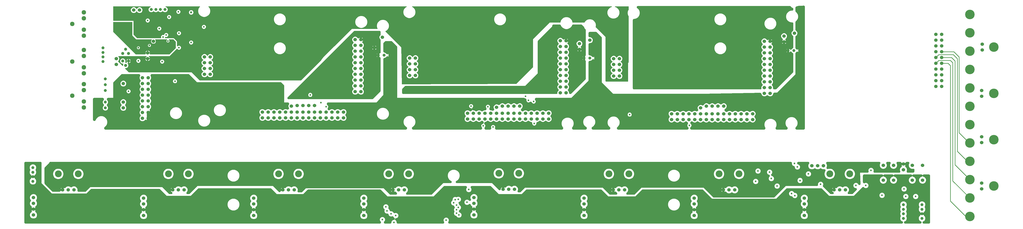
<source format=gbr>
G04 EAGLE Gerber RS-274X export*
G75*
%MOMM*%
%FSLAX34Y34*%
%LPD*%
%INCopper Layer 15*%
%IPPOS*%
%AMOC8*
5,1,8,0,0,1.08239X$1,22.5*%
G01*
%ADD10C,1.524000*%
%ADD11C,1.308000*%
%ADD12C,1.320800*%
%ADD13C,1.508000*%
%ADD14C,3.000000*%
%ADD15C,1.950000*%
%ADD16C,1.500000*%
%ADD17C,0.756400*%
%ADD18C,0.956400*%
%ADD19C,4.191000*%
%ADD20C,0.254000*%

G36*
X1594399Y10684D02*
X1594399Y10684D01*
X1594636Y10691D01*
X1594717Y10704D01*
X1594799Y10709D01*
X1595031Y10753D01*
X1595265Y10790D01*
X1595344Y10813D01*
X1595425Y10828D01*
X1595650Y10901D01*
X1595877Y10967D01*
X1595953Y10999D01*
X1596031Y11025D01*
X1596245Y11125D01*
X1596462Y11219D01*
X1596533Y11261D01*
X1596607Y11296D01*
X1596808Y11423D01*
X1597011Y11543D01*
X1597076Y11593D01*
X1597146Y11637D01*
X1597328Y11788D01*
X1597515Y11932D01*
X1597574Y11990D01*
X1597637Y12042D01*
X1597799Y12215D01*
X1597967Y12382D01*
X1598017Y12447D01*
X1598073Y12506D01*
X1598213Y12698D01*
X1598358Y12885D01*
X1598400Y12955D01*
X1598448Y13021D01*
X1598563Y13229D01*
X1598684Y13432D01*
X1598716Y13508D01*
X1598756Y13579D01*
X1598844Y13799D01*
X1598938Y14017D01*
X1598961Y14095D01*
X1598991Y14172D01*
X1599051Y14401D01*
X1599117Y14628D01*
X1599130Y14709D01*
X1599151Y14788D01*
X1599181Y15023D01*
X1599218Y15257D01*
X1599221Y15339D01*
X1599232Y15420D01*
X1599232Y15657D01*
X1599240Y15894D01*
X1599233Y15975D01*
X1599233Y16058D01*
X1599204Y16292D01*
X1599182Y16528D01*
X1599164Y16608D01*
X1599154Y16690D01*
X1599096Y16919D01*
X1599045Y17150D01*
X1599017Y17228D01*
X1598997Y17307D01*
X1598910Y17527D01*
X1598831Y17751D01*
X1598794Y17824D01*
X1598764Y17900D01*
X1598650Y18108D01*
X1598543Y18319D01*
X1598498Y18387D01*
X1598458Y18459D01*
X1598319Y18651D01*
X1598187Y18847D01*
X1598134Y18908D01*
X1598085Y18976D01*
X1597907Y19166D01*
X1597755Y19340D01*
X1595613Y21481D01*
X1593877Y25672D01*
X1593877Y30208D01*
X1595613Y34399D01*
X1598821Y37607D01*
X1603012Y39343D01*
X1607548Y39343D01*
X1611739Y37607D01*
X1614947Y34399D01*
X1616683Y30208D01*
X1616683Y25672D01*
X1614947Y21481D01*
X1612805Y19340D01*
X1612649Y19162D01*
X1612487Y18990D01*
X1612438Y18923D01*
X1612384Y18862D01*
X1612251Y18666D01*
X1612112Y18474D01*
X1612072Y18403D01*
X1612026Y18335D01*
X1611918Y18124D01*
X1611804Y17917D01*
X1611774Y17840D01*
X1611736Y17767D01*
X1611656Y17545D01*
X1611569Y17324D01*
X1611548Y17245D01*
X1611520Y17168D01*
X1611468Y16937D01*
X1611409Y16708D01*
X1611399Y16626D01*
X1611381Y16546D01*
X1611358Y16310D01*
X1611328Y16076D01*
X1611328Y15993D01*
X1611320Y15912D01*
X1611328Y15676D01*
X1611327Y15438D01*
X1611337Y15357D01*
X1611340Y15275D01*
X1611377Y15042D01*
X1611406Y14806D01*
X1611426Y14727D01*
X1611439Y14646D01*
X1611505Y14418D01*
X1611563Y14189D01*
X1611593Y14112D01*
X1611616Y14034D01*
X1611709Y13816D01*
X1611796Y13596D01*
X1611836Y13524D01*
X1611868Y13449D01*
X1611988Y13245D01*
X1612102Y13037D01*
X1612150Y12970D01*
X1612192Y12900D01*
X1612336Y12713D01*
X1612475Y12520D01*
X1612531Y12460D01*
X1612581Y12396D01*
X1612748Y12228D01*
X1612910Y12055D01*
X1612973Y12002D01*
X1613031Y11944D01*
X1613218Y11799D01*
X1613400Y11647D01*
X1613469Y11603D01*
X1613534Y11553D01*
X1613737Y11432D01*
X1613937Y11304D01*
X1614011Y11269D01*
X1614081Y11227D01*
X1614298Y11133D01*
X1614512Y11031D01*
X1614590Y11006D01*
X1614666Y10973D01*
X1614893Y10906D01*
X1615118Y10832D01*
X1615198Y10817D01*
X1615277Y10794D01*
X1615511Y10756D01*
X1615743Y10711D01*
X1615824Y10706D01*
X1615906Y10693D01*
X1616166Y10684D01*
X1616397Y10669D01*
X1639598Y10669D01*
X1639753Y10678D01*
X1639908Y10678D01*
X1640070Y10698D01*
X1640234Y10709D01*
X1640386Y10738D01*
X1640540Y10757D01*
X1640699Y10797D01*
X1640860Y10828D01*
X1641007Y10876D01*
X1641157Y10914D01*
X1641310Y10974D01*
X1641466Y11025D01*
X1641606Y11090D01*
X1641750Y11147D01*
X1641894Y11226D01*
X1642042Y11296D01*
X1642173Y11378D01*
X1642309Y11453D01*
X1642442Y11549D01*
X1642581Y11637D01*
X1642700Y11735D01*
X1642826Y11826D01*
X1642945Y11938D01*
X1643072Y12042D01*
X1643178Y12155D01*
X1643291Y12261D01*
X1643396Y12387D01*
X1643508Y12506D01*
X1643600Y12632D01*
X1643699Y12751D01*
X1643787Y12889D01*
X1643883Y13021D01*
X1643958Y13157D01*
X1644042Y13288D01*
X1644112Y13436D01*
X1644191Y13579D01*
X1644248Y13723D01*
X1644315Y13863D01*
X1644366Y14019D01*
X1644426Y14172D01*
X1644465Y14322D01*
X1644514Y14469D01*
X1644545Y14630D01*
X1644586Y14788D01*
X1644605Y14942D01*
X1644635Y15094D01*
X1644645Y15253D01*
X1644667Y15420D01*
X1644667Y15589D01*
X1644677Y15748D01*
X1644677Y17508D01*
X1646413Y21699D01*
X1649621Y24907D01*
X1653812Y26643D01*
X1654425Y26643D01*
X1654703Y26660D01*
X1654981Y26673D01*
X1655021Y26680D01*
X1655061Y26683D01*
X1655334Y26735D01*
X1655609Y26783D01*
X1655647Y26794D01*
X1655686Y26802D01*
X1655952Y26888D01*
X1656218Y26970D01*
X1656254Y26986D01*
X1656293Y26999D01*
X1656545Y27117D01*
X1656799Y27232D01*
X1656833Y27253D01*
X1656869Y27270D01*
X1657105Y27419D01*
X1657342Y27564D01*
X1657373Y27589D01*
X1657407Y27611D01*
X1657622Y27788D01*
X1657840Y27962D01*
X1657868Y27991D01*
X1657899Y28016D01*
X1658090Y28220D01*
X1658284Y28419D01*
X1658308Y28451D01*
X1658335Y28480D01*
X1658499Y28706D01*
X1658667Y28928D01*
X1658687Y28963D01*
X1658710Y28995D01*
X1658845Y29240D01*
X1658983Y29482D01*
X1658998Y29518D01*
X1659018Y29553D01*
X1659121Y29812D01*
X1659228Y30070D01*
X1659238Y30108D01*
X1659253Y30146D01*
X1659323Y30415D01*
X1659397Y30684D01*
X1659403Y30724D01*
X1659413Y30762D01*
X1659448Y31039D01*
X1659488Y31315D01*
X1659488Y31355D01*
X1659493Y31394D01*
X1659494Y31673D01*
X1659499Y31952D01*
X1659494Y31992D01*
X1659495Y32032D01*
X1659460Y32309D01*
X1659430Y32585D01*
X1659421Y32624D01*
X1659416Y32664D01*
X1659347Y32935D01*
X1659283Y33205D01*
X1659269Y33242D01*
X1659259Y33281D01*
X1659157Y33540D01*
X1659059Y33802D01*
X1659040Y33837D01*
X1659026Y33874D01*
X1658891Y34120D01*
X1658762Y34365D01*
X1658739Y34398D01*
X1658720Y34433D01*
X1658557Y34659D01*
X1658397Y34888D01*
X1658370Y34917D01*
X1658347Y34950D01*
X1658156Y35153D01*
X1657969Y35360D01*
X1657939Y35386D01*
X1657912Y35415D01*
X1657716Y35578D01*
X1654033Y39261D01*
X1653803Y39817D01*
X1653735Y39956D01*
X1653676Y40100D01*
X1653595Y40242D01*
X1653523Y40389D01*
X1653438Y40519D01*
X1653361Y40654D01*
X1653263Y40785D01*
X1653173Y40922D01*
X1653072Y41040D01*
X1652979Y41164D01*
X1652866Y41282D01*
X1652759Y41407D01*
X1652645Y41511D01*
X1652537Y41623D01*
X1652410Y41725D01*
X1652288Y41836D01*
X1652161Y41925D01*
X1652041Y42022D01*
X1651901Y42108D01*
X1651767Y42202D01*
X1651630Y42275D01*
X1651498Y42356D01*
X1651349Y42424D01*
X1651204Y42501D01*
X1651059Y42556D01*
X1650918Y42620D01*
X1650762Y42669D01*
X1650609Y42727D01*
X1650458Y42763D01*
X1650310Y42809D01*
X1650149Y42838D01*
X1649989Y42876D01*
X1649835Y42893D01*
X1649683Y42920D01*
X1649519Y42929D01*
X1649356Y42947D01*
X1649201Y42945D01*
X1649046Y42952D01*
X1648883Y42940D01*
X1648719Y42938D01*
X1648566Y42916D01*
X1648411Y42904D01*
X1648250Y42872D01*
X1648088Y42849D01*
X1647939Y42808D01*
X1647787Y42777D01*
X1647636Y42726D01*
X1647473Y42682D01*
X1647317Y42618D01*
X1647166Y42566D01*
X1645648Y41937D01*
X1641112Y41937D01*
X1636921Y43673D01*
X1633713Y46881D01*
X1631799Y51502D01*
X1631749Y51604D01*
X1631707Y51710D01*
X1631609Y51890D01*
X1631519Y52074D01*
X1631456Y52169D01*
X1631402Y52269D01*
X1631282Y52435D01*
X1631169Y52607D01*
X1631095Y52693D01*
X1631029Y52786D01*
X1630889Y52935D01*
X1630756Y53091D01*
X1630671Y53168D01*
X1630594Y53251D01*
X1630436Y53382D01*
X1630285Y53520D01*
X1630191Y53586D01*
X1630104Y53659D01*
X1629931Y53769D01*
X1629764Y53887D01*
X1629663Y53940D01*
X1629567Y54002D01*
X1629381Y54090D01*
X1629201Y54185D01*
X1629094Y54226D01*
X1628991Y54275D01*
X1628796Y54339D01*
X1628605Y54411D01*
X1628494Y54438D01*
X1628386Y54474D01*
X1628185Y54513D01*
X1627986Y54561D01*
X1627872Y54573D01*
X1627760Y54595D01*
X1627564Y54608D01*
X1627352Y54631D01*
X1627226Y54630D01*
X1627107Y54637D01*
X1623332Y54637D01*
X1619141Y56373D01*
X1615933Y59581D01*
X1614197Y63772D01*
X1614197Y68308D01*
X1614571Y69209D01*
X1614608Y69317D01*
X1614653Y69422D01*
X1614710Y69618D01*
X1614777Y69812D01*
X1614800Y69924D01*
X1614832Y70033D01*
X1614865Y70235D01*
X1614906Y70436D01*
X1614915Y70550D01*
X1614933Y70662D01*
X1614940Y70867D01*
X1614957Y71071D01*
X1614951Y71185D01*
X1614955Y71299D01*
X1614936Y71503D01*
X1614927Y71708D01*
X1614907Y71820D01*
X1614897Y71933D01*
X1614853Y72134D01*
X1614818Y72335D01*
X1614784Y72444D01*
X1614760Y72556D01*
X1614691Y72748D01*
X1614631Y72944D01*
X1614584Y73048D01*
X1614546Y73156D01*
X1614453Y73338D01*
X1614369Y73525D01*
X1614310Y73623D01*
X1614258Y73724D01*
X1614144Y73894D01*
X1614037Y74069D01*
X1613966Y74158D01*
X1613902Y74252D01*
X1613772Y74401D01*
X1613639Y74567D01*
X1613549Y74654D01*
X1613469Y74745D01*
X1610853Y77361D01*
X1609117Y81552D01*
X1609117Y86088D01*
X1610853Y90279D01*
X1614061Y93487D01*
X1618252Y95223D01*
X1622788Y95223D01*
X1626979Y93487D01*
X1630187Y90279D01*
X1631923Y86088D01*
X1631923Y81552D01*
X1631549Y80651D01*
X1631512Y80543D01*
X1631467Y80438D01*
X1631410Y80242D01*
X1631343Y80048D01*
X1631320Y79936D01*
X1631288Y79827D01*
X1631255Y79625D01*
X1631214Y79424D01*
X1631205Y79310D01*
X1631187Y79198D01*
X1631180Y78993D01*
X1631163Y78789D01*
X1631169Y78675D01*
X1631165Y78561D01*
X1631184Y78357D01*
X1631193Y78152D01*
X1631213Y78040D01*
X1631223Y77927D01*
X1631267Y77726D01*
X1631302Y77525D01*
X1631336Y77416D01*
X1631360Y77304D01*
X1631429Y77112D01*
X1631489Y76916D01*
X1631536Y76812D01*
X1631574Y76704D01*
X1631667Y76522D01*
X1631751Y76335D01*
X1631810Y76237D01*
X1631862Y76136D01*
X1631976Y75966D01*
X1632083Y75791D01*
X1632154Y75702D01*
X1632218Y75608D01*
X1632348Y75459D01*
X1632481Y75293D01*
X1632571Y75206D01*
X1632651Y75115D01*
X1635267Y72499D01*
X1637181Y67878D01*
X1637231Y67776D01*
X1637273Y67670D01*
X1637371Y67490D01*
X1637461Y67306D01*
X1637524Y67211D01*
X1637578Y67111D01*
X1637698Y66945D01*
X1637811Y66773D01*
X1637885Y66687D01*
X1637951Y66594D01*
X1638091Y66445D01*
X1638224Y66289D01*
X1638309Y66212D01*
X1638386Y66129D01*
X1638544Y65998D01*
X1638695Y65860D01*
X1638789Y65794D01*
X1638876Y65721D01*
X1639049Y65611D01*
X1639216Y65493D01*
X1639317Y65440D01*
X1639413Y65378D01*
X1639599Y65290D01*
X1639779Y65195D01*
X1639886Y65154D01*
X1639989Y65105D01*
X1640184Y65041D01*
X1640375Y64969D01*
X1640486Y64942D01*
X1640594Y64906D01*
X1640795Y64867D01*
X1640994Y64819D01*
X1641108Y64807D01*
X1641220Y64785D01*
X1641416Y64772D01*
X1641628Y64749D01*
X1641754Y64750D01*
X1641873Y64743D01*
X1645648Y64743D01*
X1649839Y63007D01*
X1653047Y59799D01*
X1653277Y59243D01*
X1653345Y59104D01*
X1653404Y58960D01*
X1653485Y58818D01*
X1653557Y58671D01*
X1653642Y58541D01*
X1653719Y58406D01*
X1653817Y58275D01*
X1653907Y58138D01*
X1654008Y58020D01*
X1654101Y57896D01*
X1654214Y57778D01*
X1654321Y57653D01*
X1654435Y57549D01*
X1654543Y57437D01*
X1654670Y57335D01*
X1654792Y57224D01*
X1654919Y57135D01*
X1655039Y57038D01*
X1655179Y56952D01*
X1655313Y56858D01*
X1655450Y56785D01*
X1655582Y56704D01*
X1655731Y56636D01*
X1655876Y56559D01*
X1656021Y56504D01*
X1656162Y56440D01*
X1656318Y56391D01*
X1656471Y56333D01*
X1656622Y56297D01*
X1656770Y56251D01*
X1656931Y56222D01*
X1657091Y56184D01*
X1657245Y56167D01*
X1657397Y56140D01*
X1657561Y56131D01*
X1657724Y56113D01*
X1657879Y56115D01*
X1658034Y56108D01*
X1658197Y56120D01*
X1658361Y56122D01*
X1658514Y56144D01*
X1658669Y56156D01*
X1658830Y56188D01*
X1658992Y56211D01*
X1659141Y56252D01*
X1659293Y56283D01*
X1659444Y56334D01*
X1659607Y56378D01*
X1659763Y56442D01*
X1659914Y56494D01*
X1661432Y57123D01*
X1665968Y57123D01*
X1670159Y55387D01*
X1673367Y52179D01*
X1675103Y47988D01*
X1675103Y43452D01*
X1673367Y39261D01*
X1670159Y36053D01*
X1665968Y34317D01*
X1665355Y34317D01*
X1665077Y34300D01*
X1664799Y34287D01*
X1664759Y34280D01*
X1664719Y34277D01*
X1664446Y34225D01*
X1664171Y34177D01*
X1664133Y34166D01*
X1664094Y34158D01*
X1663828Y34072D01*
X1663562Y33990D01*
X1663526Y33974D01*
X1663487Y33961D01*
X1663235Y33843D01*
X1662981Y33728D01*
X1662947Y33707D01*
X1662911Y33690D01*
X1662675Y33541D01*
X1662438Y33396D01*
X1662407Y33371D01*
X1662373Y33349D01*
X1662157Y33172D01*
X1661940Y32998D01*
X1661912Y32969D01*
X1661881Y32944D01*
X1661690Y32740D01*
X1661496Y32541D01*
X1661472Y32509D01*
X1661445Y32480D01*
X1661280Y32254D01*
X1661113Y32032D01*
X1661093Y31997D01*
X1661070Y31965D01*
X1660935Y31720D01*
X1660797Y31478D01*
X1660782Y31442D01*
X1660762Y31407D01*
X1660659Y31147D01*
X1660552Y30890D01*
X1660542Y30852D01*
X1660527Y30814D01*
X1660457Y30545D01*
X1660383Y30276D01*
X1660377Y30236D01*
X1660367Y30198D01*
X1660332Y29921D01*
X1660292Y29645D01*
X1660292Y29605D01*
X1660287Y29566D01*
X1660286Y29287D01*
X1660281Y29008D01*
X1660286Y28968D01*
X1660285Y28928D01*
X1660320Y28651D01*
X1660350Y28375D01*
X1660359Y28336D01*
X1660364Y28296D01*
X1660433Y28025D01*
X1660497Y27755D01*
X1660511Y27718D01*
X1660521Y27679D01*
X1660623Y27419D01*
X1660721Y27158D01*
X1660740Y27123D01*
X1660754Y27086D01*
X1660889Y26840D01*
X1661018Y26595D01*
X1661041Y26562D01*
X1661060Y26527D01*
X1661223Y26301D01*
X1661383Y26072D01*
X1661410Y26043D01*
X1661433Y26010D01*
X1661624Y25807D01*
X1661811Y25600D01*
X1661841Y25574D01*
X1661868Y25545D01*
X1662064Y25382D01*
X1665747Y21699D01*
X1667483Y17508D01*
X1667483Y15748D01*
X1667492Y15593D01*
X1667492Y15438D01*
X1667512Y15275D01*
X1667523Y15112D01*
X1667552Y14960D01*
X1667571Y14806D01*
X1667611Y14647D01*
X1667642Y14486D01*
X1667690Y14339D01*
X1667728Y14189D01*
X1667788Y14036D01*
X1667839Y13880D01*
X1667904Y13740D01*
X1667961Y13596D01*
X1668040Y13452D01*
X1668110Y13304D01*
X1668192Y13173D01*
X1668267Y13037D01*
X1668363Y12904D01*
X1668451Y12765D01*
X1668549Y12646D01*
X1668640Y12520D01*
X1668752Y12401D01*
X1668856Y12274D01*
X1668969Y12168D01*
X1669075Y12055D01*
X1669201Y11950D01*
X1669320Y11838D01*
X1669446Y11746D01*
X1669565Y11647D01*
X1669703Y11559D01*
X1669835Y11463D01*
X1669971Y11388D01*
X1670102Y11304D01*
X1670250Y11234D01*
X1670393Y11155D01*
X1670537Y11098D01*
X1670677Y11031D01*
X1670833Y10980D01*
X1670986Y10920D01*
X1671136Y10881D01*
X1671283Y10832D01*
X1671444Y10801D01*
X1671602Y10760D01*
X1671756Y10741D01*
X1671908Y10711D01*
X1672067Y10701D01*
X1672234Y10679D01*
X1672403Y10679D01*
X1672562Y10669D01*
X1871023Y10669D01*
X1871259Y10684D01*
X1871496Y10691D01*
X1871577Y10704D01*
X1871659Y10709D01*
X1871892Y10753D01*
X1872126Y10790D01*
X1872204Y10813D01*
X1872285Y10828D01*
X1872510Y10901D01*
X1872738Y10967D01*
X1872813Y10999D01*
X1872891Y11025D01*
X1873105Y11125D01*
X1873323Y11219D01*
X1873393Y11261D01*
X1873467Y11296D01*
X1873668Y11423D01*
X1873872Y11543D01*
X1873936Y11593D01*
X1874006Y11637D01*
X1874188Y11788D01*
X1874376Y11932D01*
X1874434Y11990D01*
X1874497Y12042D01*
X1874659Y12215D01*
X1874827Y12382D01*
X1874877Y12447D01*
X1874933Y12506D01*
X1875073Y12698D01*
X1875218Y12885D01*
X1875260Y12955D01*
X1875308Y13021D01*
X1875423Y13229D01*
X1875544Y13433D01*
X1875576Y13508D01*
X1875616Y13579D01*
X1875703Y13799D01*
X1875798Y14017D01*
X1875821Y14096D01*
X1875851Y14172D01*
X1875911Y14401D01*
X1875977Y14628D01*
X1875990Y14709D01*
X1876011Y14788D01*
X1876041Y15023D01*
X1876078Y15257D01*
X1876081Y15339D01*
X1876092Y15420D01*
X1876092Y15657D01*
X1876100Y15894D01*
X1876093Y15976D01*
X1876093Y16058D01*
X1876064Y16292D01*
X1876042Y16528D01*
X1876024Y16608D01*
X1876014Y16690D01*
X1875956Y16919D01*
X1875905Y17151D01*
X1875877Y17228D01*
X1875857Y17307D01*
X1875770Y17527D01*
X1875691Y17751D01*
X1875654Y17824D01*
X1875624Y17900D01*
X1875510Y18108D01*
X1875403Y18319D01*
X1875358Y18387D01*
X1875318Y18459D01*
X1875179Y18652D01*
X1875060Y18828D01*
X1873277Y23132D01*
X1873277Y27668D01*
X1875013Y31859D01*
X1878221Y35067D01*
X1882412Y36803D01*
X1886948Y36803D01*
X1891139Y35067D01*
X1894347Y31859D01*
X1896083Y27668D01*
X1896083Y23132D01*
X1894298Y18824D01*
X1894191Y18666D01*
X1894052Y18474D01*
X1894012Y18403D01*
X1893966Y18335D01*
X1893858Y18124D01*
X1893744Y17917D01*
X1893714Y17840D01*
X1893676Y17767D01*
X1893596Y17545D01*
X1893509Y17324D01*
X1893488Y17245D01*
X1893460Y17168D01*
X1893409Y16937D01*
X1893349Y16708D01*
X1893339Y16626D01*
X1893321Y16546D01*
X1893298Y16311D01*
X1893268Y16076D01*
X1893268Y15993D01*
X1893260Y15912D01*
X1893268Y15675D01*
X1893267Y15438D01*
X1893277Y15357D01*
X1893280Y15275D01*
X1893317Y15041D01*
X1893346Y14806D01*
X1893366Y14727D01*
X1893379Y14646D01*
X1893445Y14418D01*
X1893503Y14189D01*
X1893533Y14112D01*
X1893556Y14034D01*
X1893649Y13817D01*
X1893736Y13596D01*
X1893776Y13524D01*
X1893808Y13449D01*
X1893928Y13245D01*
X1894042Y13037D01*
X1894090Y12970D01*
X1894131Y12900D01*
X1894276Y12713D01*
X1894415Y12520D01*
X1894471Y12461D01*
X1894521Y12396D01*
X1894688Y12228D01*
X1894850Y12055D01*
X1894913Y12002D01*
X1894971Y11944D01*
X1895158Y11799D01*
X1895340Y11647D01*
X1895409Y11603D01*
X1895473Y11553D01*
X1895677Y11432D01*
X1895877Y11304D01*
X1895951Y11269D01*
X1896021Y11227D01*
X1896238Y11133D01*
X1896452Y11031D01*
X1896530Y11006D01*
X1896605Y10973D01*
X1896833Y10906D01*
X1897058Y10832D01*
X1897138Y10817D01*
X1897217Y10794D01*
X1897450Y10756D01*
X1897683Y10711D01*
X1897763Y10706D01*
X1897846Y10693D01*
X1898106Y10684D01*
X1898337Y10669D01*
X3881321Y10669D01*
X3881597Y10686D01*
X3881875Y10699D01*
X3881916Y10706D01*
X3881957Y10709D01*
X3882229Y10761D01*
X3882503Y10808D01*
X3882542Y10820D01*
X3882582Y10828D01*
X3882847Y10914D01*
X3883112Y10995D01*
X3883149Y11012D01*
X3883188Y11025D01*
X3883441Y11143D01*
X3883693Y11257D01*
X3883728Y11278D01*
X3883765Y11296D01*
X3884000Y11444D01*
X3884237Y11589D01*
X3884269Y11615D01*
X3884303Y11637D01*
X3884517Y11813D01*
X3884734Y11987D01*
X3884763Y12016D01*
X3884795Y12042D01*
X3884984Y12244D01*
X3885178Y12444D01*
X3885203Y12477D01*
X3885231Y12506D01*
X3885394Y12730D01*
X3885562Y12953D01*
X3885582Y12988D01*
X3885606Y13021D01*
X3885740Y13265D01*
X3885878Y13506D01*
X3885894Y13543D01*
X3885914Y13579D01*
X3886016Y13837D01*
X3886123Y14094D01*
X3886134Y14133D01*
X3886149Y14172D01*
X3886219Y14440D01*
X3886292Y14708D01*
X3886298Y14749D01*
X3886308Y14788D01*
X3886344Y15064D01*
X3886383Y15339D01*
X3886384Y15379D01*
X3886389Y15420D01*
X3886390Y15698D01*
X3886395Y15976D01*
X3886390Y16017D01*
X3886391Y16058D01*
X3886356Y16333D01*
X3886326Y16609D01*
X3886317Y16649D01*
X3886312Y16690D01*
X3886243Y16959D01*
X3886179Y17229D01*
X3886165Y17267D01*
X3886155Y17307D01*
X3886053Y17566D01*
X3885956Y17826D01*
X3885937Y17862D01*
X3885921Y17900D01*
X3885787Y18145D01*
X3885659Y18390D01*
X3885636Y18423D01*
X3885616Y18459D01*
X3885453Y18685D01*
X3885294Y18912D01*
X3885267Y18942D01*
X3885243Y18976D01*
X3885053Y19179D01*
X3884867Y19384D01*
X3884836Y19411D01*
X3884808Y19441D01*
X3884595Y19618D01*
X3884384Y19800D01*
X3884349Y19822D01*
X3884318Y19849D01*
X3884084Y19998D01*
X3883852Y20151D01*
X3883816Y20169D01*
X3883781Y20192D01*
X3883489Y20330D01*
X3883264Y20441D01*
X3880719Y21495D01*
X3876735Y25479D01*
X3874579Y30683D01*
X3874579Y36317D01*
X3876750Y41556D01*
X3876773Y41625D01*
X3876803Y41692D01*
X3876876Y41926D01*
X3876956Y42159D01*
X3876971Y42231D01*
X3876992Y42300D01*
X3877035Y42542D01*
X3877085Y42783D01*
X3877091Y42856D01*
X3877104Y42928D01*
X3877116Y43173D01*
X3877136Y43418D01*
X3877132Y43491D01*
X3877136Y43564D01*
X3877117Y43809D01*
X3877106Y44054D01*
X3877093Y44126D01*
X3877088Y44199D01*
X3877039Y44440D01*
X3876997Y44682D01*
X3876975Y44752D01*
X3876961Y44824D01*
X3876886Y45042D01*
X3876810Y45291D01*
X3876775Y45368D01*
X3876750Y45444D01*
X3874579Y50683D01*
X3874579Y56317D01*
X3876750Y61556D01*
X3876773Y61625D01*
X3876803Y61692D01*
X3876876Y61926D01*
X3876956Y62159D01*
X3876971Y62231D01*
X3876992Y62300D01*
X3877035Y62542D01*
X3877085Y62783D01*
X3877091Y62856D01*
X3877104Y62928D01*
X3877116Y63173D01*
X3877136Y63418D01*
X3877132Y63491D01*
X3877136Y63564D01*
X3877117Y63809D01*
X3877106Y64054D01*
X3877093Y64126D01*
X3877088Y64199D01*
X3877039Y64440D01*
X3876997Y64682D01*
X3876975Y64752D01*
X3876961Y64824D01*
X3876886Y65042D01*
X3876810Y65291D01*
X3876775Y65368D01*
X3876750Y65444D01*
X3874579Y70683D01*
X3874579Y76317D01*
X3876750Y81556D01*
X3876773Y81625D01*
X3876803Y81692D01*
X3876876Y81926D01*
X3876956Y82159D01*
X3876971Y82231D01*
X3876992Y82300D01*
X3877035Y82542D01*
X3877085Y82783D01*
X3877091Y82856D01*
X3877104Y82928D01*
X3877116Y83173D01*
X3877136Y83418D01*
X3877132Y83491D01*
X3877136Y83564D01*
X3877117Y83809D01*
X3877106Y84054D01*
X3877093Y84126D01*
X3877088Y84199D01*
X3877039Y84440D01*
X3876997Y84682D01*
X3876975Y84752D01*
X3876961Y84824D01*
X3876886Y85042D01*
X3876810Y85291D01*
X3876775Y85368D01*
X3876750Y85444D01*
X3874579Y90683D01*
X3874579Y96317D01*
X3876735Y101521D01*
X3880719Y105505D01*
X3885923Y107661D01*
X3891557Y107661D01*
X3896761Y105505D01*
X3900745Y101521D01*
X3902901Y96317D01*
X3902901Y90683D01*
X3900730Y85444D01*
X3900707Y85375D01*
X3900677Y85308D01*
X3900604Y85073D01*
X3900524Y84841D01*
X3900509Y84769D01*
X3900488Y84700D01*
X3900445Y84458D01*
X3900395Y84217D01*
X3900389Y84144D01*
X3900376Y84072D01*
X3900364Y83827D01*
X3900344Y83582D01*
X3900348Y83509D01*
X3900344Y83436D01*
X3900363Y83191D01*
X3900374Y82946D01*
X3900387Y82874D01*
X3900392Y82801D01*
X3900441Y82560D01*
X3900483Y82318D01*
X3900505Y82248D01*
X3900519Y82177D01*
X3900594Y81958D01*
X3900670Y81709D01*
X3900705Y81632D01*
X3900730Y81556D01*
X3902901Y76317D01*
X3902901Y70683D01*
X3900730Y65444D01*
X3900707Y65375D01*
X3900677Y65308D01*
X3900604Y65074D01*
X3900524Y64841D01*
X3900509Y64769D01*
X3900488Y64700D01*
X3900445Y64458D01*
X3900395Y64217D01*
X3900389Y64144D01*
X3900376Y64072D01*
X3900364Y63827D01*
X3900344Y63582D01*
X3900348Y63509D01*
X3900344Y63436D01*
X3900363Y63191D01*
X3900374Y62946D01*
X3900387Y62874D01*
X3900392Y62801D01*
X3900441Y62560D01*
X3900483Y62318D01*
X3900505Y62248D01*
X3900519Y62177D01*
X3900594Y61958D01*
X3900670Y61709D01*
X3900705Y61632D01*
X3900730Y61556D01*
X3902901Y56317D01*
X3902901Y50683D01*
X3900730Y45444D01*
X3900707Y45375D01*
X3900677Y45308D01*
X3900604Y45074D01*
X3900524Y44841D01*
X3900509Y44769D01*
X3900488Y44700D01*
X3900445Y44458D01*
X3900395Y44217D01*
X3900389Y44144D01*
X3900376Y44072D01*
X3900364Y43827D01*
X3900344Y43582D01*
X3900348Y43509D01*
X3900344Y43436D01*
X3900363Y43190D01*
X3900374Y42946D01*
X3900387Y42874D01*
X3900392Y42801D01*
X3900441Y42560D01*
X3900483Y42318D01*
X3900505Y42248D01*
X3900519Y42177D01*
X3900594Y41958D01*
X3900670Y41709D01*
X3900705Y41632D01*
X3900730Y41556D01*
X3902901Y36317D01*
X3902901Y30683D01*
X3900745Y25479D01*
X3896761Y21495D01*
X3894216Y20441D01*
X3893966Y20319D01*
X3893715Y20200D01*
X3893680Y20178D01*
X3893643Y20160D01*
X3893411Y20008D01*
X3893177Y19859D01*
X3893145Y19833D01*
X3893111Y19811D01*
X3892899Y19630D01*
X3892685Y19454D01*
X3892657Y19424D01*
X3892626Y19397D01*
X3892439Y19192D01*
X3892249Y18990D01*
X3892225Y18956D01*
X3892197Y18926D01*
X3892037Y18699D01*
X3891874Y18474D01*
X3891854Y18439D01*
X3891830Y18405D01*
X3891700Y18160D01*
X3891566Y17917D01*
X3891551Y17878D01*
X3891532Y17842D01*
X3891433Y17583D01*
X3891331Y17324D01*
X3891321Y17285D01*
X3891306Y17246D01*
X3891241Y16976D01*
X3891172Y16708D01*
X3891166Y16667D01*
X3891157Y16627D01*
X3891126Y16351D01*
X3891091Y16076D01*
X3891091Y16035D01*
X3891086Y15994D01*
X3891090Y15716D01*
X3891089Y15438D01*
X3891095Y15398D01*
X3891095Y15357D01*
X3891134Y15082D01*
X3891168Y14806D01*
X3891178Y14766D01*
X3891184Y14726D01*
X3891257Y14457D01*
X3891325Y14189D01*
X3891340Y14151D01*
X3891351Y14111D01*
X3891457Y13855D01*
X3891559Y13596D01*
X3891578Y13560D01*
X3891594Y13522D01*
X3891730Y13281D01*
X3891864Y13037D01*
X3891888Y13003D01*
X3891908Y12968D01*
X3892075Y12746D01*
X3892237Y12520D01*
X3892265Y12490D01*
X3892290Y12458D01*
X3892483Y12258D01*
X3892672Y12055D01*
X3892704Y12028D01*
X3892732Y11999D01*
X3892948Y11825D01*
X3893162Y11647D01*
X3893197Y11625D01*
X3893229Y11600D01*
X3893465Y11454D01*
X3893699Y11304D01*
X3893736Y11287D01*
X3893771Y11265D01*
X3894023Y11150D01*
X3894275Y11031D01*
X3894314Y11018D01*
X3894351Y11002D01*
X3894616Y10919D01*
X3894880Y10832D01*
X3894920Y10825D01*
X3894959Y10812D01*
X3895232Y10764D01*
X3895505Y10711D01*
X3895546Y10708D01*
X3895587Y10701D01*
X3895908Y10685D01*
X3896159Y10669D01*
X3962601Y10669D01*
X3962878Y10686D01*
X3963155Y10699D01*
X3963196Y10706D01*
X3963237Y10709D01*
X3963509Y10761D01*
X3963783Y10808D01*
X3963822Y10820D01*
X3963862Y10828D01*
X3964127Y10914D01*
X3964392Y10995D01*
X3964429Y11012D01*
X3964469Y11025D01*
X3964720Y11143D01*
X3964973Y11257D01*
X3965008Y11278D01*
X3965045Y11296D01*
X3965280Y11444D01*
X3965517Y11589D01*
X3965549Y11615D01*
X3965583Y11637D01*
X3965798Y11814D01*
X3966014Y11987D01*
X3966043Y12016D01*
X3966075Y12042D01*
X3966265Y12245D01*
X3966458Y12444D01*
X3966483Y12476D01*
X3966511Y12506D01*
X3966675Y12731D01*
X3966842Y12953D01*
X3966862Y12988D01*
X3966886Y13021D01*
X3967020Y13264D01*
X3967158Y13506D01*
X3967174Y13544D01*
X3967194Y13579D01*
X3967296Y13837D01*
X3967403Y14094D01*
X3967414Y14133D01*
X3967429Y14172D01*
X3967499Y14440D01*
X3967572Y14708D01*
X3967578Y14749D01*
X3967589Y14788D01*
X3967624Y15065D01*
X3967663Y15339D01*
X3967664Y15379D01*
X3967669Y15420D01*
X3967670Y15698D01*
X3967675Y15976D01*
X3967670Y16017D01*
X3967671Y16058D01*
X3967636Y16333D01*
X3967606Y16609D01*
X3967597Y16649D01*
X3967592Y16690D01*
X3967523Y16959D01*
X3967459Y17229D01*
X3967445Y17268D01*
X3967435Y17307D01*
X3967333Y17566D01*
X3967236Y17826D01*
X3967217Y17862D01*
X3967202Y17900D01*
X3967068Y18145D01*
X3966939Y18390D01*
X3966916Y18423D01*
X3966896Y18459D01*
X3966733Y18685D01*
X3966574Y18912D01*
X3966547Y18942D01*
X3966523Y18976D01*
X3966333Y19179D01*
X3966147Y19384D01*
X3966116Y19411D01*
X3966088Y19441D01*
X3965874Y19619D01*
X3965664Y19800D01*
X3965629Y19822D01*
X3965598Y19849D01*
X3965364Y19998D01*
X3965132Y20151D01*
X3965096Y20169D01*
X3965061Y20192D01*
X3964769Y20330D01*
X3964544Y20441D01*
X3961999Y21495D01*
X3958015Y25479D01*
X3955859Y30683D01*
X3955859Y36317D01*
X3958015Y41521D01*
X3960650Y44156D01*
X3960852Y44386D01*
X3961065Y44626D01*
X3961068Y44630D01*
X3961072Y44634D01*
X3961248Y44894D01*
X3961424Y45152D01*
X3961427Y45157D01*
X3961430Y45161D01*
X3961568Y45433D01*
X3961715Y45719D01*
X3961717Y45724D01*
X3961719Y45729D01*
X3961825Y46022D01*
X3961932Y46318D01*
X3961934Y46323D01*
X3961935Y46328D01*
X3962004Y46635D01*
X3962073Y46939D01*
X3962074Y46945D01*
X3962075Y46950D01*
X3962104Y47259D01*
X3962135Y47573D01*
X3962135Y47579D01*
X3962135Y47584D01*
X3962126Y47892D01*
X3962117Y48210D01*
X3962116Y48216D01*
X3962116Y48221D01*
X3962084Y48421D01*
X3970020Y48421D01*
X3977955Y48421D01*
X3977926Y48239D01*
X3977926Y48234D01*
X3977925Y48228D01*
X3977914Y47904D01*
X3977904Y47602D01*
X3977905Y47597D01*
X3977905Y47591D01*
X3977934Y47281D01*
X3977962Y46968D01*
X3977964Y46962D01*
X3977964Y46957D01*
X3978033Y46648D01*
X3978100Y46346D01*
X3978101Y46340D01*
X3978103Y46335D01*
X3978208Y46041D01*
X3978314Y45745D01*
X3978316Y45741D01*
X3978318Y45736D01*
X3978459Y45457D01*
X3978601Y45177D01*
X3978604Y45172D01*
X3978606Y45168D01*
X3978782Y44909D01*
X3978957Y44649D01*
X3978961Y44645D01*
X3978964Y44640D01*
X3979385Y44162D01*
X3979387Y44159D01*
X3979390Y44156D01*
X3982025Y41521D01*
X3984181Y36317D01*
X3984181Y30683D01*
X3982025Y25479D01*
X3978041Y21495D01*
X3975496Y20441D01*
X3975246Y20319D01*
X3974995Y20200D01*
X3974960Y20178D01*
X3974923Y20160D01*
X3974691Y20008D01*
X3974457Y19859D01*
X3974425Y19833D01*
X3974391Y19811D01*
X3974180Y19631D01*
X3973965Y19454D01*
X3973937Y19424D01*
X3973906Y19397D01*
X3973720Y19192D01*
X3973529Y18990D01*
X3973505Y18956D01*
X3973477Y18926D01*
X3973317Y18699D01*
X3973154Y18474D01*
X3973134Y18439D01*
X3973110Y18405D01*
X3972980Y18160D01*
X3972846Y17917D01*
X3972831Y17878D01*
X3972812Y17842D01*
X3972713Y17583D01*
X3972611Y17324D01*
X3972601Y17285D01*
X3972586Y17246D01*
X3972521Y16976D01*
X3972451Y16708D01*
X3972446Y16667D01*
X3972437Y16627D01*
X3972406Y16351D01*
X3972371Y16076D01*
X3972371Y16035D01*
X3972366Y15994D01*
X3972370Y15716D01*
X3972369Y15438D01*
X3972375Y15398D01*
X3972375Y15357D01*
X3972414Y15082D01*
X3972448Y14806D01*
X3972458Y14766D01*
X3972464Y14726D01*
X3972537Y14458D01*
X3972605Y14189D01*
X3972620Y14151D01*
X3972631Y14111D01*
X3972737Y13855D01*
X3972838Y13596D01*
X3972858Y13560D01*
X3972874Y13522D01*
X3973011Y13281D01*
X3973144Y13037D01*
X3973168Y13003D01*
X3973188Y12968D01*
X3973355Y12746D01*
X3973517Y12520D01*
X3973545Y12490D01*
X3973570Y12458D01*
X3973763Y12257D01*
X3973952Y12055D01*
X3973984Y12029D01*
X3974012Y11999D01*
X3974229Y11825D01*
X3974442Y11647D01*
X3974477Y11625D01*
X3974509Y11600D01*
X3974745Y11454D01*
X3974979Y11304D01*
X3975016Y11287D01*
X3975051Y11265D01*
X3975304Y11150D01*
X3975555Y11031D01*
X3975594Y11018D01*
X3975631Y11002D01*
X3975896Y10919D01*
X3976160Y10832D01*
X3976200Y10825D01*
X3976239Y10812D01*
X3976513Y10764D01*
X3976785Y10711D01*
X3976826Y10708D01*
X3976867Y10701D01*
X3977188Y10685D01*
X3977439Y10669D01*
X3999992Y10669D01*
X4000147Y10678D01*
X4000302Y10678D01*
X4000464Y10698D01*
X4000628Y10709D01*
X4000780Y10738D01*
X4000934Y10757D01*
X4001093Y10797D01*
X4001254Y10828D01*
X4001401Y10876D01*
X4001551Y10914D01*
X4001704Y10974D01*
X4001860Y11025D01*
X4002000Y11090D01*
X4002144Y11147D01*
X4002288Y11226D01*
X4002436Y11296D01*
X4002567Y11378D01*
X4002703Y11453D01*
X4002836Y11549D01*
X4002975Y11637D01*
X4003094Y11735D01*
X4003220Y11826D01*
X4003339Y11938D01*
X4003466Y12042D01*
X4003572Y12155D01*
X4003685Y12261D01*
X4003790Y12387D01*
X4003902Y12506D01*
X4003994Y12632D01*
X4004093Y12751D01*
X4004181Y12889D01*
X4004277Y13021D01*
X4004352Y13157D01*
X4004436Y13288D01*
X4004506Y13436D01*
X4004585Y13579D01*
X4004642Y13723D01*
X4004709Y13863D01*
X4004760Y14019D01*
X4004820Y14172D01*
X4004859Y14322D01*
X4004908Y14469D01*
X4004939Y14630D01*
X4004980Y14788D01*
X4004999Y14942D01*
X4005029Y15094D01*
X4005039Y15253D01*
X4005061Y15420D01*
X4005061Y15589D01*
X4005071Y15748D01*
X4005071Y220980D01*
X4005062Y221135D01*
X4005062Y221290D01*
X4005042Y221452D01*
X4005031Y221616D01*
X4005002Y221768D01*
X4004983Y221922D01*
X4004943Y222081D01*
X4004912Y222242D01*
X4004864Y222389D01*
X4004826Y222539D01*
X4004766Y222692D01*
X4004715Y222848D01*
X4004650Y222988D01*
X4004593Y223132D01*
X4004514Y223276D01*
X4004444Y223424D01*
X4004362Y223555D01*
X4004287Y223691D01*
X4004191Y223824D01*
X4004103Y223963D01*
X4004005Y224082D01*
X4003914Y224208D01*
X4003802Y224327D01*
X4003698Y224454D01*
X4003585Y224560D01*
X4003479Y224673D01*
X4003353Y224778D01*
X4003234Y224890D01*
X4003108Y224982D01*
X4002989Y225081D01*
X4002851Y225169D01*
X4002719Y225265D01*
X4002583Y225340D01*
X4002452Y225424D01*
X4002304Y225494D01*
X4002161Y225573D01*
X4002017Y225630D01*
X4001877Y225697D01*
X4001721Y225748D01*
X4001568Y225808D01*
X4001418Y225847D01*
X4001271Y225896D01*
X4001110Y225927D01*
X4000952Y225968D01*
X4000798Y225987D01*
X4000646Y226017D01*
X4000487Y226027D01*
X4000320Y226049D01*
X4000151Y226049D01*
X3999992Y226059D01*
X3977574Y226059D01*
X3977298Y226042D01*
X3977020Y226029D01*
X3976979Y226022D01*
X3976938Y226019D01*
X3976666Y225967D01*
X3976392Y225920D01*
X3976353Y225908D01*
X3976313Y225900D01*
X3976047Y225814D01*
X3975783Y225733D01*
X3975746Y225716D01*
X3975706Y225703D01*
X3975455Y225585D01*
X3975202Y225471D01*
X3975167Y225450D01*
X3975130Y225432D01*
X3974895Y225284D01*
X3974658Y225139D01*
X3974626Y225113D01*
X3974592Y225091D01*
X3974377Y224914D01*
X3974161Y224741D01*
X3974132Y224712D01*
X3974100Y224686D01*
X3973910Y224483D01*
X3973717Y224284D01*
X3973692Y224251D01*
X3973664Y224222D01*
X3973501Y223997D01*
X3973333Y223775D01*
X3973313Y223740D01*
X3973289Y223707D01*
X3973155Y223464D01*
X3973017Y223222D01*
X3973001Y223184D01*
X3972981Y223149D01*
X3972879Y222890D01*
X3972772Y222634D01*
X3972761Y222595D01*
X3972746Y222556D01*
X3972676Y222288D01*
X3972603Y222020D01*
X3972597Y221979D01*
X3972586Y221940D01*
X3972551Y221664D01*
X3972512Y221389D01*
X3972511Y221349D01*
X3972506Y221308D01*
X3972505Y221030D01*
X3972500Y220752D01*
X3972505Y220711D01*
X3972504Y220670D01*
X3972539Y220395D01*
X3972569Y220119D01*
X3972578Y220079D01*
X3972583Y220038D01*
X3972652Y219769D01*
X3972716Y219499D01*
X3972730Y219461D01*
X3972740Y219421D01*
X3972842Y219163D01*
X3972939Y218902D01*
X3972958Y218866D01*
X3972973Y218828D01*
X3973107Y218584D01*
X3973236Y218338D01*
X3973259Y218305D01*
X3973279Y218269D01*
X3973442Y218044D01*
X3973601Y217816D01*
X3973628Y217786D01*
X3973652Y217752D01*
X3973841Y217550D01*
X3974028Y217344D01*
X3974059Y217317D01*
X3974087Y217287D01*
X3974300Y217110D01*
X3974511Y216928D01*
X3974546Y216906D01*
X3974577Y216879D01*
X3974811Y216730D01*
X3975043Y216577D01*
X3975079Y216559D01*
X3975114Y216536D01*
X3975406Y216398D01*
X3975631Y216287D01*
X3980939Y214088D01*
X3985226Y209801D01*
X3987547Y204200D01*
X3987547Y198136D01*
X3985226Y192535D01*
X3980939Y188248D01*
X3975338Y185927D01*
X3969274Y185927D01*
X3963673Y188248D01*
X3959386Y192535D01*
X3957065Y198136D01*
X3957065Y204200D01*
X3959386Y209801D01*
X3963673Y214088D01*
X3968981Y216287D01*
X3969231Y216410D01*
X3969482Y216528D01*
X3969517Y216550D01*
X3969554Y216568D01*
X3969785Y216720D01*
X3970020Y216869D01*
X3970052Y216895D01*
X3970086Y216917D01*
X3970297Y217098D01*
X3970512Y217274D01*
X3970540Y217304D01*
X3970571Y217331D01*
X3970758Y217536D01*
X3970948Y217738D01*
X3970972Y217772D01*
X3971000Y217802D01*
X3971160Y218029D01*
X3971323Y218254D01*
X3971343Y218289D01*
X3971367Y218323D01*
X3971497Y218569D01*
X3971631Y218811D01*
X3971646Y218849D01*
X3971665Y218886D01*
X3971764Y219146D01*
X3971866Y219404D01*
X3971876Y219443D01*
X3971891Y219482D01*
X3971956Y219752D01*
X3972026Y220020D01*
X3972031Y220061D01*
X3972040Y220101D01*
X3972071Y220377D01*
X3972106Y220652D01*
X3972106Y220693D01*
X3972111Y220734D01*
X3972107Y221012D01*
X3972108Y221290D01*
X3972102Y221330D01*
X3972102Y221371D01*
X3972063Y221644D01*
X3972029Y221922D01*
X3972019Y221962D01*
X3972013Y222002D01*
X3971940Y222270D01*
X3971872Y222539D01*
X3971857Y222577D01*
X3971846Y222617D01*
X3971740Y222873D01*
X3971639Y223132D01*
X3971619Y223168D01*
X3971603Y223206D01*
X3971467Y223447D01*
X3971333Y223691D01*
X3971309Y223725D01*
X3971289Y223760D01*
X3971122Y223982D01*
X3970960Y224208D01*
X3970932Y224238D01*
X3970907Y224270D01*
X3970714Y224471D01*
X3970525Y224673D01*
X3970493Y224699D01*
X3970465Y224729D01*
X3970248Y224903D01*
X3970035Y225081D01*
X3970000Y225103D01*
X3969968Y225129D01*
X3969732Y225274D01*
X3969498Y225424D01*
X3969461Y225441D01*
X3969426Y225463D01*
X3969174Y225577D01*
X3968922Y225697D01*
X3968883Y225710D01*
X3968846Y225726D01*
X3968581Y225809D01*
X3968317Y225896D01*
X3968277Y225903D01*
X3968238Y225916D01*
X3967965Y225964D01*
X3967692Y226017D01*
X3967651Y226020D01*
X3967610Y226027D01*
X3967289Y226043D01*
X3967038Y226059D01*
X3932362Y226059D01*
X3932086Y226042D01*
X3931808Y226029D01*
X3931767Y226022D01*
X3931726Y226019D01*
X3931454Y225967D01*
X3931180Y225920D01*
X3931141Y225908D01*
X3931101Y225900D01*
X3930835Y225814D01*
X3930571Y225733D01*
X3930534Y225716D01*
X3930494Y225703D01*
X3930243Y225585D01*
X3929990Y225471D01*
X3929955Y225450D01*
X3929918Y225432D01*
X3929683Y225284D01*
X3929446Y225139D01*
X3929414Y225113D01*
X3929380Y225091D01*
X3929165Y224914D01*
X3928949Y224741D01*
X3928920Y224712D01*
X3928888Y224686D01*
X3928698Y224483D01*
X3928505Y224284D01*
X3928480Y224251D01*
X3928452Y224222D01*
X3928289Y223997D01*
X3928121Y223775D01*
X3928101Y223740D01*
X3928077Y223707D01*
X3927943Y223464D01*
X3927805Y223222D01*
X3927789Y223184D01*
X3927769Y223149D01*
X3927667Y222890D01*
X3927560Y222634D01*
X3927549Y222595D01*
X3927534Y222556D01*
X3927464Y222288D01*
X3927391Y222020D01*
X3927385Y221979D01*
X3927374Y221940D01*
X3927339Y221664D01*
X3927300Y221389D01*
X3927299Y221349D01*
X3927294Y221308D01*
X3927293Y221030D01*
X3927288Y220752D01*
X3927293Y220711D01*
X3927292Y220670D01*
X3927327Y220395D01*
X3927357Y220119D01*
X3927366Y220079D01*
X3927371Y220038D01*
X3927440Y219769D01*
X3927504Y219499D01*
X3927518Y219461D01*
X3927528Y219421D01*
X3927630Y219163D01*
X3927727Y218902D01*
X3927746Y218866D01*
X3927761Y218828D01*
X3927895Y218584D01*
X3928024Y218338D01*
X3928047Y218305D01*
X3928067Y218269D01*
X3928230Y218044D01*
X3928389Y217816D01*
X3928416Y217786D01*
X3928440Y217752D01*
X3928629Y217550D01*
X3928816Y217344D01*
X3928847Y217317D01*
X3928875Y217287D01*
X3929088Y217110D01*
X3929299Y216928D01*
X3929334Y216906D01*
X3929365Y216879D01*
X3929599Y216730D01*
X3929831Y216577D01*
X3929867Y216559D01*
X3929902Y216536D01*
X3930194Y216398D01*
X3930419Y216287D01*
X3935727Y214088D01*
X3940014Y209801D01*
X3942335Y204200D01*
X3942335Y198136D01*
X3940014Y192535D01*
X3935727Y188248D01*
X3930126Y185927D01*
X3924062Y185927D01*
X3918461Y188248D01*
X3914174Y192535D01*
X3911853Y198136D01*
X3911853Y204200D01*
X3914174Y209801D01*
X3918461Y214088D01*
X3923769Y216287D01*
X3924019Y216410D01*
X3924270Y216528D01*
X3924305Y216550D01*
X3924342Y216568D01*
X3924573Y216720D01*
X3924808Y216869D01*
X3924840Y216895D01*
X3924874Y216917D01*
X3925085Y217098D01*
X3925300Y217274D01*
X3925328Y217304D01*
X3925359Y217331D01*
X3925546Y217536D01*
X3925736Y217738D01*
X3925760Y217772D01*
X3925788Y217802D01*
X3925948Y218029D01*
X3926111Y218254D01*
X3926131Y218289D01*
X3926155Y218323D01*
X3926285Y218569D01*
X3926419Y218811D01*
X3926434Y218849D01*
X3926453Y218886D01*
X3926552Y219146D01*
X3926654Y219404D01*
X3926664Y219443D01*
X3926679Y219482D01*
X3926744Y219752D01*
X3926814Y220020D01*
X3926819Y220061D01*
X3926828Y220101D01*
X3926859Y220377D01*
X3926894Y220652D01*
X3926894Y220693D01*
X3926899Y220734D01*
X3926895Y221012D01*
X3926896Y221290D01*
X3926890Y221330D01*
X3926890Y221371D01*
X3926851Y221644D01*
X3926817Y221922D01*
X3926807Y221962D01*
X3926801Y222002D01*
X3926728Y222270D01*
X3926660Y222539D01*
X3926645Y222577D01*
X3926634Y222617D01*
X3926528Y222873D01*
X3926427Y223132D01*
X3926407Y223168D01*
X3926391Y223206D01*
X3926255Y223447D01*
X3926121Y223691D01*
X3926097Y223725D01*
X3926077Y223760D01*
X3925910Y223982D01*
X3925748Y224208D01*
X3925720Y224238D01*
X3925695Y224270D01*
X3925502Y224471D01*
X3925313Y224673D01*
X3925281Y224699D01*
X3925253Y224729D01*
X3925036Y224903D01*
X3924823Y225081D01*
X3924788Y225103D01*
X3924756Y225129D01*
X3924520Y225274D01*
X3924286Y225424D01*
X3924249Y225441D01*
X3924214Y225463D01*
X3923962Y225577D01*
X3923710Y225697D01*
X3923671Y225710D01*
X3923634Y225726D01*
X3923369Y225809D01*
X3923105Y225896D01*
X3923065Y225903D01*
X3923026Y225916D01*
X3922753Y225964D01*
X3922480Y226017D01*
X3922439Y226020D01*
X3922398Y226027D01*
X3922077Y226043D01*
X3921826Y226059D01*
X3850574Y226059D01*
X3850298Y226042D01*
X3850020Y226029D01*
X3849979Y226022D01*
X3849938Y226019D01*
X3849666Y225967D01*
X3849392Y225920D01*
X3849353Y225908D01*
X3849313Y225900D01*
X3849047Y225814D01*
X3848783Y225733D01*
X3848746Y225716D01*
X3848706Y225703D01*
X3848455Y225585D01*
X3848202Y225471D01*
X3848167Y225450D01*
X3848130Y225432D01*
X3847895Y225284D01*
X3847658Y225139D01*
X3847626Y225113D01*
X3847592Y225091D01*
X3847377Y224914D01*
X3847161Y224741D01*
X3847132Y224712D01*
X3847100Y224686D01*
X3846910Y224483D01*
X3846717Y224284D01*
X3846692Y224251D01*
X3846664Y224222D01*
X3846501Y223997D01*
X3846333Y223775D01*
X3846313Y223740D01*
X3846289Y223707D01*
X3846155Y223464D01*
X3846017Y223222D01*
X3846001Y223184D01*
X3845981Y223149D01*
X3845879Y222890D01*
X3845772Y222634D01*
X3845761Y222595D01*
X3845746Y222556D01*
X3845676Y222288D01*
X3845603Y222020D01*
X3845597Y221979D01*
X3845586Y221940D01*
X3845551Y221664D01*
X3845512Y221389D01*
X3845511Y221349D01*
X3845506Y221308D01*
X3845505Y221030D01*
X3845500Y220752D01*
X3845505Y220711D01*
X3845504Y220670D01*
X3845539Y220395D01*
X3845569Y220119D01*
X3845578Y220079D01*
X3845583Y220038D01*
X3845652Y219769D01*
X3845716Y219499D01*
X3845730Y219461D01*
X3845740Y219421D01*
X3845842Y219163D01*
X3845939Y218902D01*
X3845958Y218866D01*
X3845973Y218828D01*
X3846107Y218584D01*
X3846236Y218338D01*
X3846259Y218305D01*
X3846279Y218269D01*
X3846442Y218044D01*
X3846601Y217816D01*
X3846628Y217786D01*
X3846652Y217752D01*
X3846841Y217550D01*
X3847028Y217344D01*
X3847059Y217317D01*
X3847087Y217287D01*
X3847300Y217110D01*
X3847511Y216928D01*
X3847546Y216906D01*
X3847577Y216879D01*
X3847811Y216730D01*
X3848043Y216577D01*
X3848079Y216559D01*
X3848114Y216536D01*
X3848406Y216398D01*
X3848631Y216287D01*
X3853939Y214088D01*
X3858226Y209801D01*
X3860547Y204200D01*
X3860547Y198136D01*
X3858226Y192535D01*
X3853939Y188248D01*
X3848338Y185927D01*
X3842274Y185927D01*
X3836673Y188248D01*
X3832386Y192535D01*
X3830065Y198136D01*
X3830065Y204200D01*
X3832386Y209801D01*
X3836673Y214088D01*
X3841981Y216287D01*
X3842231Y216410D01*
X3842482Y216528D01*
X3842517Y216550D01*
X3842554Y216568D01*
X3842785Y216720D01*
X3843020Y216869D01*
X3843052Y216895D01*
X3843086Y216917D01*
X3843297Y217098D01*
X3843512Y217274D01*
X3843540Y217304D01*
X3843571Y217331D01*
X3843758Y217536D01*
X3843948Y217738D01*
X3843972Y217772D01*
X3844000Y217802D01*
X3844160Y218029D01*
X3844323Y218254D01*
X3844343Y218289D01*
X3844367Y218323D01*
X3844497Y218569D01*
X3844631Y218811D01*
X3844646Y218849D01*
X3844665Y218886D01*
X3844764Y219146D01*
X3844866Y219404D01*
X3844876Y219443D01*
X3844891Y219482D01*
X3844956Y219752D01*
X3845026Y220020D01*
X3845031Y220061D01*
X3845040Y220101D01*
X3845071Y220377D01*
X3845106Y220652D01*
X3845106Y220693D01*
X3845111Y220734D01*
X3845107Y221012D01*
X3845108Y221290D01*
X3845102Y221330D01*
X3845102Y221371D01*
X3845063Y221644D01*
X3845029Y221922D01*
X3845019Y221962D01*
X3845013Y222002D01*
X3844940Y222270D01*
X3844872Y222539D01*
X3844857Y222577D01*
X3844846Y222617D01*
X3844740Y222873D01*
X3844639Y223132D01*
X3844619Y223168D01*
X3844603Y223206D01*
X3844467Y223447D01*
X3844333Y223691D01*
X3844309Y223725D01*
X3844289Y223760D01*
X3844122Y223982D01*
X3843960Y224208D01*
X3843932Y224238D01*
X3843907Y224270D01*
X3843714Y224471D01*
X3843525Y224673D01*
X3843493Y224699D01*
X3843465Y224729D01*
X3843248Y224903D01*
X3843035Y225081D01*
X3843000Y225103D01*
X3842968Y225129D01*
X3842732Y225274D01*
X3842498Y225424D01*
X3842461Y225441D01*
X3842426Y225463D01*
X3842174Y225577D01*
X3841922Y225697D01*
X3841883Y225710D01*
X3841846Y225726D01*
X3841581Y225809D01*
X3841317Y225896D01*
X3841277Y225903D01*
X3841238Y225916D01*
X3840965Y225964D01*
X3840692Y226017D01*
X3840651Y226020D01*
X3840610Y226027D01*
X3840289Y226043D01*
X3840038Y226059D01*
X3805362Y226059D01*
X3805086Y226042D01*
X3804808Y226029D01*
X3804767Y226022D01*
X3804726Y226019D01*
X3804454Y225967D01*
X3804180Y225920D01*
X3804141Y225908D01*
X3804101Y225900D01*
X3803835Y225814D01*
X3803571Y225733D01*
X3803534Y225716D01*
X3803494Y225703D01*
X3803243Y225585D01*
X3802990Y225471D01*
X3802955Y225450D01*
X3802918Y225432D01*
X3802683Y225284D01*
X3802446Y225139D01*
X3802414Y225113D01*
X3802380Y225091D01*
X3802165Y224914D01*
X3801949Y224741D01*
X3801920Y224712D01*
X3801888Y224686D01*
X3801698Y224483D01*
X3801505Y224284D01*
X3801480Y224251D01*
X3801452Y224222D01*
X3801289Y223997D01*
X3801121Y223775D01*
X3801101Y223740D01*
X3801077Y223707D01*
X3800943Y223464D01*
X3800805Y223222D01*
X3800789Y223184D01*
X3800769Y223149D01*
X3800667Y222890D01*
X3800560Y222634D01*
X3800549Y222595D01*
X3800534Y222556D01*
X3800464Y222288D01*
X3800391Y222020D01*
X3800385Y221979D01*
X3800374Y221940D01*
X3800339Y221664D01*
X3800300Y221389D01*
X3800299Y221349D01*
X3800294Y221308D01*
X3800293Y221030D01*
X3800288Y220752D01*
X3800293Y220711D01*
X3800292Y220670D01*
X3800327Y220395D01*
X3800357Y220119D01*
X3800366Y220079D01*
X3800371Y220038D01*
X3800440Y219769D01*
X3800504Y219499D01*
X3800518Y219461D01*
X3800528Y219421D01*
X3800630Y219163D01*
X3800727Y218902D01*
X3800746Y218866D01*
X3800761Y218828D01*
X3800895Y218584D01*
X3801024Y218338D01*
X3801047Y218305D01*
X3801067Y218269D01*
X3801230Y218044D01*
X3801389Y217816D01*
X3801416Y217786D01*
X3801440Y217752D01*
X3801629Y217550D01*
X3801816Y217344D01*
X3801847Y217317D01*
X3801875Y217287D01*
X3802088Y217110D01*
X3802299Y216928D01*
X3802334Y216906D01*
X3802365Y216879D01*
X3802599Y216730D01*
X3802831Y216577D01*
X3802867Y216559D01*
X3802902Y216536D01*
X3803194Y216398D01*
X3803419Y216287D01*
X3808727Y214088D01*
X3813014Y209801D01*
X3815335Y204200D01*
X3815335Y198136D01*
X3813014Y192535D01*
X3808727Y188248D01*
X3803126Y185927D01*
X3797062Y185927D01*
X3791461Y188248D01*
X3787174Y192535D01*
X3784853Y198136D01*
X3784853Y204200D01*
X3787174Y209801D01*
X3791461Y214088D01*
X3796769Y216287D01*
X3797019Y216410D01*
X3797270Y216528D01*
X3797305Y216550D01*
X3797342Y216568D01*
X3797573Y216720D01*
X3797808Y216869D01*
X3797840Y216895D01*
X3797874Y216917D01*
X3798085Y217098D01*
X3798300Y217274D01*
X3798328Y217304D01*
X3798359Y217331D01*
X3798546Y217536D01*
X3798736Y217738D01*
X3798760Y217772D01*
X3798788Y217802D01*
X3798948Y218029D01*
X3799111Y218254D01*
X3799131Y218289D01*
X3799155Y218323D01*
X3799285Y218569D01*
X3799419Y218811D01*
X3799434Y218849D01*
X3799453Y218886D01*
X3799552Y219146D01*
X3799654Y219404D01*
X3799664Y219443D01*
X3799679Y219482D01*
X3799744Y219752D01*
X3799814Y220020D01*
X3799819Y220061D01*
X3799828Y220101D01*
X3799859Y220377D01*
X3799894Y220652D01*
X3799894Y220693D01*
X3799899Y220734D01*
X3799895Y221012D01*
X3799896Y221290D01*
X3799890Y221330D01*
X3799890Y221371D01*
X3799851Y221644D01*
X3799817Y221922D01*
X3799807Y221962D01*
X3799801Y222002D01*
X3799728Y222270D01*
X3799660Y222539D01*
X3799645Y222577D01*
X3799634Y222617D01*
X3799528Y222873D01*
X3799427Y223132D01*
X3799407Y223168D01*
X3799391Y223206D01*
X3799255Y223447D01*
X3799121Y223691D01*
X3799097Y223725D01*
X3799077Y223760D01*
X3798910Y223982D01*
X3798748Y224208D01*
X3798720Y224238D01*
X3798695Y224270D01*
X3798502Y224471D01*
X3798313Y224673D01*
X3798281Y224699D01*
X3798253Y224729D01*
X3798036Y224903D01*
X3797823Y225081D01*
X3797788Y225103D01*
X3797756Y225129D01*
X3797520Y225274D01*
X3797286Y225424D01*
X3797249Y225441D01*
X3797214Y225463D01*
X3796962Y225577D01*
X3796710Y225697D01*
X3796671Y225710D01*
X3796634Y225726D01*
X3796369Y225809D01*
X3796105Y225896D01*
X3796065Y225903D01*
X3796026Y225916D01*
X3795753Y225964D01*
X3795480Y226017D01*
X3795439Y226020D01*
X3795398Y226027D01*
X3795077Y226043D01*
X3794826Y226059D01*
X3716020Y226059D01*
X3715866Y226050D01*
X3715710Y226050D01*
X3715548Y226030D01*
X3715384Y226019D01*
X3715232Y225990D01*
X3715078Y225971D01*
X3714919Y225931D01*
X3714758Y225900D01*
X3714611Y225852D01*
X3714461Y225814D01*
X3714308Y225754D01*
X3714152Y225703D01*
X3714012Y225638D01*
X3713868Y225581D01*
X3713724Y225502D01*
X3713576Y225432D01*
X3713445Y225350D01*
X3713309Y225275D01*
X3713176Y225179D01*
X3713037Y225091D01*
X3712918Y224993D01*
X3712792Y224902D01*
X3712673Y224790D01*
X3712546Y224686D01*
X3712440Y224573D01*
X3712327Y224467D01*
X3712222Y224341D01*
X3712110Y224222D01*
X3712018Y224096D01*
X3711919Y223977D01*
X3711831Y223839D01*
X3711735Y223707D01*
X3711660Y223571D01*
X3711576Y223440D01*
X3711506Y223292D01*
X3711427Y223149D01*
X3711370Y223005D01*
X3711303Y222865D01*
X3711252Y222709D01*
X3711192Y222556D01*
X3711153Y222406D01*
X3711105Y222259D01*
X3711073Y222098D01*
X3711032Y221940D01*
X3711013Y221786D01*
X3710983Y221634D01*
X3710973Y221475D01*
X3710951Y221308D01*
X3710951Y221139D01*
X3710941Y220980D01*
X3710941Y192484D01*
X3710953Y192288D01*
X3710956Y192092D01*
X3710973Y191970D01*
X3710981Y191848D01*
X3711017Y191655D01*
X3711045Y191461D01*
X3711077Y191343D01*
X3711100Y191222D01*
X3711161Y191035D01*
X3711212Y190847D01*
X3711259Y190733D01*
X3711297Y190616D01*
X3711380Y190439D01*
X3711455Y190258D01*
X3711515Y190151D01*
X3711568Y190039D01*
X3711673Y189874D01*
X3711769Y189703D01*
X3711843Y189605D01*
X3711909Y189501D01*
X3712034Y189350D01*
X3712151Y189193D01*
X3712236Y189105D01*
X3712314Y189010D01*
X3712457Y188875D01*
X3712593Y188735D01*
X3712689Y188658D01*
X3712778Y188573D01*
X3712937Y188458D01*
X3713089Y188335D01*
X3713194Y188271D01*
X3713294Y188198D01*
X3713465Y188104D01*
X3713632Y188001D01*
X3713744Y187950D01*
X3713851Y187891D01*
X3714034Y187818D01*
X3714212Y187737D01*
X3714329Y187701D01*
X3714444Y187655D01*
X3714633Y187606D01*
X3714820Y187548D01*
X3714941Y187527D01*
X3715060Y187496D01*
X3715255Y187471D01*
X3715448Y187437D01*
X3715570Y187431D01*
X3715692Y187415D01*
X3715889Y187415D01*
X3716084Y187405D01*
X3716206Y187414D01*
X3716330Y187414D01*
X3716524Y187438D01*
X3716719Y187453D01*
X3716840Y187477D01*
X3716962Y187492D01*
X3717152Y187541D01*
X3717344Y187580D01*
X3717457Y187619D01*
X3717579Y187650D01*
X3717777Y187728D01*
X3717964Y187791D01*
X3721372Y189203D01*
X3725908Y189203D01*
X3730099Y187467D01*
X3733307Y184259D01*
X3735043Y180068D01*
X3735043Y175532D01*
X3733307Y171341D01*
X3730099Y168133D01*
X3725908Y166397D01*
X3721372Y166397D01*
X3717181Y168133D01*
X3715577Y169737D01*
X3715461Y169840D01*
X3715352Y169949D01*
X3715222Y170050D01*
X3715099Y170158D01*
X3714971Y170246D01*
X3714849Y170341D01*
X3714708Y170425D01*
X3714572Y170517D01*
X3714434Y170587D01*
X3714301Y170666D01*
X3714151Y170732D01*
X3714005Y170806D01*
X3713859Y170859D01*
X3713717Y170921D01*
X3713560Y170967D01*
X3713405Y171022D01*
X3713254Y171056D01*
X3713106Y171100D01*
X3712944Y171126D01*
X3712784Y171162D01*
X3712629Y171176D01*
X3712476Y171201D01*
X3712313Y171207D01*
X3712149Y171222D01*
X3711995Y171217D01*
X3711840Y171223D01*
X3711676Y171208D01*
X3711513Y171203D01*
X3711360Y171179D01*
X3711205Y171164D01*
X3711045Y171129D01*
X3710883Y171104D01*
X3710734Y171061D01*
X3710583Y171027D01*
X3710429Y170972D01*
X3710271Y170927D01*
X3710129Y170865D01*
X3709983Y170813D01*
X3709837Y170739D01*
X3709686Y170674D01*
X3709553Y170596D01*
X3709414Y170526D01*
X3709278Y170434D01*
X3709137Y170351D01*
X3709015Y170256D01*
X3708886Y170170D01*
X3708767Y170064D01*
X3708633Y169961D01*
X3708513Y169842D01*
X3708394Y169737D01*
X3670736Y132079D01*
X3563184Y132079D01*
X3531652Y163612D01*
X3531597Y163660D01*
X3531547Y163713D01*
X3531358Y163871D01*
X3531174Y164033D01*
X3531113Y164074D01*
X3531057Y164121D01*
X3530850Y164253D01*
X3530647Y164391D01*
X3530582Y164424D01*
X3530520Y164464D01*
X3530298Y164569D01*
X3530079Y164681D01*
X3530011Y164705D01*
X3529945Y164737D01*
X3529711Y164813D01*
X3529480Y164897D01*
X3529409Y164913D01*
X3529339Y164936D01*
X3529098Y164982D01*
X3528858Y165036D01*
X3528786Y165043D01*
X3528714Y165057D01*
X3528483Y165072D01*
X3528224Y165097D01*
X3528140Y165094D01*
X3528060Y165099D01*
X3378200Y165099D01*
X3378127Y165095D01*
X3378054Y165097D01*
X3377809Y165075D01*
X3377564Y165059D01*
X3377493Y165046D01*
X3377420Y165039D01*
X3377180Y164986D01*
X3376938Y164940D01*
X3376869Y164917D01*
X3376798Y164902D01*
X3376567Y164819D01*
X3376332Y164743D01*
X3376266Y164712D01*
X3376197Y164688D01*
X3375978Y164577D01*
X3375756Y164472D01*
X3375694Y164433D01*
X3375629Y164400D01*
X3375425Y164263D01*
X3375217Y164131D01*
X3375161Y164085D01*
X3375101Y164044D01*
X3374927Y163891D01*
X3374726Y163726D01*
X3374669Y163665D01*
X3374608Y163612D01*
X3330376Y119379D01*
X3050104Y119379D01*
X3010952Y158532D01*
X3010897Y158580D01*
X3010847Y158633D01*
X3010658Y158791D01*
X3010474Y158953D01*
X3010413Y158994D01*
X3010357Y159041D01*
X3010150Y159173D01*
X3009947Y159311D01*
X3009882Y159344D01*
X3009820Y159384D01*
X3009598Y159489D01*
X3009379Y159601D01*
X3009311Y159625D01*
X3009245Y159657D01*
X3009011Y159733D01*
X3008780Y159817D01*
X3008709Y159833D01*
X3008639Y159856D01*
X3008398Y159902D01*
X3008158Y159956D01*
X3008086Y159963D01*
X3008014Y159977D01*
X3007783Y159992D01*
X3007524Y160017D01*
X3007440Y160014D01*
X3007360Y160019D01*
X2745740Y160019D01*
X2745667Y160015D01*
X2745594Y160017D01*
X2745349Y159995D01*
X2745104Y159979D01*
X2745033Y159966D01*
X2744960Y159959D01*
X2744720Y159906D01*
X2744478Y159860D01*
X2744409Y159837D01*
X2744338Y159822D01*
X2744107Y159739D01*
X2743872Y159663D01*
X2743806Y159632D01*
X2743737Y159608D01*
X2743518Y159497D01*
X2743296Y159392D01*
X2743234Y159353D01*
X2743169Y159320D01*
X2742965Y159183D01*
X2742757Y159051D01*
X2742701Y159005D01*
X2742641Y158964D01*
X2742467Y158811D01*
X2742266Y158646D01*
X2742209Y158585D01*
X2742148Y158532D01*
X2713156Y129539D01*
X2595444Y129539D01*
X2566452Y158532D01*
X2566397Y158580D01*
X2566347Y158633D01*
X2566158Y158791D01*
X2565974Y158953D01*
X2565913Y158994D01*
X2565857Y159041D01*
X2565650Y159173D01*
X2565447Y159311D01*
X2565382Y159344D01*
X2565320Y159384D01*
X2565098Y159489D01*
X2564879Y159601D01*
X2564811Y159625D01*
X2564745Y159657D01*
X2564511Y159733D01*
X2564280Y159817D01*
X2564209Y159833D01*
X2564139Y159856D01*
X2563898Y159902D01*
X2563658Y159956D01*
X2563586Y159963D01*
X2563514Y159977D01*
X2563283Y159992D01*
X2563024Y160017D01*
X2562940Y160014D01*
X2562860Y160019D01*
X2237740Y160019D01*
X2237667Y160015D01*
X2237594Y160017D01*
X2237349Y159995D01*
X2237104Y159979D01*
X2237033Y159966D01*
X2236960Y159959D01*
X2236720Y159906D01*
X2236478Y159860D01*
X2236409Y159837D01*
X2236338Y159822D01*
X2236107Y159739D01*
X2235872Y159663D01*
X2235806Y159632D01*
X2235737Y159608D01*
X2235518Y159497D01*
X2235296Y159392D01*
X2235234Y159353D01*
X2235169Y159320D01*
X2234965Y159183D01*
X2234757Y159051D01*
X2234701Y159005D01*
X2234641Y158964D01*
X2234467Y158811D01*
X2234266Y158646D01*
X2234209Y158585D01*
X2234148Y158532D01*
X2215316Y139699D01*
X2115384Y139699D01*
X2081312Y173772D01*
X2081257Y173820D01*
X2081207Y173873D01*
X2081018Y174031D01*
X2080834Y174193D01*
X2080773Y174234D01*
X2080717Y174281D01*
X2080510Y174413D01*
X2080307Y174551D01*
X2080242Y174584D01*
X2080180Y174624D01*
X2079958Y174729D01*
X2079739Y174841D01*
X2079671Y174865D01*
X2079605Y174897D01*
X2079371Y174973D01*
X2079140Y175057D01*
X2079069Y175073D01*
X2078999Y175096D01*
X2078758Y175142D01*
X2078518Y175196D01*
X2078446Y175203D01*
X2078374Y175217D01*
X2078143Y175232D01*
X2077884Y175257D01*
X2077800Y175254D01*
X2077720Y175259D01*
X1996889Y175259D01*
X1996653Y175244D01*
X1996416Y175237D01*
X1996335Y175224D01*
X1996253Y175219D01*
X1996021Y175175D01*
X1995787Y175138D01*
X1995708Y175115D01*
X1995627Y175100D01*
X1995402Y175027D01*
X1995175Y174961D01*
X1995099Y174929D01*
X1995021Y174903D01*
X1994807Y174803D01*
X1994590Y174709D01*
X1994519Y174667D01*
X1994445Y174632D01*
X1994245Y174506D01*
X1994041Y174385D01*
X1993976Y174335D01*
X1993906Y174291D01*
X1993724Y174141D01*
X1993537Y173996D01*
X1993479Y173938D01*
X1993415Y173886D01*
X1993253Y173713D01*
X1993085Y173546D01*
X1993035Y173481D01*
X1992979Y173422D01*
X1992839Y173230D01*
X1992694Y173043D01*
X1992652Y172973D01*
X1992604Y172907D01*
X1992489Y172699D01*
X1992368Y172496D01*
X1992336Y172420D01*
X1992296Y172349D01*
X1992209Y172129D01*
X1992114Y171911D01*
X1992091Y171833D01*
X1992061Y171756D01*
X1992001Y171527D01*
X1991935Y171300D01*
X1991922Y171219D01*
X1991901Y171140D01*
X1991871Y170905D01*
X1991834Y170671D01*
X1991831Y170589D01*
X1991820Y170508D01*
X1991820Y170271D01*
X1991812Y170034D01*
X1991819Y169953D01*
X1991819Y169870D01*
X1991848Y169635D01*
X1991870Y169400D01*
X1991888Y169320D01*
X1991898Y169238D01*
X1991956Y169008D01*
X1992007Y168778D01*
X1992035Y168700D01*
X1992055Y168621D01*
X1992142Y168400D01*
X1992221Y168177D01*
X1992258Y168104D01*
X1992288Y168028D01*
X1992402Y167819D01*
X1992509Y167609D01*
X1992554Y167541D01*
X1992594Y167469D01*
X1992733Y167277D01*
X1992865Y167081D01*
X1992918Y167020D01*
X1992967Y166952D01*
X1993145Y166762D01*
X1993297Y166588D01*
X1993407Y166479D01*
X1995143Y162288D01*
X1995143Y157752D01*
X1993407Y153561D01*
X1990199Y150353D01*
X1986008Y148617D01*
X1981472Y148617D01*
X1977281Y150353D01*
X1974073Y153561D01*
X1972337Y157752D01*
X1972337Y162288D01*
X1974073Y166479D01*
X1974183Y166588D01*
X1974339Y166766D01*
X1974501Y166938D01*
X1974550Y167005D01*
X1974604Y167066D01*
X1974737Y167262D01*
X1974876Y167454D01*
X1974916Y167525D01*
X1974962Y167593D01*
X1975070Y167804D01*
X1975184Y168011D01*
X1975214Y168088D01*
X1975252Y168161D01*
X1975332Y168384D01*
X1975419Y168604D01*
X1975440Y168683D01*
X1975468Y168760D01*
X1975519Y168991D01*
X1975579Y169220D01*
X1975589Y169302D01*
X1975607Y169382D01*
X1975630Y169617D01*
X1975660Y169852D01*
X1975660Y169935D01*
X1975668Y170016D01*
X1975660Y170252D01*
X1975661Y170490D01*
X1975651Y170571D01*
X1975648Y170653D01*
X1975611Y170887D01*
X1975582Y171122D01*
X1975562Y171201D01*
X1975549Y171282D01*
X1975483Y171510D01*
X1975425Y171739D01*
X1975395Y171815D01*
X1975372Y171894D01*
X1975278Y172112D01*
X1975192Y172332D01*
X1975152Y172404D01*
X1975120Y172479D01*
X1975000Y172683D01*
X1974886Y172891D01*
X1974838Y172958D01*
X1974796Y173028D01*
X1974651Y173216D01*
X1974513Y173408D01*
X1974457Y173467D01*
X1974407Y173532D01*
X1974240Y173700D01*
X1974078Y173873D01*
X1974015Y173926D01*
X1973957Y173984D01*
X1973770Y174129D01*
X1973588Y174281D01*
X1973519Y174325D01*
X1973454Y174375D01*
X1973251Y174496D01*
X1973051Y174624D01*
X1972977Y174659D01*
X1972907Y174701D01*
X1972690Y174795D01*
X1972476Y174897D01*
X1972397Y174922D01*
X1972322Y174955D01*
X1972095Y175022D01*
X1971870Y175096D01*
X1971790Y175111D01*
X1971711Y175134D01*
X1971477Y175172D01*
X1971245Y175217D01*
X1971164Y175222D01*
X1971082Y175235D01*
X1970822Y175244D01*
X1970591Y175259D01*
X1877060Y175259D01*
X1876987Y175255D01*
X1876914Y175257D01*
X1876669Y175235D01*
X1876424Y175219D01*
X1876353Y175206D01*
X1876280Y175199D01*
X1876040Y175146D01*
X1875798Y175100D01*
X1875729Y175077D01*
X1875658Y175062D01*
X1875427Y174979D01*
X1875192Y174903D01*
X1875126Y174872D01*
X1875057Y174848D01*
X1874838Y174737D01*
X1874616Y174632D01*
X1874554Y174593D01*
X1874489Y174560D01*
X1874285Y174423D01*
X1874077Y174291D01*
X1874021Y174245D01*
X1873961Y174204D01*
X1873787Y174051D01*
X1873586Y173886D01*
X1873529Y173825D01*
X1873468Y173772D01*
X1829236Y129539D01*
X1627704Y129539D01*
X1598712Y158532D01*
X1598657Y158580D01*
X1598607Y158633D01*
X1598418Y158791D01*
X1598234Y158953D01*
X1598173Y158994D01*
X1598117Y159041D01*
X1597910Y159173D01*
X1597707Y159311D01*
X1597642Y159344D01*
X1597580Y159384D01*
X1597358Y159489D01*
X1597139Y159601D01*
X1597071Y159625D01*
X1597005Y159657D01*
X1596771Y159733D01*
X1596540Y159817D01*
X1596469Y159833D01*
X1596399Y159856D01*
X1596158Y159902D01*
X1595918Y159956D01*
X1595846Y159963D01*
X1595774Y159977D01*
X1595543Y159992D01*
X1595284Y160017D01*
X1595200Y160014D01*
X1595120Y160019D01*
X1280160Y160019D01*
X1280087Y160015D01*
X1280014Y160017D01*
X1279769Y159995D01*
X1279524Y159979D01*
X1279453Y159966D01*
X1279380Y159959D01*
X1279140Y159906D01*
X1278898Y159860D01*
X1278829Y159837D01*
X1278758Y159822D01*
X1278527Y159739D01*
X1278292Y159663D01*
X1278226Y159632D01*
X1278157Y159608D01*
X1277938Y159497D01*
X1277716Y159392D01*
X1277654Y159353D01*
X1277589Y159320D01*
X1277385Y159183D01*
X1277177Y159051D01*
X1277121Y159005D01*
X1277061Y158964D01*
X1276887Y158811D01*
X1276686Y158646D01*
X1276629Y158585D01*
X1276568Y158532D01*
X1257736Y139699D01*
X1142564Y139699D01*
X1118652Y163612D01*
X1118597Y163660D01*
X1118547Y163713D01*
X1118358Y163871D01*
X1118174Y164033D01*
X1118113Y164074D01*
X1118057Y164121D01*
X1117850Y164253D01*
X1117647Y164391D01*
X1117582Y164424D01*
X1117520Y164464D01*
X1117298Y164569D01*
X1117079Y164681D01*
X1117011Y164705D01*
X1116945Y164737D01*
X1116711Y164813D01*
X1116480Y164897D01*
X1116409Y164913D01*
X1116339Y164936D01*
X1116098Y164982D01*
X1115858Y165036D01*
X1115786Y165043D01*
X1115714Y165057D01*
X1115483Y165072D01*
X1115224Y165097D01*
X1115140Y165094D01*
X1115060Y165099D01*
X800100Y165099D01*
X800027Y165095D01*
X799954Y165097D01*
X799709Y165075D01*
X799464Y165059D01*
X799393Y165046D01*
X799320Y165039D01*
X799080Y164986D01*
X798838Y164940D01*
X798769Y164917D01*
X798698Y164902D01*
X798467Y164819D01*
X798232Y164743D01*
X798166Y164712D01*
X798097Y164688D01*
X797878Y164577D01*
X797656Y164472D01*
X797594Y164433D01*
X797529Y164400D01*
X797325Y164263D01*
X797117Y164131D01*
X797061Y164085D01*
X797001Y164044D01*
X796827Y163891D01*
X796626Y163726D01*
X796569Y163665D01*
X796508Y163612D01*
X764976Y132079D01*
X659964Y132079D01*
X630972Y161072D01*
X630917Y161120D01*
X630867Y161173D01*
X630678Y161331D01*
X630494Y161493D01*
X630433Y161534D01*
X630377Y161581D01*
X630170Y161713D01*
X629967Y161851D01*
X629902Y161884D01*
X629840Y161924D01*
X629618Y162029D01*
X629399Y162141D01*
X629331Y162165D01*
X629265Y162197D01*
X629031Y162273D01*
X628800Y162357D01*
X628729Y162373D01*
X628659Y162396D01*
X628418Y162442D01*
X628178Y162496D01*
X628106Y162503D01*
X628034Y162517D01*
X627803Y162532D01*
X627544Y162557D01*
X627460Y162554D01*
X627380Y162559D01*
X330200Y162559D01*
X330127Y162555D01*
X330054Y162557D01*
X329809Y162535D01*
X329564Y162519D01*
X329493Y162506D01*
X329420Y162499D01*
X329180Y162446D01*
X328938Y162400D01*
X328869Y162377D01*
X328798Y162362D01*
X328567Y162279D01*
X328332Y162203D01*
X328266Y162172D01*
X328197Y162148D01*
X327978Y162037D01*
X327756Y161932D01*
X327694Y161893D01*
X327629Y161860D01*
X327425Y161723D01*
X327217Y161591D01*
X327161Y161545D01*
X327101Y161504D01*
X326927Y161351D01*
X326726Y161186D01*
X326669Y161125D01*
X326608Y161072D01*
X307776Y142239D01*
X157044Y142239D01*
X111759Y187524D01*
X111759Y276352D01*
X111750Y276507D01*
X111750Y276662D01*
X111730Y276824D01*
X111719Y276988D01*
X111690Y277140D01*
X111671Y277294D01*
X111631Y277453D01*
X111600Y277614D01*
X111552Y277761D01*
X111514Y277911D01*
X111454Y278064D01*
X111403Y278220D01*
X111338Y278360D01*
X111281Y278504D01*
X111202Y278648D01*
X111132Y278796D01*
X111050Y278927D01*
X110975Y279063D01*
X110879Y279196D01*
X110791Y279335D01*
X110693Y279454D01*
X110602Y279580D01*
X110490Y279699D01*
X110386Y279826D01*
X110273Y279932D01*
X110167Y280045D01*
X110041Y280150D01*
X109922Y280262D01*
X109796Y280354D01*
X109677Y280453D01*
X109539Y280541D01*
X109407Y280637D01*
X109271Y280712D01*
X109140Y280796D01*
X108992Y280866D01*
X108849Y280945D01*
X108705Y281002D01*
X108565Y281069D01*
X108409Y281120D01*
X108256Y281180D01*
X108106Y281219D01*
X107959Y281268D01*
X107798Y281299D01*
X107640Y281340D01*
X107486Y281359D01*
X107334Y281389D01*
X107175Y281399D01*
X107008Y281421D01*
X106839Y281421D01*
X106680Y281431D01*
X41148Y281431D01*
X40993Y281422D01*
X40838Y281422D01*
X40676Y281402D01*
X40512Y281391D01*
X40360Y281362D01*
X40206Y281343D01*
X40047Y281303D01*
X39886Y281272D01*
X39739Y281224D01*
X39589Y281186D01*
X39436Y281126D01*
X39280Y281075D01*
X39140Y281010D01*
X38996Y280953D01*
X38852Y280874D01*
X38704Y280804D01*
X38573Y280722D01*
X38437Y280647D01*
X38304Y280551D01*
X38165Y280463D01*
X38046Y280365D01*
X37920Y280274D01*
X37801Y280162D01*
X37674Y280058D01*
X37568Y279945D01*
X37455Y279839D01*
X37350Y279713D01*
X37238Y279594D01*
X37146Y279468D01*
X37047Y279349D01*
X36959Y279211D01*
X36863Y279079D01*
X36788Y278943D01*
X36704Y278812D01*
X36634Y278664D01*
X36555Y278521D01*
X36498Y278377D01*
X36431Y278237D01*
X36380Y278081D01*
X36320Y277928D01*
X36281Y277778D01*
X36232Y277631D01*
X36201Y277470D01*
X36160Y277312D01*
X36141Y277158D01*
X36111Y277006D01*
X36101Y276847D01*
X36079Y276680D01*
X36079Y276511D01*
X36069Y276352D01*
X36069Y15748D01*
X36078Y15593D01*
X36078Y15438D01*
X36098Y15275D01*
X36109Y15112D01*
X36138Y14960D01*
X36157Y14806D01*
X36197Y14647D01*
X36228Y14486D01*
X36276Y14339D01*
X36314Y14189D01*
X36374Y14036D01*
X36425Y13880D01*
X36490Y13740D01*
X36547Y13596D01*
X36626Y13452D01*
X36696Y13304D01*
X36778Y13173D01*
X36853Y13037D01*
X36949Y12904D01*
X37037Y12765D01*
X37135Y12646D01*
X37226Y12520D01*
X37338Y12401D01*
X37442Y12274D01*
X37555Y12168D01*
X37661Y12055D01*
X37787Y11950D01*
X37906Y11838D01*
X38032Y11746D01*
X38151Y11647D01*
X38289Y11559D01*
X38421Y11463D01*
X38557Y11388D01*
X38688Y11304D01*
X38836Y11234D01*
X38979Y11155D01*
X39123Y11098D01*
X39263Y11031D01*
X39419Y10980D01*
X39572Y10920D01*
X39722Y10881D01*
X39869Y10832D01*
X40030Y10801D01*
X40188Y10760D01*
X40342Y10741D01*
X40494Y10711D01*
X40653Y10701D01*
X40820Y10679D01*
X40989Y10679D01*
X41148Y10669D01*
X1594163Y10669D01*
X1594399Y10684D01*
G37*
G36*
X2190200Y623185D02*
X2190200Y623185D01*
X2190323Y623200D01*
X2190447Y623206D01*
X2190496Y623220D01*
X2190546Y623226D01*
X2190662Y623268D01*
X2190782Y623303D01*
X2190826Y623327D01*
X2190874Y623345D01*
X2190978Y623412D01*
X2191086Y623473D01*
X2191135Y623514D01*
X2191166Y623535D01*
X2191199Y623569D01*
X2191272Y623631D01*
X2265064Y697423D01*
X2265142Y697522D01*
X2265227Y697616D01*
X2265250Y697658D01*
X2265280Y697696D01*
X2265334Y697810D01*
X2265396Y697921D01*
X2265409Y697967D01*
X2265429Y698011D01*
X2265456Y698134D01*
X2265490Y698256D01*
X2265495Y698317D01*
X2265503Y698352D01*
X2265502Y698400D01*
X2265510Y698500D01*
X2265510Y819789D01*
X2338278Y892557D01*
X2384220Y892557D01*
X2384221Y892557D01*
X2384222Y892557D01*
X2384394Y892577D01*
X2384566Y892597D01*
X2384567Y892597D01*
X2384569Y892597D01*
X2384728Y892655D01*
X2384894Y892714D01*
X2384895Y892715D01*
X2384896Y892715D01*
X2385040Y892809D01*
X2385187Y892903D01*
X2385188Y892904D01*
X2385189Y892905D01*
X2385306Y893027D01*
X2385429Y893154D01*
X2385430Y893155D01*
X2385431Y893156D01*
X2385518Y893302D01*
X2385608Y893453D01*
X2385608Y893454D01*
X2385609Y893455D01*
X2385691Y893686D01*
X2387469Y900319D01*
X2390896Y906256D01*
X2395744Y911104D01*
X2401681Y914531D01*
X2408302Y916306D01*
X2415158Y916306D01*
X2421779Y914531D01*
X2427716Y911104D01*
X2432564Y906256D01*
X2435991Y900319D01*
X2437769Y893686D01*
X2437769Y893685D01*
X2437770Y893683D01*
X2437835Y893519D01*
X2437897Y893362D01*
X2437898Y893361D01*
X2437898Y893359D01*
X2438005Y893206D01*
X2438095Y893075D01*
X2438096Y893074D01*
X2438097Y893073D01*
X2438227Y892956D01*
X2438354Y892841D01*
X2438355Y892841D01*
X2438356Y892840D01*
X2438513Y892753D01*
X2438659Y892672D01*
X2438660Y892672D01*
X2438661Y892671D01*
X2438827Y892624D01*
X2438994Y892577D01*
X2438995Y892577D01*
X2438996Y892576D01*
X2439240Y892557D01*
X2489749Y892557D01*
X2489899Y892574D01*
X2490049Y892587D01*
X2490072Y892594D01*
X2490095Y892597D01*
X2490237Y892648D01*
X2490381Y892694D01*
X2490401Y892706D01*
X2490423Y892714D01*
X2490550Y892796D01*
X2490679Y892874D01*
X2490696Y892890D01*
X2490716Y892903D01*
X2490821Y893012D01*
X2490929Y893117D01*
X2490945Y893140D01*
X2490958Y893154D01*
X2490982Y893194D01*
X2491068Y893318D01*
X2493258Y897112D01*
X2498106Y901960D01*
X2504043Y905387D01*
X2510664Y907162D01*
X2517520Y907162D01*
X2524141Y905387D01*
X2530078Y901960D01*
X2534926Y897112D01*
X2538353Y891175D01*
X2540128Y884554D01*
X2540128Y877698D01*
X2539220Y874310D01*
X2539198Y874161D01*
X2539171Y874012D01*
X2539172Y873988D01*
X2539169Y873965D01*
X2539181Y873815D01*
X2539189Y873664D01*
X2539195Y873641D01*
X2539197Y873618D01*
X2539243Y873474D01*
X2539285Y873329D01*
X2539297Y873308D01*
X2539304Y873286D01*
X2539382Y873156D01*
X2539456Y873025D01*
X2539474Y873003D01*
X2539483Y872987D01*
X2539516Y872953D01*
X2539614Y872838D01*
X2582503Y829949D01*
X2582503Y637540D01*
X2582518Y637414D01*
X2582524Y637288D01*
X2582538Y637242D01*
X2582543Y637194D01*
X2582586Y637075D01*
X2582621Y636953D01*
X2582644Y636911D01*
X2582661Y636866D01*
X2582729Y636759D01*
X2582791Y636649D01*
X2582830Y636603D01*
X2582850Y636573D01*
X2582885Y636539D01*
X2582950Y636463D01*
X2585490Y633923D01*
X2585589Y633844D01*
X2585682Y633760D01*
X2585725Y633736D01*
X2585763Y633706D01*
X2585877Y633652D01*
X2585987Y633591D01*
X2586034Y633578D01*
X2586078Y633557D01*
X2586201Y633531D01*
X2586323Y633496D01*
X2586384Y633492D01*
X2586418Y633484D01*
X2586466Y633485D01*
X2586567Y633477D01*
X2680547Y633477D01*
X2680573Y633480D01*
X2680599Y633478D01*
X2680746Y633500D01*
X2680893Y633517D01*
X2680918Y633525D01*
X2680944Y633529D01*
X2681081Y633584D01*
X2681221Y633634D01*
X2681243Y633648D01*
X2681267Y633658D01*
X2681389Y633743D01*
X2681514Y633823D01*
X2681532Y633842D01*
X2681554Y633857D01*
X2681653Y633967D01*
X2681756Y634074D01*
X2681769Y634096D01*
X2681787Y634116D01*
X2681859Y634246D01*
X2681935Y634373D01*
X2681943Y634398D01*
X2681956Y634421D01*
X2681996Y634564D01*
X2682041Y634705D01*
X2682043Y634731D01*
X2682050Y634756D01*
X2682070Y635000D01*
X2682070Y715649D01*
X2684164Y717743D01*
X2684242Y717842D01*
X2684327Y717936D01*
X2684350Y717978D01*
X2684380Y718016D01*
X2684434Y718130D01*
X2684496Y718241D01*
X2684509Y718287D01*
X2684529Y718331D01*
X2684556Y718454D01*
X2684590Y718576D01*
X2684595Y718637D01*
X2684603Y718672D01*
X2684602Y718720D01*
X2684610Y718820D01*
X2684610Y919930D01*
X2684598Y920031D01*
X2684596Y920133D01*
X2684578Y920204D01*
X2684570Y920276D01*
X2684536Y920372D01*
X2684511Y920471D01*
X2684469Y920559D01*
X2684453Y920604D01*
X2684433Y920635D01*
X2684406Y920692D01*
X2682109Y924671D01*
X2680334Y931292D01*
X2680334Y938148D01*
X2682109Y944769D01*
X2684406Y948748D01*
X2684446Y948842D01*
X2684496Y948931D01*
X2684515Y949001D01*
X2684544Y949068D01*
X2684563Y949168D01*
X2684590Y949266D01*
X2684598Y949364D01*
X2684607Y949411D01*
X2684605Y949448D01*
X2684610Y949510D01*
X2684610Y962660D01*
X2684607Y962686D01*
X2684609Y962712D01*
X2684587Y962859D01*
X2684570Y963006D01*
X2684561Y963031D01*
X2684557Y963057D01*
X2684503Y963194D01*
X2684453Y963334D01*
X2684438Y963356D01*
X2684429Y963381D01*
X2684344Y963502D01*
X2684264Y963627D01*
X2684245Y963645D01*
X2684230Y963667D01*
X2684120Y963766D01*
X2684013Y963869D01*
X2683990Y963883D01*
X2683971Y963900D01*
X2683841Y963972D01*
X2683714Y964048D01*
X2683689Y964056D01*
X2683666Y964069D01*
X2683523Y964109D01*
X2683382Y964154D01*
X2683356Y964156D01*
X2683330Y964164D01*
X2683087Y964183D01*
X2625364Y964183D01*
X2625215Y964166D01*
X2625066Y964154D01*
X2625042Y964146D01*
X2625018Y964143D01*
X2624877Y964093D01*
X2624734Y964047D01*
X2624713Y964034D01*
X2624690Y964026D01*
X2624564Y963945D01*
X2624435Y963868D01*
X2624418Y963850D01*
X2624397Y963837D01*
X2624293Y963729D01*
X2624185Y963625D01*
X2624172Y963604D01*
X2624155Y963586D01*
X2624078Y963458D01*
X2623997Y963332D01*
X2623988Y963308D01*
X2623976Y963287D01*
X2623930Y963145D01*
X2623880Y963004D01*
X2623877Y962979D01*
X2623869Y962955D01*
X2623857Y962806D01*
X2623841Y962657D01*
X2623844Y962633D01*
X2623842Y962608D01*
X2623864Y962460D01*
X2623881Y962311D01*
X2623889Y962288D01*
X2623893Y962263D01*
X2623949Y962124D01*
X2623999Y961983D01*
X2624013Y961962D01*
X2624022Y961939D01*
X2624107Y961817D01*
X2624189Y961691D01*
X2624207Y961673D01*
X2624221Y961653D01*
X2624332Y961553D01*
X2624440Y961449D01*
X2624461Y961436D01*
X2624480Y961420D01*
X2624611Y961347D01*
X2624739Y961271D01*
X2624768Y961261D01*
X2624785Y961251D01*
X2624830Y961238D01*
X2624970Y961189D01*
X2627519Y960505D01*
X2633456Y957078D01*
X2638304Y952230D01*
X2641731Y946293D01*
X2643506Y939672D01*
X2643506Y932816D01*
X2641731Y926195D01*
X2638304Y920258D01*
X2633456Y915410D01*
X2627519Y911983D01*
X2620898Y910208D01*
X2614042Y910208D01*
X2607421Y911983D01*
X2601484Y915410D01*
X2596636Y920258D01*
X2593209Y926195D01*
X2591434Y932816D01*
X2591434Y939672D01*
X2593209Y946293D01*
X2596636Y952230D01*
X2601484Y957078D01*
X2607421Y960505D01*
X2609970Y961189D01*
X2610109Y961244D01*
X2610250Y961294D01*
X2610271Y961308D01*
X2610294Y961317D01*
X2610417Y961402D01*
X2610543Y961483D01*
X2610561Y961501D01*
X2610581Y961515D01*
X2610681Y961626D01*
X2610785Y961734D01*
X2610798Y961755D01*
X2610815Y961774D01*
X2610887Y961904D01*
X2610964Y962033D01*
X2610972Y962057D01*
X2610984Y962078D01*
X2611025Y962223D01*
X2611071Y962365D01*
X2611073Y962390D01*
X2611079Y962414D01*
X2611086Y962563D01*
X2611098Y962712D01*
X2611095Y962737D01*
X2611096Y962762D01*
X2611069Y962909D01*
X2611047Y963057D01*
X2611038Y963080D01*
X2611033Y963104D01*
X2610973Y963242D01*
X2610918Y963381D01*
X2610904Y963401D01*
X2610894Y963424D01*
X2610804Y963544D01*
X2610719Y963667D01*
X2610701Y963683D01*
X2610686Y963704D01*
X2610571Y963800D01*
X2610460Y963900D01*
X2610439Y963912D01*
X2610420Y963928D01*
X2610286Y963997D01*
X2610155Y964069D01*
X2610131Y964076D01*
X2610109Y964087D01*
X2609964Y964123D01*
X2609820Y964164D01*
X2609790Y964166D01*
X2609771Y964171D01*
X2609723Y964171D01*
X2609576Y964183D01*
X1736714Y964183D01*
X1736589Y964169D01*
X1736464Y964163D01*
X1736417Y964149D01*
X1736367Y964143D01*
X1736250Y964101D01*
X1736129Y964067D01*
X1736086Y964043D01*
X1736039Y964026D01*
X1735934Y963958D01*
X1735825Y963897D01*
X1735788Y963864D01*
X1735746Y963837D01*
X1735659Y963747D01*
X1735567Y963663D01*
X1735539Y963622D01*
X1735504Y963586D01*
X1735440Y963479D01*
X1735369Y963376D01*
X1735351Y963330D01*
X1735325Y963287D01*
X1735287Y963168D01*
X1735242Y963052D01*
X1735234Y963003D01*
X1735219Y962955D01*
X1735209Y962831D01*
X1735191Y962707D01*
X1735195Y962657D01*
X1735191Y962608D01*
X1735210Y962484D01*
X1735220Y962360D01*
X1735236Y962312D01*
X1735243Y962263D01*
X1735289Y962147D01*
X1735328Y962028D01*
X1735353Y961985D01*
X1735372Y961939D01*
X1735443Y961837D01*
X1735508Y961730D01*
X1735542Y961694D01*
X1735571Y961653D01*
X1735663Y961569D01*
X1735751Y961480D01*
X1735802Y961444D01*
X1735829Y961420D01*
X1735871Y961397D01*
X1735952Y961341D01*
X1739376Y959364D01*
X1744224Y954516D01*
X1747651Y948579D01*
X1749426Y941958D01*
X1749426Y935102D01*
X1747651Y928481D01*
X1744224Y922544D01*
X1739376Y917696D01*
X1733439Y914269D01*
X1726818Y912494D01*
X1719962Y912494D01*
X1713341Y914269D01*
X1707404Y917696D01*
X1702556Y922544D01*
X1699129Y928481D01*
X1697354Y935102D01*
X1697354Y941958D01*
X1699129Y948579D01*
X1702556Y954516D01*
X1707404Y959364D01*
X1710828Y961341D01*
X1710929Y961415D01*
X1711034Y961483D01*
X1711068Y961519D01*
X1711108Y961548D01*
X1711189Y961644D01*
X1711276Y961734D01*
X1711301Y961776D01*
X1711333Y961814D01*
X1711390Y961926D01*
X1711455Y962033D01*
X1711470Y962080D01*
X1711492Y962124D01*
X1711523Y962246D01*
X1711561Y962365D01*
X1711565Y962414D01*
X1711577Y962463D01*
X1711579Y962588D01*
X1711589Y962712D01*
X1711581Y962761D01*
X1711582Y962811D01*
X1711556Y962933D01*
X1711537Y963057D01*
X1711519Y963103D01*
X1711508Y963152D01*
X1711455Y963264D01*
X1711408Y963381D01*
X1711380Y963422D01*
X1711359Y963466D01*
X1711281Y963564D01*
X1711209Y963667D01*
X1711173Y963700D01*
X1711142Y963739D01*
X1711044Y963817D01*
X1710951Y963900D01*
X1710907Y963924D01*
X1710868Y963955D01*
X1710755Y964008D01*
X1710646Y964069D01*
X1710598Y964082D01*
X1710553Y964104D01*
X1710431Y964130D01*
X1710310Y964164D01*
X1710248Y964169D01*
X1710212Y964176D01*
X1710164Y964175D01*
X1710066Y964183D01*
X844154Y964183D01*
X844054Y964172D01*
X843954Y964170D01*
X843882Y964152D01*
X843808Y964143D01*
X843714Y964110D01*
X843616Y964085D01*
X843550Y964051D01*
X843480Y964026D01*
X843396Y963971D01*
X843306Y963925D01*
X843250Y963877D01*
X843187Y963837D01*
X843117Y963765D01*
X843041Y963700D01*
X842997Y963640D01*
X842945Y963586D01*
X842893Y963500D01*
X842834Y963419D01*
X842804Y963351D01*
X842766Y963287D01*
X842735Y963191D01*
X842696Y963099D01*
X842683Y963026D01*
X842660Y962955D01*
X842652Y962855D01*
X842634Y962756D01*
X842638Y962682D01*
X842632Y962608D01*
X842647Y962508D01*
X842652Y962408D01*
X842673Y962337D01*
X842684Y962263D01*
X842721Y962170D01*
X842749Y962073D01*
X842785Y962008D01*
X842812Y961939D01*
X842870Y961857D01*
X842919Y961769D01*
X842984Y961693D01*
X843011Y961653D01*
X843038Y961629D01*
X843077Y961583D01*
X845064Y959596D01*
X848491Y953659D01*
X850266Y947038D01*
X850266Y940182D01*
X848491Y933561D01*
X845064Y927624D01*
X840216Y922776D01*
X834279Y919349D01*
X827658Y917574D01*
X820802Y917574D01*
X814181Y919349D01*
X808244Y922776D01*
X803396Y927624D01*
X799969Y933561D01*
X798194Y940182D01*
X798194Y947038D01*
X799969Y953659D01*
X803396Y959596D01*
X805383Y961583D01*
X805445Y961661D01*
X805515Y961734D01*
X805553Y961798D01*
X805599Y961856D01*
X805642Y961947D01*
X805694Y962033D01*
X805717Y962104D01*
X805748Y962171D01*
X805769Y962269D01*
X805800Y962365D01*
X805806Y962439D01*
X805822Y962512D01*
X805820Y962612D01*
X805828Y962712D01*
X805817Y962786D01*
X805816Y962860D01*
X805791Y962957D01*
X805776Y963057D01*
X805749Y963126D01*
X805731Y963198D01*
X805685Y963288D01*
X805648Y963381D01*
X805605Y963442D01*
X805571Y963508D01*
X805506Y963585D01*
X805449Y963667D01*
X805394Y963717D01*
X805345Y963773D01*
X805264Y963833D01*
X805190Y963900D01*
X805125Y963936D01*
X805065Y963981D01*
X804973Y964020D01*
X804885Y964069D01*
X804813Y964089D01*
X804745Y964119D01*
X804646Y964136D01*
X804550Y964164D01*
X804449Y964172D01*
X804402Y964180D01*
X804366Y964178D01*
X804306Y964183D01*
X655986Y964183D01*
X655936Y964178D01*
X655886Y964180D01*
X655764Y964158D01*
X655640Y964143D01*
X655593Y964126D01*
X655543Y964117D01*
X655429Y964068D01*
X655312Y964026D01*
X655270Y963999D01*
X655224Y963979D01*
X655124Y963904D01*
X655019Y963837D01*
X654984Y963801D01*
X654944Y963771D01*
X654864Y963676D01*
X654777Y963586D01*
X654751Y963543D01*
X654719Y963505D01*
X654662Y963394D01*
X654598Y963287D01*
X654583Y963239D01*
X654560Y963194D01*
X654530Y963074D01*
X654492Y962955D01*
X654488Y962905D01*
X654476Y962856D01*
X654474Y962732D01*
X654464Y962608D01*
X654471Y962558D01*
X654471Y962508D01*
X654497Y962386D01*
X654516Y962263D01*
X654534Y962216D01*
X654545Y962167D01*
X654598Y962055D01*
X654644Y961939D01*
X654673Y961898D01*
X654695Y961852D01*
X654772Y961755D01*
X654843Y961653D01*
X654881Y961619D01*
X654912Y961580D01*
X655010Y961503D01*
X655102Y961420D01*
X655146Y961395D01*
X655186Y961364D01*
X655403Y961253D01*
X658883Y959812D01*
X662152Y956543D01*
X663921Y952271D01*
X663921Y947649D01*
X662152Y943377D01*
X658883Y940108D01*
X654611Y938339D01*
X649989Y938339D01*
X645717Y940108D01*
X643377Y942449D01*
X643356Y942465D01*
X643340Y942485D01*
X643220Y942573D01*
X643104Y942665D01*
X643080Y942677D01*
X643059Y942692D01*
X642923Y942751D01*
X642789Y942814D01*
X642763Y942820D01*
X642739Y942830D01*
X642593Y942856D01*
X642448Y942888D01*
X642422Y942887D01*
X642396Y942892D01*
X642248Y942884D01*
X642100Y942882D01*
X642074Y942875D01*
X642048Y942874D01*
X641906Y942833D01*
X641762Y942797D01*
X641739Y942785D01*
X641713Y942777D01*
X641584Y942705D01*
X641452Y942637D01*
X641432Y942620D01*
X641409Y942607D01*
X641223Y942449D01*
X638883Y940108D01*
X634611Y938339D01*
X629989Y938339D01*
X625717Y940108D01*
X623377Y942449D01*
X623357Y942465D01*
X623340Y942485D01*
X623220Y942573D01*
X623104Y942665D01*
X623080Y942677D01*
X623059Y942692D01*
X622923Y942751D01*
X622789Y942814D01*
X622763Y942820D01*
X622739Y942830D01*
X622593Y942856D01*
X622448Y942888D01*
X622422Y942887D01*
X622396Y942892D01*
X622248Y942884D01*
X622100Y942882D01*
X622074Y942875D01*
X622048Y942874D01*
X621906Y942833D01*
X621762Y942797D01*
X621739Y942785D01*
X621713Y942777D01*
X621584Y942705D01*
X621452Y942637D01*
X621432Y942620D01*
X621409Y942607D01*
X621223Y942449D01*
X618883Y940108D01*
X614611Y938339D01*
X609989Y938339D01*
X605717Y940108D01*
X603377Y942449D01*
X603356Y942465D01*
X603340Y942485D01*
X603220Y942573D01*
X603104Y942665D01*
X603080Y942677D01*
X603059Y942692D01*
X602923Y942751D01*
X602789Y942814D01*
X602763Y942820D01*
X602739Y942830D01*
X602593Y942856D01*
X602448Y942888D01*
X602422Y942887D01*
X602396Y942892D01*
X602248Y942884D01*
X602100Y942882D01*
X602074Y942875D01*
X602048Y942874D01*
X601906Y942833D01*
X601762Y942797D01*
X601739Y942785D01*
X601713Y942777D01*
X601584Y942705D01*
X601452Y942637D01*
X601432Y942620D01*
X601409Y942607D01*
X601223Y942449D01*
X598883Y940108D01*
X594611Y938339D01*
X589989Y938339D01*
X585717Y940108D01*
X582448Y943377D01*
X580679Y947649D01*
X580679Y952271D01*
X582448Y956543D01*
X585717Y959812D01*
X589197Y961253D01*
X589241Y961277D01*
X589288Y961294D01*
X589392Y961362D01*
X589501Y961422D01*
X589538Y961456D01*
X589581Y961483D01*
X589667Y961573D01*
X589759Y961656D01*
X589788Y961698D01*
X589823Y961734D01*
X589887Y961841D01*
X589958Y961943D01*
X589976Y961990D01*
X590002Y962033D01*
X590040Y962151D01*
X590085Y962267D01*
X590093Y962317D01*
X590108Y962365D01*
X590118Y962489D01*
X590136Y962612D01*
X590132Y962662D01*
X590136Y962712D01*
X590118Y962835D01*
X590107Y962959D01*
X590092Y963007D01*
X590084Y963057D01*
X590038Y963172D01*
X590000Y963291D01*
X589974Y963334D01*
X589956Y963381D01*
X589885Y963483D01*
X589820Y963589D01*
X589785Y963626D01*
X589757Y963667D01*
X589664Y963750D01*
X589578Y963839D01*
X589535Y963867D01*
X589498Y963900D01*
X589389Y963961D01*
X589284Y964028D01*
X589237Y964045D01*
X589193Y964069D01*
X589073Y964103D01*
X588956Y964144D01*
X588906Y964150D01*
X588857Y964164D01*
X588614Y964183D01*
X426720Y964183D01*
X426694Y964180D01*
X426668Y964182D01*
X426521Y964160D01*
X426374Y964143D01*
X426349Y964135D01*
X426323Y964131D01*
X426185Y964076D01*
X426046Y964026D01*
X426024Y964012D01*
X425999Y964002D01*
X425878Y963917D01*
X425753Y963837D01*
X425735Y963818D01*
X425713Y963803D01*
X425614Y963693D01*
X425511Y963586D01*
X425497Y963564D01*
X425480Y963544D01*
X425408Y963414D01*
X425332Y963287D01*
X425324Y963262D01*
X425311Y963239D01*
X425271Y963096D01*
X425226Y962955D01*
X425224Y962929D01*
X425216Y962904D01*
X425197Y962660D01*
X425197Y902208D01*
X425200Y902182D01*
X425198Y902156D01*
X425220Y902009D01*
X425237Y901862D01*
X425245Y901837D01*
X425249Y901811D01*
X425304Y901673D01*
X425354Y901534D01*
X425368Y901512D01*
X425378Y901487D01*
X425463Y901366D01*
X425543Y901241D01*
X425562Y901223D01*
X425577Y901201D01*
X425687Y901102D01*
X425794Y900999D01*
X425816Y900985D01*
X425836Y900968D01*
X425966Y900896D01*
X426093Y900820D01*
X426118Y900812D01*
X426141Y900799D01*
X426284Y900759D01*
X426425Y900714D01*
X426451Y900712D01*
X426476Y900704D01*
X426720Y900685D01*
X509314Y900685D01*
X510260Y900293D01*
X510262Y900292D01*
X510264Y900291D01*
X510426Y900245D01*
X510595Y900197D01*
X510597Y900197D01*
X510599Y900196D01*
X510843Y900177D01*
X514097Y900177D01*
X514097Y896923D01*
X514097Y896921D01*
X514097Y896919D01*
X514118Y896742D01*
X514137Y896577D01*
X514137Y896575D01*
X514138Y896573D01*
X514213Y896340D01*
X514605Y895394D01*
X514605Y840232D01*
X514619Y840106D01*
X514626Y839980D01*
X514639Y839934D01*
X514645Y839886D01*
X514687Y839767D01*
X514722Y839645D01*
X514746Y839603D01*
X514762Y839558D01*
X514831Y839451D01*
X514892Y839341D01*
X514932Y839295D01*
X514951Y839265D01*
X514986Y839231D01*
X515051Y839155D01*
X529275Y824931D01*
X529374Y824852D01*
X529468Y824768D01*
X529510Y824744D01*
X529548Y824714D01*
X529662Y824660D01*
X529773Y824599D01*
X529819Y824586D01*
X529863Y824565D01*
X529986Y824539D01*
X530108Y824504D01*
X530169Y824499D01*
X530204Y824492D01*
X530252Y824493D01*
X530352Y824485D01*
X634110Y824485D01*
X634259Y824502D01*
X634409Y824514D01*
X634432Y824522D01*
X634456Y824525D01*
X634597Y824575D01*
X634740Y824621D01*
X634761Y824634D01*
X634784Y824642D01*
X634910Y824724D01*
X635039Y824801D01*
X635056Y824818D01*
X635077Y824831D01*
X635182Y824940D01*
X635289Y825044D01*
X635302Y825064D01*
X635319Y825082D01*
X635396Y825211D01*
X635477Y825337D01*
X635485Y825360D01*
X635498Y825381D01*
X635543Y825524D01*
X635594Y825666D01*
X635597Y825690D01*
X635604Y825713D01*
X635616Y825862D01*
X635633Y826012D01*
X635630Y826036D01*
X635632Y826060D01*
X635610Y826209D01*
X635592Y826358D01*
X635583Y826386D01*
X635580Y826405D01*
X635563Y826449D01*
X635517Y826591D01*
X635027Y827773D01*
X635027Y831299D01*
X636377Y834556D01*
X638870Y837049D01*
X642127Y838399D01*
X645653Y838399D01*
X646891Y837886D01*
X647036Y837845D01*
X647179Y837799D01*
X647203Y837797D01*
X647226Y837790D01*
X647377Y837783D01*
X647526Y837771D01*
X647550Y837774D01*
X647574Y837773D01*
X647722Y837800D01*
X647871Y837822D01*
X647893Y837831D01*
X647917Y837836D01*
X648055Y837896D01*
X648195Y837951D01*
X648215Y837965D01*
X648237Y837975D01*
X648358Y838064D01*
X648481Y838150D01*
X648497Y838168D01*
X648517Y838183D01*
X648614Y838297D01*
X648714Y838409D01*
X648726Y838430D01*
X648742Y838449D01*
X648810Y838582D01*
X648883Y838714D01*
X648889Y838737D01*
X648900Y838759D01*
X648937Y838904D01*
X648978Y839049D01*
X648980Y839079D01*
X648985Y839097D01*
X648985Y839144D01*
X648997Y839293D01*
X648997Y839963D01*
X650347Y843220D01*
X652840Y845713D01*
X656097Y847063D01*
X659623Y847063D01*
X662880Y845713D01*
X665373Y843220D01*
X666723Y839963D01*
X666723Y836437D01*
X665373Y833180D01*
X662880Y830687D01*
X659623Y829337D01*
X656097Y829337D01*
X654859Y829850D01*
X654714Y829891D01*
X654571Y829937D01*
X654547Y829939D01*
X654524Y829946D01*
X654373Y829953D01*
X654224Y829965D01*
X654200Y829962D01*
X654176Y829963D01*
X654028Y829936D01*
X653879Y829914D01*
X653857Y829905D01*
X653833Y829900D01*
X653695Y829840D01*
X653555Y829785D01*
X653535Y829771D01*
X653513Y829761D01*
X653392Y829672D01*
X653269Y829586D01*
X653253Y829568D01*
X653233Y829553D01*
X653136Y829439D01*
X653036Y829327D01*
X653024Y829306D01*
X653008Y829287D01*
X652940Y829154D01*
X652867Y829022D01*
X652861Y828999D01*
X652850Y828977D01*
X652813Y828832D01*
X652772Y828687D01*
X652770Y828657D01*
X652765Y828639D01*
X652765Y828592D01*
X652753Y828443D01*
X652753Y827773D01*
X652263Y826591D01*
X652222Y826446D01*
X652176Y826303D01*
X652174Y826279D01*
X652167Y826256D01*
X652160Y826105D01*
X652148Y825956D01*
X652152Y825932D01*
X652150Y825908D01*
X652177Y825760D01*
X652200Y825611D01*
X652209Y825589D01*
X652213Y825565D01*
X652273Y825427D01*
X652328Y825287D01*
X652342Y825267D01*
X652352Y825245D01*
X652442Y825124D01*
X652527Y825001D01*
X652545Y824985D01*
X652560Y824965D01*
X652675Y824868D01*
X652786Y824768D01*
X652807Y824756D01*
X652826Y824740D01*
X652959Y824672D01*
X653091Y824599D01*
X653115Y824593D01*
X653136Y824582D01*
X653281Y824545D01*
X653427Y824504D01*
X653456Y824502D01*
X653474Y824497D01*
X653521Y824497D01*
X653670Y824485D01*
X689654Y824485D01*
X692081Y823479D01*
X704099Y811461D01*
X705105Y809034D01*
X705105Y789896D01*
X705116Y789796D01*
X705118Y789696D01*
X705136Y789624D01*
X705145Y789550D01*
X705179Y789455D01*
X705203Y789358D01*
X705237Y789292D01*
X705262Y789222D01*
X705317Y789137D01*
X705363Y789048D01*
X705411Y788991D01*
X705451Y788929D01*
X705523Y788859D01*
X705588Y788783D01*
X705648Y788738D01*
X705702Y788687D01*
X705788Y788635D01*
X705869Y788575D01*
X705937Y788546D01*
X706001Y788508D01*
X706097Y788477D01*
X706189Y788437D01*
X706262Y788424D01*
X706333Y788402D01*
X706433Y788394D01*
X706532Y788376D01*
X706606Y788380D01*
X706680Y788374D01*
X706780Y788389D01*
X706880Y788394D01*
X706951Y788414D01*
X707025Y788425D01*
X707118Y788462D01*
X707215Y788490D01*
X707280Y788527D01*
X707349Y788554D01*
X707431Y788611D01*
X707519Y788660D01*
X707595Y788726D01*
X707635Y788753D01*
X707659Y788779D01*
X707705Y788819D01*
X708720Y789833D01*
X711977Y791183D01*
X715503Y791183D01*
X718760Y789833D01*
X721253Y787340D01*
X722603Y784083D01*
X722603Y780557D01*
X721253Y777300D01*
X718760Y774807D01*
X715503Y773457D01*
X711977Y773457D01*
X708720Y774807D01*
X706203Y777323D01*
X706183Y777339D01*
X706166Y777359D01*
X706046Y777448D01*
X705930Y777540D01*
X705906Y777551D01*
X705885Y777567D01*
X705749Y777625D01*
X705615Y777689D01*
X705589Y777694D01*
X705565Y777705D01*
X705419Y777731D01*
X705274Y777762D01*
X705248Y777762D01*
X705222Y777766D01*
X705074Y777759D01*
X704926Y777756D01*
X704900Y777750D01*
X704874Y777748D01*
X704732Y777707D01*
X704588Y777671D01*
X704564Y777659D01*
X704539Y777652D01*
X704410Y777579D01*
X704278Y777511D01*
X704258Y777494D01*
X704235Y777482D01*
X704049Y777323D01*
X672469Y745743D01*
X582376Y745743D01*
X582213Y745725D01*
X582049Y745708D01*
X582039Y745704D01*
X582030Y745703D01*
X581875Y745648D01*
X581719Y745594D01*
X581711Y745589D01*
X581702Y745586D01*
X581563Y745496D01*
X581424Y745409D01*
X581417Y745402D01*
X581409Y745397D01*
X581294Y745278D01*
X581179Y745161D01*
X581174Y745153D01*
X581167Y745146D01*
X581082Y745004D01*
X580996Y744865D01*
X580993Y744855D01*
X580988Y744847D01*
X580938Y744691D01*
X580886Y744534D01*
X580885Y744524D01*
X580882Y744515D01*
X580869Y744352D01*
X580853Y744187D01*
X580854Y744177D01*
X580854Y744168D01*
X580878Y744006D01*
X580900Y743842D01*
X580904Y743833D01*
X580905Y743823D01*
X580966Y743669D01*
X581025Y743516D01*
X581031Y743508D01*
X581034Y743499D01*
X581128Y743365D01*
X581220Y743228D01*
X581228Y743221D01*
X581233Y743213D01*
X581355Y743103D01*
X581476Y742991D01*
X581486Y742985D01*
X581492Y742980D01*
X581519Y742965D01*
X581684Y742863D01*
X581905Y742750D01*
X583199Y741810D01*
X584330Y740679D01*
X585270Y739385D01*
X585996Y737960D01*
X586439Y736599D01*
X577596Y736599D01*
X577570Y736596D01*
X577544Y736598D01*
X577397Y736576D01*
X577250Y736559D01*
X577225Y736551D01*
X577199Y736547D01*
X577062Y736492D01*
X576922Y736442D01*
X576900Y736428D01*
X576875Y736418D01*
X576754Y736333D01*
X576629Y736253D01*
X576611Y736234D01*
X576589Y736219D01*
X576575Y736203D01*
X576490Y736285D01*
X576467Y736299D01*
X576448Y736316D01*
X576318Y736388D01*
X576191Y736464D01*
X576166Y736472D01*
X576143Y736485D01*
X576000Y736525D01*
X575859Y736570D01*
X575833Y736572D01*
X575808Y736580D01*
X575564Y736599D01*
X566721Y736599D01*
X567164Y737960D01*
X567890Y739385D01*
X568830Y740679D01*
X569961Y741810D01*
X571255Y742750D01*
X571476Y742863D01*
X571612Y742954D01*
X571751Y743043D01*
X571758Y743050D01*
X571766Y743056D01*
X571879Y743175D01*
X571993Y743294D01*
X571998Y743302D01*
X572005Y743309D01*
X572088Y743452D01*
X572172Y743593D01*
X572175Y743602D01*
X572180Y743611D01*
X572228Y743769D01*
X572278Y743925D01*
X572279Y743934D01*
X572282Y743944D01*
X572293Y744109D01*
X572306Y744272D01*
X572305Y744282D01*
X572306Y744291D01*
X572279Y744453D01*
X572255Y744617D01*
X572251Y744626D01*
X572249Y744635D01*
X572187Y744787D01*
X572126Y744941D01*
X572120Y744949D01*
X572117Y744958D01*
X572021Y745092D01*
X571927Y745227D01*
X571920Y745233D01*
X571914Y745241D01*
X571790Y745351D01*
X571668Y745460D01*
X571660Y745465D01*
X571652Y745471D01*
X571508Y745549D01*
X571363Y745629D01*
X571354Y745631D01*
X571345Y745636D01*
X571186Y745679D01*
X571028Y745724D01*
X571016Y745725D01*
X571009Y745727D01*
X570978Y745728D01*
X570784Y745743D01*
X496614Y745743D01*
X496612Y745743D01*
X496610Y745743D01*
X496439Y745723D01*
X496267Y745703D01*
X496265Y745703D01*
X496263Y745702D01*
X496031Y745627D01*
X495084Y745235D01*
X490436Y745235D01*
X489489Y745627D01*
X489487Y745628D01*
X489486Y745629D01*
X489318Y745676D01*
X489154Y745723D01*
X489152Y745723D01*
X489150Y745724D01*
X488906Y745743D01*
X471214Y745743D01*
X471212Y745743D01*
X471210Y745743D01*
X471039Y745723D01*
X470867Y745703D01*
X470865Y745703D01*
X470863Y745702D01*
X470631Y745627D01*
X469684Y745235D01*
X465036Y745235D01*
X464089Y745627D01*
X464087Y745628D01*
X464086Y745629D01*
X463918Y745676D01*
X463754Y745723D01*
X463752Y745723D01*
X463750Y745724D01*
X463506Y745743D01*
X449376Y745743D01*
X449276Y745732D01*
X449176Y745730D01*
X449103Y745712D01*
X449030Y745703D01*
X448935Y745670D01*
X448838Y745645D01*
X448771Y745611D01*
X448701Y745586D01*
X448617Y745531D01*
X448528Y745485D01*
X448471Y745437D01*
X448409Y745397D01*
X448339Y745325D01*
X448262Y745260D01*
X448218Y745200D01*
X448166Y745146D01*
X448115Y745060D01*
X448055Y744979D01*
X448026Y744911D01*
X447988Y744847D01*
X447957Y744751D01*
X447917Y744659D01*
X447904Y744586D01*
X447881Y744515D01*
X447873Y744415D01*
X447856Y744316D01*
X447859Y744242D01*
X447853Y744168D01*
X447868Y744068D01*
X447873Y743968D01*
X447894Y743897D01*
X447905Y743823D01*
X447942Y743730D01*
X447970Y743633D01*
X448006Y743568D01*
X448034Y743499D01*
X448091Y743417D01*
X448140Y743329D01*
X448205Y743253D01*
X448233Y743213D01*
X448259Y743189D01*
X448299Y743143D01*
X450187Y741254D01*
X452121Y736586D01*
X452121Y731534D01*
X450187Y726866D01*
X447131Y723809D01*
X447114Y723789D01*
X447094Y723772D01*
X447006Y723652D01*
X446914Y723536D01*
X446903Y723513D01*
X446887Y723491D01*
X446828Y723355D01*
X446765Y723221D01*
X446760Y723195D01*
X446749Y723171D01*
X446723Y723025D01*
X446692Y722880D01*
X446692Y722854D01*
X446688Y722828D01*
X446695Y722680D01*
X446698Y722532D01*
X446704Y722507D01*
X446706Y722480D01*
X446747Y722338D01*
X446783Y722194D01*
X446795Y722171D01*
X446802Y722145D01*
X446875Y722016D01*
X446942Y721884D01*
X446959Y721864D01*
X446972Y721841D01*
X447131Y721655D01*
X465775Y703011D01*
X465853Y702949D01*
X465926Y702879D01*
X465990Y702840D01*
X466048Y702794D01*
X466139Y702751D01*
X466225Y702700D01*
X466296Y702677D01*
X466363Y702645D01*
X466461Y702624D01*
X466557Y702594D01*
X466631Y702588D01*
X466704Y702572D01*
X466804Y702574D01*
X466904Y702566D01*
X466978Y702577D01*
X467052Y702578D01*
X467149Y702602D01*
X467249Y702617D01*
X467318Y702645D01*
X467390Y702663D01*
X467480Y702709D01*
X467573Y702746D01*
X467634Y702788D01*
X467700Y702823D01*
X467777Y702888D01*
X467859Y702945D01*
X467909Y703000D01*
X467965Y703048D01*
X468025Y703129D01*
X468092Y703204D01*
X468128Y703269D01*
X468173Y703329D01*
X468212Y703421D01*
X468261Y703509D01*
X468281Y703580D01*
X468311Y703649D01*
X468328Y703747D01*
X468356Y703844D01*
X468364Y703944D01*
X468372Y703992D01*
X468370Y704027D01*
X468375Y704088D01*
X468375Y707174D01*
X469591Y710109D01*
X469632Y710253D01*
X469678Y710397D01*
X469680Y710421D01*
X469687Y710444D01*
X469694Y710595D01*
X469706Y710744D01*
X469702Y710768D01*
X469704Y710792D01*
X469677Y710940D01*
X469654Y711089D01*
X469645Y711111D01*
X469641Y711135D01*
X469581Y711273D01*
X469526Y711413D01*
X469512Y711433D01*
X469502Y711455D01*
X469412Y711576D01*
X469327Y711699D01*
X469309Y711715D01*
X469294Y711735D01*
X469179Y711832D01*
X469068Y711932D01*
X469047Y711944D01*
X469028Y711960D01*
X468895Y712028D01*
X468763Y712101D01*
X468739Y712107D01*
X468718Y712118D01*
X468573Y712155D01*
X468427Y712196D01*
X468398Y712198D01*
X468380Y712203D01*
X468333Y712203D01*
X468184Y712215D01*
X465036Y712215D01*
X460741Y713994D01*
X457454Y717281D01*
X455675Y721576D01*
X455675Y726224D01*
X457454Y730519D01*
X460741Y733806D01*
X465036Y735585D01*
X469684Y735585D01*
X473979Y733806D01*
X477266Y730519D01*
X479045Y726224D01*
X479045Y721576D01*
X477829Y718641D01*
X477788Y718496D01*
X477742Y718353D01*
X477740Y718329D01*
X477733Y718306D01*
X477726Y718155D01*
X477714Y718006D01*
X477718Y717982D01*
X477716Y717958D01*
X477743Y717810D01*
X477766Y717661D01*
X477775Y717639D01*
X477779Y717615D01*
X477839Y717477D01*
X477894Y717337D01*
X477908Y717317D01*
X477918Y717295D01*
X478008Y717174D01*
X478093Y717051D01*
X478111Y717035D01*
X478126Y717015D01*
X478241Y716918D01*
X478352Y716818D01*
X478373Y716806D01*
X478392Y716790D01*
X478525Y716722D01*
X478657Y716649D01*
X478681Y716643D01*
X478702Y716632D01*
X478847Y716595D01*
X478993Y716554D01*
X479022Y716552D01*
X479040Y716547D01*
X479087Y716547D01*
X479236Y716535D01*
X482384Y716535D01*
X483722Y715981D01*
X483823Y715952D01*
X483921Y715914D01*
X483990Y715904D01*
X484057Y715885D01*
X484162Y715880D01*
X484267Y715865D01*
X484336Y715871D01*
X484405Y715868D01*
X484509Y715887D01*
X484614Y715896D01*
X484680Y715918D01*
X484748Y715930D01*
X484845Y715972D01*
X484945Y716005D01*
X485004Y716042D01*
X485068Y716069D01*
X485152Y716132D01*
X485242Y716187D01*
X485292Y716236D01*
X485348Y716277D01*
X485416Y716358D01*
X485491Y716431D01*
X485528Y716490D01*
X485573Y716543D01*
X485621Y716637D01*
X485677Y716726D01*
X485700Y716792D01*
X485731Y716853D01*
X485757Y716956D01*
X485791Y717055D01*
X485799Y717124D01*
X485816Y717192D01*
X485817Y717297D01*
X485828Y717402D01*
X485820Y717471D01*
X485821Y717540D01*
X485798Y717643D01*
X485785Y717747D01*
X485761Y717813D01*
X485746Y717881D01*
X485701Y717975D01*
X485665Y718074D01*
X485617Y718153D01*
X485597Y718195D01*
X485572Y718226D01*
X485537Y718283D01*
X484939Y719107D01*
X484285Y720390D01*
X483840Y721758D01*
X483823Y721869D01*
X490729Y721869D01*
X490729Y714963D01*
X490619Y714980D01*
X490484Y715024D01*
X490323Y715057D01*
X490162Y715091D01*
X490152Y715091D01*
X490143Y715093D01*
X489978Y715088D01*
X489813Y715085D01*
X489804Y715083D01*
X489794Y715083D01*
X489633Y715040D01*
X489475Y715000D01*
X489467Y714996D01*
X489457Y714994D01*
X489311Y714916D01*
X489166Y714841D01*
X489158Y714835D01*
X489150Y714830D01*
X489026Y714722D01*
X488900Y714615D01*
X488894Y714607D01*
X488887Y714601D01*
X488791Y714467D01*
X488693Y714335D01*
X488689Y714326D01*
X488683Y714318D01*
X488620Y714165D01*
X488555Y714015D01*
X488553Y714005D01*
X488550Y713996D01*
X488522Y713833D01*
X488493Y713672D01*
X488494Y713662D01*
X488492Y713652D01*
X488503Y713486D01*
X488511Y713324D01*
X488514Y713314D01*
X488514Y713305D01*
X488562Y713147D01*
X488608Y712989D01*
X488612Y712980D01*
X488615Y712971D01*
X488697Y712829D01*
X488778Y712685D01*
X488785Y712676D01*
X488789Y712669D01*
X488810Y712647D01*
X488936Y712498D01*
X489966Y711469D01*
X491745Y707174D01*
X491745Y702526D01*
X489966Y698231D01*
X486679Y694944D01*
X482384Y693165D01*
X479298Y693165D01*
X479198Y693154D01*
X479098Y693152D01*
X479026Y693134D01*
X478952Y693125D01*
X478857Y693092D01*
X478760Y693067D01*
X478694Y693033D01*
X478624Y693008D01*
X478539Y692953D01*
X478450Y692907D01*
X478393Y692859D01*
X478331Y692819D01*
X478261Y692747D01*
X478185Y692682D01*
X478140Y692622D01*
X478089Y692568D01*
X478037Y692482D01*
X477977Y692401D01*
X477948Y692333D01*
X477910Y692269D01*
X477879Y692173D01*
X477839Y692081D01*
X477826Y692008D01*
X477804Y691937D01*
X477796Y691837D01*
X477778Y691738D01*
X477782Y691664D01*
X477776Y691590D01*
X477791Y691490D01*
X477796Y691390D01*
X477816Y691319D01*
X477827Y691245D01*
X477864Y691152D01*
X477892Y691055D01*
X477929Y690990D01*
X477956Y690921D01*
X478013Y690839D01*
X478062Y690751D01*
X478128Y690675D01*
X478155Y690635D01*
X478181Y690611D01*
X478221Y690565D01*
X494223Y674563D01*
X494322Y674484D01*
X494416Y674400D01*
X494458Y674376D01*
X494496Y674346D01*
X494610Y674292D01*
X494721Y674231D01*
X494767Y674218D01*
X494811Y674197D01*
X494934Y674171D01*
X495056Y674136D01*
X495117Y674132D01*
X495152Y674124D01*
X495200Y674125D01*
X495300Y674117D01*
X768989Y674117D01*
X804103Y639003D01*
X804202Y638924D01*
X804296Y638840D01*
X804338Y638816D01*
X804376Y638786D01*
X804490Y638732D01*
X804601Y638671D01*
X804647Y638658D01*
X804691Y638637D01*
X804814Y638611D01*
X804936Y638576D01*
X804997Y638572D01*
X805032Y638564D01*
X805080Y638565D01*
X805180Y638557D01*
X1247140Y638557D01*
X1247266Y638571D01*
X1247392Y638578D01*
X1247438Y638591D01*
X1247486Y638597D01*
X1247605Y638639D01*
X1247727Y638674D01*
X1247769Y638698D01*
X1247814Y638714D01*
X1247921Y638783D01*
X1248031Y638844D01*
X1248077Y638884D01*
X1248107Y638903D01*
X1248141Y638938D01*
X1248217Y639003D01*
X1337117Y727903D01*
X1337137Y727929D01*
X1337263Y728072D01*
X1348514Y743217D01*
X1441249Y834575D01*
X1441252Y834579D01*
X1441257Y834583D01*
X1471291Y864617D01*
X1582675Y864617D01*
X1582751Y864625D01*
X1582826Y864624D01*
X1582923Y864645D01*
X1583022Y864657D01*
X1583093Y864682D01*
X1583167Y864698D01*
X1583256Y864741D01*
X1583350Y864774D01*
X1583413Y864815D01*
X1583482Y864848D01*
X1583559Y864909D01*
X1583642Y864963D01*
X1583695Y865018D01*
X1583754Y865065D01*
X1583816Y865143D01*
X1583885Y865214D01*
X1583924Y865279D01*
X1583970Y865338D01*
X1584013Y865428D01*
X1584063Y865513D01*
X1584087Y865585D01*
X1584119Y865654D01*
X1584140Y865751D01*
X1584170Y865845D01*
X1584176Y865920D01*
X1584192Y865994D01*
X1584190Y866094D01*
X1584198Y866192D01*
X1584186Y866267D01*
X1584185Y866343D01*
X1584161Y866439D01*
X1584146Y866537D01*
X1584118Y866607D01*
X1584099Y866681D01*
X1584035Y866817D01*
X1584017Y866861D01*
X1584007Y866876D01*
X1583994Y866902D01*
X1583051Y868537D01*
X1581276Y875158D01*
X1581276Y882014D01*
X1583051Y888635D01*
X1586478Y894572D01*
X1591326Y899420D01*
X1597263Y902847D01*
X1603884Y904622D01*
X1610740Y904622D01*
X1617361Y902847D01*
X1623298Y899420D01*
X1628146Y894572D01*
X1631573Y888635D01*
X1633348Y882014D01*
X1633348Y875158D01*
X1631573Y868537D01*
X1628146Y862600D01*
X1623298Y857752D01*
X1619157Y855361D01*
X1619116Y855331D01*
X1619070Y855307D01*
X1618976Y855227D01*
X1618877Y855153D01*
X1618844Y855114D01*
X1618805Y855081D01*
X1618731Y854982D01*
X1618651Y854888D01*
X1618628Y854842D01*
X1618598Y854801D01*
X1618549Y854687D01*
X1618492Y854577D01*
X1618480Y854528D01*
X1618460Y854481D01*
X1618438Y854359D01*
X1618408Y854239D01*
X1618407Y854188D01*
X1618398Y854138D01*
X1618404Y854015D01*
X1618402Y853891D01*
X1618413Y853841D01*
X1618416Y853790D01*
X1618450Y853671D01*
X1618476Y853550D01*
X1618498Y853504D01*
X1618512Y853455D01*
X1618573Y853347D01*
X1618626Y853235D01*
X1618658Y853196D01*
X1618683Y853151D01*
X1618841Y852965D01*
X1688141Y783665D01*
X1690182Y623078D01*
X1690185Y623059D01*
X1690183Y623041D01*
X1690207Y622887D01*
X1690226Y622733D01*
X1690233Y622715D01*
X1690236Y622696D01*
X1690294Y622552D01*
X1690348Y622406D01*
X1690359Y622390D01*
X1690366Y622373D01*
X1690455Y622245D01*
X1690541Y622116D01*
X1690555Y622103D01*
X1690565Y622087D01*
X1690681Y621983D01*
X1690794Y621877D01*
X1690811Y621867D01*
X1690825Y621854D01*
X1690962Y621780D01*
X1691096Y621702D01*
X1691114Y621696D01*
X1691131Y621687D01*
X1691281Y621645D01*
X1691429Y621600D01*
X1691448Y621598D01*
X1691466Y621593D01*
X1691710Y621574D01*
X2190200Y623185D01*
G37*
G36*
X1707201Y422917D02*
X1707201Y422917D01*
X1707321Y422915D01*
X1707557Y422937D01*
X1707793Y422951D01*
X1707911Y422971D01*
X1708030Y422982D01*
X1708262Y423031D01*
X1708495Y423070D01*
X1708610Y423103D01*
X1708728Y423128D01*
X1708953Y423202D01*
X1709180Y423267D01*
X1709290Y423313D01*
X1709404Y423351D01*
X1709619Y423450D01*
X1709838Y423540D01*
X1709943Y423598D01*
X1710052Y423648D01*
X1710254Y423771D01*
X1710461Y423885D01*
X1710559Y423954D01*
X1710662Y424016D01*
X1710850Y424161D01*
X1711042Y424298D01*
X1711131Y424377D01*
X1711227Y424450D01*
X1711397Y424615D01*
X1711573Y424772D01*
X1711653Y424862D01*
X1711739Y424945D01*
X1711890Y425127D01*
X1712048Y425304D01*
X1712117Y425402D01*
X1712193Y425494D01*
X1712322Y425692D01*
X1712460Y425885D01*
X1712518Y425990D01*
X1712583Y426090D01*
X1712689Y426301D01*
X1712804Y426509D01*
X1712850Y426620D01*
X1712904Y426727D01*
X1712986Y426949D01*
X1713076Y427167D01*
X1713109Y427282D01*
X1713151Y427395D01*
X1713207Y427625D01*
X1713273Y427852D01*
X1713293Y427970D01*
X1713321Y428087D01*
X1713352Y428322D01*
X1713392Y428554D01*
X1713398Y428674D01*
X1713414Y428793D01*
X1713418Y429030D01*
X1713431Y429266D01*
X1713424Y429386D01*
X1713426Y429505D01*
X1713404Y429741D01*
X1713390Y429977D01*
X1713370Y430095D01*
X1713359Y430214D01*
X1713310Y430446D01*
X1713270Y430679D01*
X1713237Y430794D01*
X1713212Y430912D01*
X1713138Y431136D01*
X1713072Y431364D01*
X1713026Y431474D01*
X1712989Y431588D01*
X1712890Y431803D01*
X1712799Y432021D01*
X1712741Y432126D01*
X1712691Y432235D01*
X1712568Y432438D01*
X1712454Y432645D01*
X1712384Y432742D01*
X1712322Y432845D01*
X1712177Y433033D01*
X1712041Y433225D01*
X1711961Y433314D01*
X1711887Y433409D01*
X1711723Y433580D01*
X1711565Y433756D01*
X1711476Y433835D01*
X1711392Y433922D01*
X1711210Y434072D01*
X1711033Y434230D01*
X1710935Y434299D01*
X1710843Y434375D01*
X1710640Y434508D01*
X1710452Y434641D01*
X1710353Y434695D01*
X1710256Y434759D01*
X1707912Y436112D01*
X1703064Y440960D01*
X1699637Y446897D01*
X1697862Y453518D01*
X1697862Y460374D01*
X1699637Y466995D01*
X1703064Y472932D01*
X1707912Y477780D01*
X1713849Y481207D01*
X1720470Y482982D01*
X1727326Y482982D01*
X1733947Y481207D01*
X1739884Y477780D01*
X1744732Y472932D01*
X1748159Y466995D01*
X1749934Y460374D01*
X1749934Y453518D01*
X1748159Y446897D01*
X1744732Y440960D01*
X1739884Y436112D01*
X1737540Y434759D01*
X1737439Y434693D01*
X1737335Y434635D01*
X1737142Y434498D01*
X1736944Y434368D01*
X1736851Y434292D01*
X1736754Y434223D01*
X1736578Y434065D01*
X1736395Y433914D01*
X1736312Y433828D01*
X1736223Y433748D01*
X1736065Y433571D01*
X1735901Y433401D01*
X1735828Y433306D01*
X1735748Y433216D01*
X1735611Y433023D01*
X1735468Y432835D01*
X1735406Y432733D01*
X1735336Y432635D01*
X1735222Y432427D01*
X1735100Y432225D01*
X1735050Y432116D01*
X1734992Y432011D01*
X1734902Y431792D01*
X1734803Y431577D01*
X1734766Y431464D01*
X1734720Y431353D01*
X1734655Y431125D01*
X1734581Y430901D01*
X1734556Y430783D01*
X1734523Y430668D01*
X1734484Y430435D01*
X1734436Y430203D01*
X1734424Y430084D01*
X1734404Y429966D01*
X1734391Y429730D01*
X1734369Y429494D01*
X1734372Y429374D01*
X1734365Y429254D01*
X1734379Y429018D01*
X1734383Y428782D01*
X1734399Y428663D01*
X1734406Y428543D01*
X1734446Y428310D01*
X1734477Y428075D01*
X1734506Y427959D01*
X1734526Y427841D01*
X1734591Y427614D01*
X1734649Y427384D01*
X1734690Y427272D01*
X1734724Y427156D01*
X1734815Y426937D01*
X1734897Y426716D01*
X1734951Y426609D01*
X1734997Y426499D01*
X1735112Y426291D01*
X1735219Y426081D01*
X1735284Y425980D01*
X1735342Y425875D01*
X1735480Y425683D01*
X1735609Y425485D01*
X1735686Y425392D01*
X1735755Y425295D01*
X1735913Y425119D01*
X1736064Y424937D01*
X1736151Y424854D01*
X1736231Y424764D01*
X1736407Y424607D01*
X1736578Y424443D01*
X1736673Y424370D01*
X1736763Y424290D01*
X1736956Y424154D01*
X1737144Y424010D01*
X1737247Y423948D01*
X1737344Y423879D01*
X1737551Y423765D01*
X1737754Y423643D01*
X1737863Y423593D01*
X1737968Y423535D01*
X1738187Y423445D01*
X1738402Y423347D01*
X1738516Y423309D01*
X1738627Y423264D01*
X1738854Y423199D01*
X1739079Y423125D01*
X1739197Y423101D01*
X1739312Y423068D01*
X1739545Y423028D01*
X1739777Y422980D01*
X1739896Y422969D01*
X1740014Y422949D01*
X1740257Y422936D01*
X1740486Y422915D01*
X1740599Y422917D01*
X1740714Y422911D01*
X2035887Y422911D01*
X2035888Y422911D01*
X2035890Y422911D01*
X2036264Y422932D01*
X2036598Y422951D01*
X2036600Y422951D01*
X2036601Y422951D01*
X2036967Y423013D01*
X2037301Y423070D01*
X2037302Y423071D01*
X2037304Y423071D01*
X2037676Y423178D01*
X2037985Y423267D01*
X2037986Y423268D01*
X2037988Y423268D01*
X2038324Y423408D01*
X2038643Y423540D01*
X2038645Y423541D01*
X2038646Y423542D01*
X2038941Y423705D01*
X2039267Y423885D01*
X2039268Y423886D01*
X2039269Y423887D01*
X2039592Y424116D01*
X2039848Y424298D01*
X2039849Y424298D01*
X2039850Y424299D01*
X2040122Y424542D01*
X2040379Y424772D01*
X2040380Y424774D01*
X2040381Y424775D01*
X2040607Y425028D01*
X2040853Y425304D01*
X2040854Y425305D01*
X2040855Y425306D01*
X2041034Y425559D01*
X2041265Y425885D01*
X2041266Y425887D01*
X2041267Y425888D01*
X2041415Y426158D01*
X2041609Y426509D01*
X2041610Y426510D01*
X2041611Y426511D01*
X2041739Y426823D01*
X2041881Y427167D01*
X2041882Y427169D01*
X2041882Y427170D01*
X2041977Y427500D01*
X2042078Y427852D01*
X2042078Y427853D01*
X2042079Y427855D01*
X2042143Y428236D01*
X2042197Y428554D01*
X2042197Y428556D01*
X2042197Y428557D01*
X2042218Y428931D01*
X2042236Y429266D01*
X2042236Y429267D01*
X2042236Y429269D01*
X2042214Y429648D01*
X2042196Y429977D01*
X2042195Y429978D01*
X2042195Y429980D01*
X2042133Y430345D01*
X2042076Y430679D01*
X2042075Y430681D01*
X2042075Y430682D01*
X2041978Y431016D01*
X2041878Y431364D01*
X2041877Y431365D01*
X2041877Y431366D01*
X2041761Y431644D01*
X2041604Y432021D01*
X2041604Y432023D01*
X2041603Y432024D01*
X2041432Y432333D01*
X2041259Y432645D01*
X2041258Y432646D01*
X2041257Y432647D01*
X2041035Y432960D01*
X2040846Y433225D01*
X2040845Y433226D01*
X2040844Y433227D01*
X2040377Y433750D01*
X2039726Y434400D01*
X2038377Y437657D01*
X2038377Y441183D01*
X2039727Y444440D01*
X2042220Y446933D01*
X2045379Y448242D01*
X2045542Y448320D01*
X2045708Y448389D01*
X2045862Y448475D01*
X2046021Y448551D01*
X2046173Y448647D01*
X2046331Y448735D01*
X2046475Y448837D01*
X2046624Y448930D01*
X2046765Y449043D01*
X2046912Y449147D01*
X2047043Y449265D01*
X2047181Y449375D01*
X2047309Y449502D01*
X2047443Y449622D01*
X2047560Y449754D01*
X2047685Y449878D01*
X2047797Y450019D01*
X2047917Y450154D01*
X2048019Y450298D01*
X2048129Y450436D01*
X2048224Y450588D01*
X2048329Y450736D01*
X2048414Y450890D01*
X2048507Y451039D01*
X2048586Y451201D01*
X2048673Y451359D01*
X2048740Y451522D01*
X2048816Y451681D01*
X2048876Y451851D01*
X2048945Y452018D01*
X2048993Y452187D01*
X2049051Y452353D01*
X2049091Y452529D01*
X2049141Y452703D01*
X2049170Y452876D01*
X2049209Y453048D01*
X2049229Y453227D01*
X2049259Y453405D01*
X2049269Y453581D01*
X2049289Y453756D01*
X2049289Y453936D01*
X2049298Y454117D01*
X2049288Y454293D01*
X2049288Y454468D01*
X2049268Y454648D01*
X2049258Y454828D01*
X2049228Y455001D01*
X2049208Y455176D01*
X2049168Y455352D01*
X2049137Y455530D01*
X2049088Y455699D01*
X2049049Y455871D01*
X2048989Y456041D01*
X2048939Y456214D01*
X2048871Y456377D01*
X2048813Y456543D01*
X2048735Y456706D01*
X2048665Y456872D01*
X2048580Y457026D01*
X2048503Y457185D01*
X2048407Y457337D01*
X2048320Y457495D01*
X2048217Y457638D01*
X2048124Y457787D01*
X2048011Y457928D01*
X2047906Y458075D01*
X2047787Y458209D01*
X2047679Y458344D01*
X2047557Y458465D01*
X2047439Y458598D01*
X2046142Y459895D01*
X2046139Y459897D01*
X2046137Y459899D01*
X2045869Y460138D01*
X2045610Y460370D01*
X2045608Y460371D01*
X2045606Y460373D01*
X2045317Y460578D01*
X2045029Y460782D01*
X2045027Y460783D01*
X2045024Y460785D01*
X2044714Y460956D01*
X2044406Y461126D01*
X2044403Y461127D01*
X2044401Y461129D01*
X2044068Y461266D01*
X2043747Y461399D01*
X2043745Y461400D01*
X2043742Y461401D01*
X2043397Y461499D01*
X2043063Y461596D01*
X2043060Y461596D01*
X2043057Y461597D01*
X2042701Y461657D01*
X2042360Y461715D01*
X2042358Y461715D01*
X2042355Y461716D01*
X2041991Y461735D01*
X2041649Y461755D01*
X2041646Y461754D01*
X2041643Y461755D01*
X2041290Y461734D01*
X2040938Y461714D01*
X2040935Y461714D01*
X2040932Y461714D01*
X2040595Y461656D01*
X2040236Y461595D01*
X2040233Y461594D01*
X2040230Y461593D01*
X2039900Y461498D01*
X2039551Y461397D01*
X2039548Y461396D01*
X2039546Y461395D01*
X2039209Y461255D01*
X2038893Y461124D01*
X2038891Y461122D01*
X2038888Y461121D01*
X2038571Y460945D01*
X2038270Y460779D01*
X2038267Y460777D01*
X2038265Y460776D01*
X2037982Y460574D01*
X2037689Y460366D01*
X2037687Y460364D01*
X2037685Y460362D01*
X2037162Y459895D01*
X2036146Y458879D01*
X2031478Y456945D01*
X2026426Y456945D01*
X2021758Y458879D01*
X2020742Y459895D01*
X2020739Y459897D01*
X2020737Y459899D01*
X2020469Y460138D01*
X2020210Y460370D01*
X2020208Y460371D01*
X2020206Y460373D01*
X2019917Y460578D01*
X2019629Y460782D01*
X2019627Y460783D01*
X2019624Y460785D01*
X2019314Y460956D01*
X2019006Y461126D01*
X2019003Y461127D01*
X2019001Y461129D01*
X2018668Y461266D01*
X2018347Y461399D01*
X2018345Y461400D01*
X2018342Y461401D01*
X2017997Y461499D01*
X2017663Y461596D01*
X2017660Y461596D01*
X2017657Y461597D01*
X2017301Y461657D01*
X2016960Y461715D01*
X2016958Y461715D01*
X2016955Y461716D01*
X2016591Y461735D01*
X2016249Y461755D01*
X2016246Y461754D01*
X2016243Y461755D01*
X2015890Y461734D01*
X2015538Y461714D01*
X2015535Y461714D01*
X2015532Y461714D01*
X2015195Y461656D01*
X2014836Y461595D01*
X2014833Y461594D01*
X2014830Y461593D01*
X2014500Y461498D01*
X2014151Y461397D01*
X2014148Y461396D01*
X2014146Y461395D01*
X2013809Y461255D01*
X2013493Y461124D01*
X2013491Y461122D01*
X2013488Y461121D01*
X2013171Y460945D01*
X2012870Y460779D01*
X2012867Y460777D01*
X2012865Y460776D01*
X2012582Y460574D01*
X2012289Y460366D01*
X2012287Y460364D01*
X2012285Y460362D01*
X2011762Y459895D01*
X2010746Y458879D01*
X2006078Y456945D01*
X2001026Y456945D01*
X1996358Y458879D01*
X1995342Y459895D01*
X1995339Y459897D01*
X1995337Y459899D01*
X1995069Y460138D01*
X1994810Y460370D01*
X1994808Y460371D01*
X1994806Y460373D01*
X1994517Y460578D01*
X1994229Y460782D01*
X1994227Y460783D01*
X1994224Y460785D01*
X1993914Y460956D01*
X1993606Y461126D01*
X1993603Y461127D01*
X1993601Y461129D01*
X1993268Y461266D01*
X1992947Y461399D01*
X1992945Y461400D01*
X1992942Y461401D01*
X1992597Y461499D01*
X1992263Y461596D01*
X1992260Y461596D01*
X1992257Y461597D01*
X1991901Y461657D01*
X1991560Y461715D01*
X1991558Y461715D01*
X1991555Y461716D01*
X1991191Y461735D01*
X1990849Y461755D01*
X1990846Y461754D01*
X1990843Y461755D01*
X1990490Y461734D01*
X1990138Y461714D01*
X1990135Y461714D01*
X1990132Y461714D01*
X1989795Y461656D01*
X1989436Y461595D01*
X1989433Y461594D01*
X1989430Y461593D01*
X1989100Y461498D01*
X1988751Y461397D01*
X1988748Y461396D01*
X1988746Y461395D01*
X1988409Y461255D01*
X1988093Y461124D01*
X1988091Y461122D01*
X1988088Y461121D01*
X1987771Y460945D01*
X1987470Y460779D01*
X1987467Y460777D01*
X1987465Y460776D01*
X1987182Y460574D01*
X1986889Y460366D01*
X1986887Y460364D01*
X1986885Y460362D01*
X1986362Y459895D01*
X1985346Y458879D01*
X1980678Y456945D01*
X1975626Y456945D01*
X1970958Y458879D01*
X1967385Y462452D01*
X1965451Y467120D01*
X1965451Y472172D01*
X1967385Y476840D01*
X1968401Y477856D01*
X1968403Y477858D01*
X1968405Y477860D01*
X1968637Y478120D01*
X1968876Y478388D01*
X1968877Y478390D01*
X1968879Y478392D01*
X1969079Y478675D01*
X1969288Y478969D01*
X1969289Y478971D01*
X1969291Y478974D01*
X1969461Y479281D01*
X1969632Y479592D01*
X1969633Y479595D01*
X1969635Y479597D01*
X1969771Y479928D01*
X1969905Y480250D01*
X1969906Y480253D01*
X1969907Y480256D01*
X1970001Y480585D01*
X1970102Y480935D01*
X1970102Y480938D01*
X1970103Y480941D01*
X1970161Y481284D01*
X1970221Y481637D01*
X1970221Y481640D01*
X1970222Y481643D01*
X1970241Y481990D01*
X1970261Y482349D01*
X1970260Y482352D01*
X1970261Y482355D01*
X1970241Y482696D01*
X1970220Y483060D01*
X1970220Y483063D01*
X1970220Y483066D01*
X1970163Y483397D01*
X1970101Y483762D01*
X1970100Y483765D01*
X1970099Y483768D01*
X1970003Y484099D01*
X1969903Y484447D01*
X1969902Y484449D01*
X1969901Y484452D01*
X1969778Y484747D01*
X1969630Y485105D01*
X1969628Y485108D01*
X1969627Y485110D01*
X1969463Y485406D01*
X1969285Y485728D01*
X1969283Y485730D01*
X1969282Y485733D01*
X1969079Y486017D01*
X1968872Y486309D01*
X1968870Y486311D01*
X1968868Y486313D01*
X1968401Y486836D01*
X1967385Y487852D01*
X1965451Y492520D01*
X1965451Y497572D01*
X1967385Y502240D01*
X1970958Y505813D01*
X1975626Y507747D01*
X1980678Y507747D01*
X1985346Y505813D01*
X1986362Y504797D01*
X1986364Y504795D01*
X1986366Y504793D01*
X1986643Y504546D01*
X1986894Y504322D01*
X1986896Y504321D01*
X1986898Y504319D01*
X1987189Y504113D01*
X1987475Y503910D01*
X1987477Y503909D01*
X1987479Y503907D01*
X1987788Y503737D01*
X1988098Y503566D01*
X1988101Y503565D01*
X1988103Y503563D01*
X1988421Y503432D01*
X1988756Y503293D01*
X1988759Y503292D01*
X1988762Y503291D01*
X1989109Y503192D01*
X1989441Y503096D01*
X1989444Y503096D01*
X1989447Y503095D01*
X1989800Y503035D01*
X1990143Y502977D01*
X1990146Y502977D01*
X1990149Y502977D01*
X1990501Y502957D01*
X1990855Y502937D01*
X1990858Y502938D01*
X1990860Y502937D01*
X1991209Y502958D01*
X1991566Y502978D01*
X1991569Y502978D01*
X1991572Y502978D01*
X1991909Y503036D01*
X1992268Y503097D01*
X1992271Y503098D01*
X1992274Y503099D01*
X1992597Y503192D01*
X1992953Y503295D01*
X1992956Y503296D01*
X1992958Y503297D01*
X1993256Y503421D01*
X1993611Y503568D01*
X1993614Y503570D01*
X1993616Y503571D01*
X1993904Y503731D01*
X1994234Y503913D01*
X1994236Y503915D01*
X1994239Y503916D01*
X1994520Y504116D01*
X1994815Y504326D01*
X1994817Y504328D01*
X1994819Y504330D01*
X1995342Y504797D01*
X1996623Y506078D01*
X1996624Y506079D01*
X1996625Y506080D01*
X1996857Y506341D01*
X1997098Y506610D01*
X1997098Y506611D01*
X1997099Y506612D01*
X1997306Y506904D01*
X1997510Y507191D01*
X1997510Y507192D01*
X1997511Y507193D01*
X1997689Y507515D01*
X1997854Y507814D01*
X1997855Y507816D01*
X1997856Y507817D01*
X1997985Y508129D01*
X1998127Y508472D01*
X1998127Y508474D01*
X1998128Y508475D01*
X1998220Y508797D01*
X1998324Y509157D01*
X1998324Y509159D01*
X1998324Y509160D01*
X1998378Y509477D01*
X1998443Y509859D01*
X1998443Y509861D01*
X1998443Y509862D01*
X1998461Y510176D01*
X1998481Y510538D01*
X1998557Y510430D01*
X1998768Y510133D01*
X1998769Y510132D01*
X1998770Y510131D01*
X1999006Y509868D01*
X1999243Y509602D01*
X1999244Y509601D01*
X1999245Y509600D01*
X1999517Y509359D01*
X1999775Y509128D01*
X1999776Y509127D01*
X1999777Y509126D01*
X2000055Y508930D01*
X2000356Y508716D01*
X2000358Y508716D01*
X2000359Y508715D01*
X2000684Y508536D01*
X2000980Y508373D01*
X2000982Y508372D01*
X2000983Y508371D01*
X2001296Y508242D01*
X2001639Y508101D01*
X2001640Y508100D01*
X2001642Y508100D01*
X2001953Y508010D01*
X2002324Y507904D01*
X2002325Y507904D01*
X2002326Y507904D01*
X2002690Y507843D01*
X2003026Y507786D01*
X2003027Y507786D01*
X2003029Y507785D01*
X2003729Y507747D01*
X2006078Y507747D01*
X2010746Y505813D01*
X2011762Y504797D01*
X2011764Y504795D01*
X2011766Y504793D01*
X2012043Y504546D01*
X2012294Y504322D01*
X2012296Y504321D01*
X2012298Y504319D01*
X2012591Y504112D01*
X2012875Y503910D01*
X2012877Y503909D01*
X2012880Y503907D01*
X2013200Y503731D01*
X2013498Y503566D01*
X2013501Y503565D01*
X2013503Y503563D01*
X2013837Y503426D01*
X2014156Y503293D01*
X2014159Y503292D01*
X2014162Y503291D01*
X2014506Y503193D01*
X2014841Y503096D01*
X2014844Y503096D01*
X2014847Y503095D01*
X2015206Y503034D01*
X2015543Y502977D01*
X2015546Y502977D01*
X2015549Y502976D01*
X2015913Y502957D01*
X2016255Y502937D01*
X2016258Y502938D01*
X2016261Y502937D01*
X2016614Y502958D01*
X2016966Y502978D01*
X2016969Y502978D01*
X2016972Y502978D01*
X2017321Y503038D01*
X2017668Y503097D01*
X2017671Y503098D01*
X2017674Y503099D01*
X2018019Y503199D01*
X2018353Y503295D01*
X2018355Y503296D01*
X2018358Y503297D01*
X2018674Y503429D01*
X2019011Y503568D01*
X2019014Y503570D01*
X2019016Y503571D01*
X2019318Y503738D01*
X2019634Y503913D01*
X2019636Y503915D01*
X2019639Y503916D01*
X2019920Y504116D01*
X2020215Y504326D01*
X2020217Y504328D01*
X2020219Y504330D01*
X2020742Y504797D01*
X2021758Y505813D01*
X2026426Y507747D01*
X2031478Y507747D01*
X2036146Y505813D01*
X2037162Y504797D01*
X2037164Y504795D01*
X2037166Y504793D01*
X2037443Y504546D01*
X2037694Y504322D01*
X2037696Y504321D01*
X2037698Y504319D01*
X2037991Y504112D01*
X2038275Y503910D01*
X2038277Y503909D01*
X2038280Y503907D01*
X2038600Y503731D01*
X2038898Y503566D01*
X2038901Y503565D01*
X2038903Y503563D01*
X2039237Y503426D01*
X2039556Y503293D01*
X2039559Y503292D01*
X2039562Y503291D01*
X2039906Y503193D01*
X2040241Y503096D01*
X2040244Y503096D01*
X2040247Y503095D01*
X2040606Y503034D01*
X2040943Y502977D01*
X2040946Y502977D01*
X2040949Y502976D01*
X2041313Y502957D01*
X2041655Y502937D01*
X2041658Y502938D01*
X2041661Y502937D01*
X2042014Y502958D01*
X2042366Y502978D01*
X2042369Y502978D01*
X2042372Y502978D01*
X2042721Y503038D01*
X2043068Y503097D01*
X2043071Y503098D01*
X2043074Y503099D01*
X2043419Y503199D01*
X2043753Y503295D01*
X2043755Y503296D01*
X2043758Y503297D01*
X2044074Y503429D01*
X2044411Y503568D01*
X2044414Y503570D01*
X2044416Y503571D01*
X2044718Y503738D01*
X2045034Y503913D01*
X2045036Y503915D01*
X2045039Y503916D01*
X2045320Y504116D01*
X2045615Y504326D01*
X2045617Y504328D01*
X2045619Y504330D01*
X2046142Y504797D01*
X2047158Y505813D01*
X2051826Y507747D01*
X2055191Y507747D01*
X2055193Y507747D01*
X2055194Y507747D01*
X2055548Y507767D01*
X2055902Y507787D01*
X2055904Y507787D01*
X2055905Y507787D01*
X2056245Y507845D01*
X2056605Y507906D01*
X2056606Y507907D01*
X2056608Y507907D01*
X2056947Y508005D01*
X2057289Y508103D01*
X2057291Y508104D01*
X2057292Y508104D01*
X2057610Y508236D01*
X2057947Y508376D01*
X2057949Y508377D01*
X2057950Y508378D01*
X2058251Y508544D01*
X2058571Y508721D01*
X2058572Y508722D01*
X2058573Y508723D01*
X2058884Y508943D01*
X2059152Y509133D01*
X2059153Y509134D01*
X2059154Y509135D01*
X2059434Y509386D01*
X2059683Y509608D01*
X2059684Y509610D01*
X2059685Y509611D01*
X2059907Y509859D01*
X2060157Y510140D01*
X2060158Y510141D01*
X2060159Y510142D01*
X2060335Y510391D01*
X2060569Y510721D01*
X2060570Y510723D01*
X2060571Y510724D01*
X2060723Y510999D01*
X2060913Y511345D01*
X2060914Y511346D01*
X2060915Y511348D01*
X2061046Y511665D01*
X2061185Y512003D01*
X2061186Y512005D01*
X2061186Y512006D01*
X2061278Y512326D01*
X2061382Y512688D01*
X2061382Y512690D01*
X2061383Y512691D01*
X2061434Y512993D01*
X2061501Y513390D01*
X2061501Y513392D01*
X2061501Y513393D01*
X2061521Y513756D01*
X2061540Y514102D01*
X2061540Y514103D01*
X2061540Y514105D01*
X2061521Y514447D01*
X2061500Y514813D01*
X2061499Y514814D01*
X2061499Y514816D01*
X2061441Y515155D01*
X2061380Y515515D01*
X2061379Y515517D01*
X2061379Y515518D01*
X2061283Y515850D01*
X2061182Y516200D01*
X2061181Y516201D01*
X2061181Y516202D01*
X2061042Y516535D01*
X2060908Y516857D01*
X2060908Y516859D01*
X2060907Y516860D01*
X2060732Y517175D01*
X2060563Y517481D01*
X2060562Y517482D01*
X2060561Y517483D01*
X2060349Y517781D01*
X2060150Y518061D01*
X2060149Y518062D01*
X2060148Y518063D01*
X2060079Y518140D01*
X2058697Y521477D01*
X2058697Y525003D01*
X2060047Y528260D01*
X2062540Y530753D01*
X2065797Y532103D01*
X2069323Y532103D01*
X2072580Y530753D01*
X2075073Y528260D01*
X2076423Y525003D01*
X2076423Y521477D01*
X2075040Y518139D01*
X2074965Y518055D01*
X2074964Y518053D01*
X2074963Y518052D01*
X2074754Y517757D01*
X2074553Y517473D01*
X2074552Y517472D01*
X2074551Y517471D01*
X2074376Y517155D01*
X2074208Y516850D01*
X2074207Y516848D01*
X2074207Y516847D01*
X2074075Y516530D01*
X2073936Y516192D01*
X2073935Y516190D01*
X2073935Y516189D01*
X2073833Y515836D01*
X2073738Y515507D01*
X2073738Y515506D01*
X2073738Y515504D01*
X2073679Y515155D01*
X2073619Y514805D01*
X2073619Y514803D01*
X2073619Y514802D01*
X2073600Y514466D01*
X2073580Y514093D01*
X2073580Y514092D01*
X2073580Y514090D01*
X2073601Y513717D01*
X2073620Y513382D01*
X2073620Y513381D01*
X2073620Y513379D01*
X2073681Y513025D01*
X2073740Y512680D01*
X2073740Y512678D01*
X2073740Y512677D01*
X2073841Y512330D01*
X2073937Y511995D01*
X2073938Y511994D01*
X2073938Y511992D01*
X2074091Y511625D01*
X2074210Y511337D01*
X2074211Y511336D01*
X2074212Y511335D01*
X2074397Y511001D01*
X2074555Y510714D01*
X2074556Y510713D01*
X2074557Y510711D01*
X2074753Y510437D01*
X2074968Y510133D01*
X2074969Y510132D01*
X2074970Y510131D01*
X2075206Y509868D01*
X2075443Y509602D01*
X2075444Y509601D01*
X2075445Y509600D01*
X2075717Y509359D01*
X2075975Y509128D01*
X2075976Y509127D01*
X2075977Y509126D01*
X2076262Y508925D01*
X2076556Y508717D01*
X2076558Y508716D01*
X2076559Y508715D01*
X2076884Y508536D01*
X2077180Y508373D01*
X2077182Y508372D01*
X2077183Y508371D01*
X2077503Y508239D01*
X2077839Y508101D01*
X2077840Y508100D01*
X2077842Y508100D01*
X2078173Y508005D01*
X2078523Y507904D01*
X2078525Y507904D01*
X2078526Y507904D01*
X2078865Y507847D01*
X2079226Y507786D01*
X2079227Y507786D01*
X2079229Y507785D01*
X2079929Y507747D01*
X2082278Y507747D01*
X2086223Y506113D01*
X2086225Y506112D01*
X2086226Y506112D01*
X2086515Y506010D01*
X2086896Y505877D01*
X2086897Y505877D01*
X2086898Y505877D01*
X2087202Y505808D01*
X2087590Y505719D01*
X2087592Y505719D01*
X2087593Y505718D01*
X2087923Y505682D01*
X2088298Y505639D01*
X2088300Y505639D01*
X2088301Y505639D01*
X2088659Y505639D01*
X2089011Y505639D01*
X2089012Y505640D01*
X2089013Y505640D01*
X2089360Y505679D01*
X2089718Y505719D01*
X2089720Y505720D01*
X2089721Y505720D01*
X2090040Y505793D01*
X2090413Y505878D01*
X2090414Y505879D01*
X2090416Y505879D01*
X2090742Y505994D01*
X2091085Y506114D01*
X2091087Y506114D01*
X2091088Y506115D01*
X2091410Y506270D01*
X2091727Y506423D01*
X2091728Y506424D01*
X2091730Y506425D01*
X2092016Y506605D01*
X2092330Y506803D01*
X2092331Y506803D01*
X2092332Y506804D01*
X2092615Y507030D01*
X2092887Y507247D01*
X2092888Y507248D01*
X2092889Y507249D01*
X2093149Y507509D01*
X2093390Y507751D01*
X2093391Y507752D01*
X2093392Y507753D01*
X2093592Y508005D01*
X2093834Y508308D01*
X2093835Y508310D01*
X2093836Y508311D01*
X2094014Y508595D01*
X2094213Y508912D01*
X2094213Y508913D01*
X2094214Y508915D01*
X2094359Y509216D01*
X2094521Y509554D01*
X2094522Y509556D01*
X2094522Y509557D01*
X2094637Y509887D01*
X2094756Y510227D01*
X2094756Y510228D01*
X2094757Y510230D01*
X2094835Y510574D01*
X2094914Y510922D01*
X2094914Y510923D01*
X2094914Y510924D01*
X2094953Y511274D01*
X2094993Y511630D01*
X2094993Y511631D01*
X2094993Y511632D01*
X2094992Y511982D01*
X2094992Y512342D01*
X2094992Y512343D01*
X2094992Y512345D01*
X2094952Y512691D01*
X2094911Y513050D01*
X2094911Y513051D01*
X2094911Y513053D01*
X2094836Y513379D01*
X2094752Y513744D01*
X2094751Y513746D01*
X2094751Y513747D01*
X2094519Y514408D01*
X2092959Y518174D01*
X2092959Y523226D01*
X2094893Y527894D01*
X2098466Y531467D01*
X2103134Y533401D01*
X2108186Y533401D01*
X2113129Y531353D01*
X2113300Y531293D01*
X2113469Y531224D01*
X2113636Y531176D01*
X2113801Y531118D01*
X2113979Y531078D01*
X2114153Y531028D01*
X2114325Y530999D01*
X2114496Y530960D01*
X2114677Y530939D01*
X2114856Y530909D01*
X2115030Y530900D01*
X2115204Y530880D01*
X2115386Y530880D01*
X2115567Y530870D01*
X2115742Y530880D01*
X2115916Y530880D01*
X2116097Y530901D01*
X2116278Y530911D01*
X2116451Y530941D01*
X2116624Y530960D01*
X2116801Y531001D01*
X2116981Y531031D01*
X2117149Y531080D01*
X2117319Y531119D01*
X2117490Y531179D01*
X2117665Y531230D01*
X2117826Y531297D01*
X2117991Y531355D01*
X2118155Y531433D01*
X2118323Y531503D01*
X2118475Y531588D01*
X2118633Y531664D01*
X2118787Y531761D01*
X2118946Y531849D01*
X2119088Y531950D01*
X2119236Y532043D01*
X2119378Y532157D01*
X2119526Y532262D01*
X2119658Y532380D01*
X2119792Y532488D01*
X2119915Y532611D01*
X2120048Y532730D01*
X2123866Y536547D01*
X2128534Y538481D01*
X2133586Y538481D01*
X2138254Y536547D01*
X2139270Y535531D01*
X2139273Y535529D01*
X2139275Y535527D01*
X2139543Y535287D01*
X2139802Y535056D01*
X2139804Y535055D01*
X2139806Y535053D01*
X2140112Y534837D01*
X2140383Y534644D01*
X2140385Y534643D01*
X2140388Y534641D01*
X2140701Y534468D01*
X2141006Y534300D01*
X2141009Y534299D01*
X2141011Y534297D01*
X2141345Y534160D01*
X2141665Y534027D01*
X2141667Y534026D01*
X2141670Y534025D01*
X2142015Y533927D01*
X2142349Y533830D01*
X2142352Y533830D01*
X2142355Y533829D01*
X2142711Y533769D01*
X2143052Y533711D01*
X2143054Y533711D01*
X2143057Y533710D01*
X2143421Y533691D01*
X2143763Y533671D01*
X2143766Y533672D01*
X2143769Y533671D01*
X2144122Y533692D01*
X2144474Y533712D01*
X2144477Y533712D01*
X2144480Y533712D01*
X2144816Y533770D01*
X2145176Y533831D01*
X2145179Y533832D01*
X2145182Y533833D01*
X2145512Y533928D01*
X2145861Y534029D01*
X2145864Y534030D01*
X2145866Y534031D01*
X2146203Y534171D01*
X2146519Y534302D01*
X2146521Y534304D01*
X2146524Y534305D01*
X2146833Y534476D01*
X2147142Y534647D01*
X2147145Y534649D01*
X2147147Y534650D01*
X2147428Y534851D01*
X2147723Y535060D01*
X2147725Y535062D01*
X2147727Y535064D01*
X2148250Y535531D01*
X2149266Y536547D01*
X2153934Y538481D01*
X2158986Y538481D01*
X2163654Y536547D01*
X2164670Y535531D01*
X2164673Y535529D01*
X2164675Y535527D01*
X2164943Y535287D01*
X2165202Y535056D01*
X2165204Y535055D01*
X2165206Y535053D01*
X2165512Y534837D01*
X2165783Y534644D01*
X2165785Y534643D01*
X2165788Y534641D01*
X2166101Y534468D01*
X2166406Y534300D01*
X2166409Y534299D01*
X2166411Y534297D01*
X2166745Y534160D01*
X2167065Y534027D01*
X2167067Y534026D01*
X2167070Y534025D01*
X2167415Y533927D01*
X2167749Y533830D01*
X2167752Y533830D01*
X2167755Y533829D01*
X2168111Y533769D01*
X2168452Y533711D01*
X2168454Y533711D01*
X2168457Y533710D01*
X2168821Y533691D01*
X2169163Y533671D01*
X2169166Y533672D01*
X2169169Y533671D01*
X2169522Y533692D01*
X2169874Y533712D01*
X2169877Y533712D01*
X2169880Y533712D01*
X2170216Y533770D01*
X2170576Y533831D01*
X2170579Y533832D01*
X2170582Y533833D01*
X2170912Y533928D01*
X2171261Y534029D01*
X2171264Y534030D01*
X2171266Y534031D01*
X2171603Y534171D01*
X2171919Y534302D01*
X2171921Y534304D01*
X2171924Y534305D01*
X2172233Y534476D01*
X2172542Y534647D01*
X2172545Y534649D01*
X2172547Y534650D01*
X2172828Y534851D01*
X2173123Y535060D01*
X2173125Y535062D01*
X2173127Y535064D01*
X2173650Y535531D01*
X2174666Y536547D01*
X2179334Y538481D01*
X2184386Y538481D01*
X2189054Y536547D01*
X2190070Y535531D01*
X2190073Y535529D01*
X2190075Y535527D01*
X2190343Y535287D01*
X2190602Y535056D01*
X2190604Y535055D01*
X2190606Y535053D01*
X2190912Y534837D01*
X2191183Y534644D01*
X2191185Y534643D01*
X2191188Y534641D01*
X2191501Y534468D01*
X2191806Y534300D01*
X2191809Y534299D01*
X2191811Y534297D01*
X2192145Y534160D01*
X2192465Y534027D01*
X2192467Y534026D01*
X2192470Y534025D01*
X2192815Y533927D01*
X2193149Y533830D01*
X2193152Y533830D01*
X2193155Y533829D01*
X2193511Y533769D01*
X2193852Y533711D01*
X2193854Y533711D01*
X2193857Y533710D01*
X2194221Y533691D01*
X2194563Y533671D01*
X2194566Y533672D01*
X2194569Y533671D01*
X2194922Y533692D01*
X2195274Y533712D01*
X2195277Y533712D01*
X2195280Y533712D01*
X2195616Y533770D01*
X2195976Y533831D01*
X2195979Y533832D01*
X2195982Y533833D01*
X2196312Y533928D01*
X2196661Y534029D01*
X2196664Y534030D01*
X2196666Y534031D01*
X2197003Y534171D01*
X2197319Y534302D01*
X2197321Y534304D01*
X2197324Y534305D01*
X2197633Y534476D01*
X2197942Y534647D01*
X2197945Y534649D01*
X2197947Y534650D01*
X2198228Y534851D01*
X2198523Y535060D01*
X2198525Y535062D01*
X2198527Y535064D01*
X2199050Y535531D01*
X2200066Y536547D01*
X2204734Y538481D01*
X2209786Y538481D01*
X2214454Y536547D01*
X2218027Y532974D01*
X2219961Y528306D01*
X2219961Y523254D01*
X2218027Y518586D01*
X2214090Y514649D01*
X2214088Y514646D01*
X2214086Y514645D01*
X2213850Y514379D01*
X2213615Y514117D01*
X2213614Y514115D01*
X2213612Y514113D01*
X2213401Y513815D01*
X2213203Y513536D01*
X2213202Y513534D01*
X2213200Y513531D01*
X2213016Y513197D01*
X2212859Y512913D01*
X2212858Y512910D01*
X2212856Y512908D01*
X2212713Y512561D01*
X2212586Y512254D01*
X2212585Y512252D01*
X2212584Y512249D01*
X2212485Y511902D01*
X2212389Y511570D01*
X2212389Y511567D01*
X2212388Y511564D01*
X2212325Y511193D01*
X2212270Y510867D01*
X2212270Y510865D01*
X2212269Y510862D01*
X2212249Y510487D01*
X2212230Y510156D01*
X2212231Y510153D01*
X2212230Y510150D01*
X2212252Y509785D01*
X2212271Y509445D01*
X2212271Y509442D01*
X2212271Y509439D01*
X2212331Y509090D01*
X2212390Y508743D01*
X2212391Y508740D01*
X2212392Y508737D01*
X2212496Y508376D01*
X2212588Y508058D01*
X2212589Y508056D01*
X2212590Y508053D01*
X2212737Y507700D01*
X2212861Y507400D01*
X2212863Y507398D01*
X2212864Y507395D01*
X2213036Y507085D01*
X2213206Y506777D01*
X2213208Y506774D01*
X2213209Y506772D01*
X2213414Y506484D01*
X2213619Y506196D01*
X2213621Y506194D01*
X2213623Y506192D01*
X2214090Y505669D01*
X2214962Y504797D01*
X2214965Y504795D01*
X2214966Y504793D01*
X2215232Y504557D01*
X2215494Y504322D01*
X2215496Y504321D01*
X2215498Y504319D01*
X2215784Y504116D01*
X2216075Y503910D01*
X2216077Y503909D01*
X2216080Y503907D01*
X2216402Y503729D01*
X2216698Y503566D01*
X2216701Y503565D01*
X2216703Y503563D01*
X2217048Y503421D01*
X2217357Y503293D01*
X2217359Y503292D01*
X2217362Y503291D01*
X2217709Y503192D01*
X2218041Y503096D01*
X2218044Y503096D01*
X2218047Y503095D01*
X2218414Y503033D01*
X2218744Y502977D01*
X2218746Y502977D01*
X2218749Y502976D01*
X2219116Y502956D01*
X2219455Y502937D01*
X2219458Y502938D01*
X2219461Y502937D01*
X2219811Y502958D01*
X2220166Y502978D01*
X2220169Y502978D01*
X2220172Y502978D01*
X2220511Y503036D01*
X2220868Y503097D01*
X2220871Y503098D01*
X2220874Y503099D01*
X2221222Y503200D01*
X2221553Y503295D01*
X2221555Y503296D01*
X2221558Y503297D01*
X2221890Y503435D01*
X2222211Y503568D01*
X2222213Y503570D01*
X2222216Y503571D01*
X2222515Y503736D01*
X2222834Y503913D01*
X2222837Y503915D01*
X2222839Y503916D01*
X2223120Y504116D01*
X2223415Y504326D01*
X2223417Y504328D01*
X2223419Y504330D01*
X2223942Y504797D01*
X2224958Y505813D01*
X2229626Y507747D01*
X2234678Y507747D01*
X2239346Y505813D01*
X2240362Y504797D01*
X2240364Y504795D01*
X2240366Y504793D01*
X2240643Y504546D01*
X2240894Y504322D01*
X2240896Y504321D01*
X2240898Y504319D01*
X2241191Y504112D01*
X2241475Y503910D01*
X2241477Y503909D01*
X2241480Y503907D01*
X2241800Y503731D01*
X2242098Y503566D01*
X2242101Y503565D01*
X2242103Y503563D01*
X2242437Y503426D01*
X2242756Y503293D01*
X2242759Y503292D01*
X2242762Y503291D01*
X2243106Y503193D01*
X2243441Y503096D01*
X2243444Y503096D01*
X2243447Y503095D01*
X2243806Y503034D01*
X2244143Y502977D01*
X2244146Y502977D01*
X2244149Y502976D01*
X2244513Y502957D01*
X2244855Y502937D01*
X2244858Y502938D01*
X2244861Y502937D01*
X2245214Y502958D01*
X2245566Y502978D01*
X2245569Y502978D01*
X2245572Y502978D01*
X2245921Y503038D01*
X2246268Y503097D01*
X2246271Y503098D01*
X2246274Y503099D01*
X2246619Y503199D01*
X2246953Y503295D01*
X2246955Y503296D01*
X2246958Y503297D01*
X2247274Y503429D01*
X2247611Y503568D01*
X2247614Y503570D01*
X2247616Y503571D01*
X2247918Y503738D01*
X2248234Y503913D01*
X2248236Y503915D01*
X2248239Y503916D01*
X2248520Y504116D01*
X2248815Y504326D01*
X2248817Y504328D01*
X2248819Y504330D01*
X2249342Y504797D01*
X2250358Y505813D01*
X2255026Y507747D01*
X2260078Y507747D01*
X2264746Y505813D01*
X2265762Y504797D01*
X2265764Y504795D01*
X2265766Y504793D01*
X2266043Y504546D01*
X2266294Y504322D01*
X2266296Y504321D01*
X2266298Y504319D01*
X2266591Y504112D01*
X2266875Y503910D01*
X2266877Y503909D01*
X2266880Y503907D01*
X2267200Y503731D01*
X2267498Y503566D01*
X2267501Y503565D01*
X2267503Y503563D01*
X2267837Y503426D01*
X2268156Y503293D01*
X2268159Y503292D01*
X2268162Y503291D01*
X2268506Y503193D01*
X2268841Y503096D01*
X2268844Y503096D01*
X2268847Y503095D01*
X2269206Y503034D01*
X2269543Y502977D01*
X2269546Y502977D01*
X2269549Y502976D01*
X2269913Y502957D01*
X2270255Y502937D01*
X2270258Y502938D01*
X2270261Y502937D01*
X2270614Y502958D01*
X2270966Y502978D01*
X2270969Y502978D01*
X2270972Y502978D01*
X2271321Y503038D01*
X2271668Y503097D01*
X2271671Y503098D01*
X2271674Y503099D01*
X2272019Y503199D01*
X2272353Y503295D01*
X2272355Y503296D01*
X2272358Y503297D01*
X2272674Y503429D01*
X2273011Y503568D01*
X2273014Y503570D01*
X2273016Y503571D01*
X2273318Y503738D01*
X2273634Y503913D01*
X2273636Y503915D01*
X2273639Y503916D01*
X2273920Y504116D01*
X2274215Y504326D01*
X2274217Y504328D01*
X2274219Y504330D01*
X2274742Y504797D01*
X2275758Y505813D01*
X2280426Y507747D01*
X2285478Y507747D01*
X2290146Y505813D01*
X2291162Y504797D01*
X2291164Y504795D01*
X2291166Y504793D01*
X2291443Y504546D01*
X2291694Y504322D01*
X2291696Y504321D01*
X2291698Y504319D01*
X2291991Y504112D01*
X2292275Y503910D01*
X2292277Y503909D01*
X2292280Y503907D01*
X2292600Y503731D01*
X2292898Y503566D01*
X2292901Y503565D01*
X2292903Y503563D01*
X2293237Y503426D01*
X2293556Y503293D01*
X2293559Y503292D01*
X2293562Y503291D01*
X2293906Y503193D01*
X2294241Y503096D01*
X2294244Y503096D01*
X2294247Y503095D01*
X2294606Y503034D01*
X2294943Y502977D01*
X2294946Y502977D01*
X2294949Y502976D01*
X2295313Y502957D01*
X2295655Y502937D01*
X2295658Y502938D01*
X2295661Y502937D01*
X2296014Y502958D01*
X2296366Y502978D01*
X2296369Y502978D01*
X2296372Y502978D01*
X2296721Y503038D01*
X2297068Y503097D01*
X2297071Y503098D01*
X2297074Y503099D01*
X2297419Y503199D01*
X2297753Y503295D01*
X2297755Y503296D01*
X2297758Y503297D01*
X2298074Y503429D01*
X2298411Y503568D01*
X2298414Y503570D01*
X2298416Y503571D01*
X2298718Y503738D01*
X2299034Y503913D01*
X2299036Y503915D01*
X2299039Y503916D01*
X2299320Y504116D01*
X2299615Y504326D01*
X2299617Y504328D01*
X2299619Y504330D01*
X2300142Y504797D01*
X2301158Y505813D01*
X2305826Y507747D01*
X2310878Y507747D01*
X2315546Y505813D01*
X2316562Y504797D01*
X2316564Y504795D01*
X2316566Y504793D01*
X2316843Y504546D01*
X2317094Y504322D01*
X2317096Y504321D01*
X2317098Y504319D01*
X2317391Y504112D01*
X2317675Y503910D01*
X2317677Y503909D01*
X2317680Y503907D01*
X2318000Y503731D01*
X2318298Y503566D01*
X2318301Y503565D01*
X2318303Y503563D01*
X2318637Y503426D01*
X2318956Y503293D01*
X2318959Y503292D01*
X2318962Y503291D01*
X2319306Y503193D01*
X2319641Y503096D01*
X2319644Y503096D01*
X2319647Y503095D01*
X2320006Y503034D01*
X2320343Y502977D01*
X2320346Y502977D01*
X2320349Y502976D01*
X2320713Y502957D01*
X2321055Y502937D01*
X2321058Y502938D01*
X2321061Y502937D01*
X2321414Y502958D01*
X2321766Y502978D01*
X2321769Y502978D01*
X2321772Y502978D01*
X2322121Y503038D01*
X2322468Y503097D01*
X2322471Y503098D01*
X2322474Y503099D01*
X2322819Y503199D01*
X2323153Y503295D01*
X2323155Y503296D01*
X2323158Y503297D01*
X2323474Y503429D01*
X2323811Y503568D01*
X2323814Y503570D01*
X2323816Y503571D01*
X2324118Y503738D01*
X2324434Y503913D01*
X2324436Y503915D01*
X2324439Y503916D01*
X2324720Y504116D01*
X2325015Y504326D01*
X2325017Y504328D01*
X2325019Y504330D01*
X2325542Y504797D01*
X2326558Y505813D01*
X2331226Y507747D01*
X2336278Y507747D01*
X2340946Y505813D01*
X2344519Y502240D01*
X2346453Y497572D01*
X2346453Y492520D01*
X2344519Y487852D01*
X2343503Y486836D01*
X2343501Y486833D01*
X2343499Y486831D01*
X2343257Y486560D01*
X2343028Y486304D01*
X2343027Y486302D01*
X2343025Y486300D01*
X2342817Y486007D01*
X2342616Y485723D01*
X2342615Y485721D01*
X2342613Y485718D01*
X2342429Y485385D01*
X2342272Y485100D01*
X2342271Y485097D01*
X2342269Y485095D01*
X2342132Y484762D01*
X2341999Y484441D01*
X2341998Y484439D01*
X2341997Y484436D01*
X2341898Y484089D01*
X2341802Y483757D01*
X2341802Y483754D01*
X2341801Y483751D01*
X2341739Y483385D01*
X2341683Y483054D01*
X2341683Y483052D01*
X2341682Y483049D01*
X2341662Y482682D01*
X2341643Y482343D01*
X2341644Y482340D01*
X2341643Y482337D01*
X2341664Y481972D01*
X2341684Y481632D01*
X2341684Y481629D01*
X2341684Y481626D01*
X2341745Y481275D01*
X2341803Y480930D01*
X2341804Y480927D01*
X2341805Y480924D01*
X2341904Y480580D01*
X2342001Y480245D01*
X2342002Y480242D01*
X2342003Y480240D01*
X2342144Y479900D01*
X2342274Y479587D01*
X2342276Y479585D01*
X2342277Y479582D01*
X2342451Y479268D01*
X2342619Y478964D01*
X2342621Y478961D01*
X2342622Y478959D01*
X2342825Y478674D01*
X2343032Y478383D01*
X2343034Y478381D01*
X2343036Y478379D01*
X2343503Y477856D01*
X2344519Y476840D01*
X2346453Y472172D01*
X2346453Y467120D01*
X2344519Y462452D01*
X2340946Y458879D01*
X2336278Y456945D01*
X2331226Y456945D01*
X2326558Y458879D01*
X2325542Y459895D01*
X2325539Y459897D01*
X2325537Y459899D01*
X2325269Y460138D01*
X2325010Y460370D01*
X2325008Y460371D01*
X2325006Y460373D01*
X2324717Y460578D01*
X2324429Y460782D01*
X2324427Y460783D01*
X2324424Y460785D01*
X2324114Y460956D01*
X2323806Y461126D01*
X2323803Y461127D01*
X2323801Y461129D01*
X2323468Y461266D01*
X2323147Y461399D01*
X2323145Y461400D01*
X2323142Y461401D01*
X2322797Y461499D01*
X2322463Y461596D01*
X2322460Y461596D01*
X2322457Y461597D01*
X2322101Y461657D01*
X2321760Y461715D01*
X2321758Y461715D01*
X2321755Y461716D01*
X2321391Y461735D01*
X2321049Y461755D01*
X2321046Y461754D01*
X2321043Y461755D01*
X2320690Y461734D01*
X2320338Y461714D01*
X2320335Y461714D01*
X2320332Y461714D01*
X2319995Y461656D01*
X2319636Y461595D01*
X2319633Y461594D01*
X2319630Y461593D01*
X2319300Y461498D01*
X2318951Y461397D01*
X2318948Y461396D01*
X2318946Y461395D01*
X2318609Y461255D01*
X2318293Y461124D01*
X2318291Y461122D01*
X2318288Y461121D01*
X2317971Y460945D01*
X2317670Y460779D01*
X2317667Y460777D01*
X2317665Y460776D01*
X2317382Y460574D01*
X2317089Y460366D01*
X2317087Y460364D01*
X2317085Y460362D01*
X2316562Y459895D01*
X2315546Y458879D01*
X2310878Y456945D01*
X2305826Y456945D01*
X2301158Y458879D01*
X2300142Y459895D01*
X2300139Y459897D01*
X2300137Y459899D01*
X2299869Y460138D01*
X2299610Y460370D01*
X2299608Y460371D01*
X2299606Y460373D01*
X2299317Y460578D01*
X2299029Y460782D01*
X2299027Y460783D01*
X2299024Y460785D01*
X2298714Y460956D01*
X2298406Y461126D01*
X2298403Y461127D01*
X2298401Y461129D01*
X2298068Y461266D01*
X2297747Y461399D01*
X2297745Y461400D01*
X2297742Y461401D01*
X2297397Y461499D01*
X2297063Y461596D01*
X2297060Y461596D01*
X2297057Y461597D01*
X2296701Y461657D01*
X2296360Y461715D01*
X2296358Y461715D01*
X2296355Y461716D01*
X2295991Y461735D01*
X2295649Y461755D01*
X2295646Y461754D01*
X2295643Y461755D01*
X2295290Y461734D01*
X2294938Y461714D01*
X2294935Y461714D01*
X2294932Y461714D01*
X2294595Y461656D01*
X2294236Y461595D01*
X2294233Y461594D01*
X2294230Y461593D01*
X2293900Y461498D01*
X2293551Y461397D01*
X2293548Y461396D01*
X2293546Y461395D01*
X2293209Y461255D01*
X2292893Y461124D01*
X2292891Y461122D01*
X2292888Y461121D01*
X2292571Y460945D01*
X2292270Y460779D01*
X2292267Y460777D01*
X2292265Y460776D01*
X2291982Y460574D01*
X2291689Y460366D01*
X2291687Y460364D01*
X2291685Y460362D01*
X2291162Y459895D01*
X2290146Y458879D01*
X2285401Y456913D01*
X2285261Y456905D01*
X2285258Y456905D01*
X2285255Y456905D01*
X2284915Y456846D01*
X2284558Y456786D01*
X2284556Y456785D01*
X2284553Y456785D01*
X2284208Y456685D01*
X2283874Y456589D01*
X2283871Y456587D01*
X2283868Y456587D01*
X2283544Y456452D01*
X2283216Y456316D01*
X2283213Y456314D01*
X2283211Y456313D01*
X2282891Y456136D01*
X2282592Y455971D01*
X2282590Y455969D01*
X2282587Y455968D01*
X2282285Y455753D01*
X2282011Y455559D01*
X2282009Y455557D01*
X2282007Y455555D01*
X2281734Y455310D01*
X2281480Y455084D01*
X2281478Y455081D01*
X2281476Y455080D01*
X2281238Y454812D01*
X2281006Y454552D01*
X2281004Y454550D01*
X2281002Y454548D01*
X2280796Y454256D01*
X2280594Y453971D01*
X2280592Y453968D01*
X2280591Y453966D01*
X2280425Y453665D01*
X2280250Y453347D01*
X2280249Y453344D01*
X2280247Y453342D01*
X2280113Y453017D01*
X2279978Y452689D01*
X2279977Y452686D01*
X2279976Y452683D01*
X2279880Y452350D01*
X2279781Y452004D01*
X2279780Y452001D01*
X2279780Y451999D01*
X2279718Y451630D01*
X2279662Y451302D01*
X2279662Y451299D01*
X2279661Y451296D01*
X2279623Y450596D01*
X2279623Y447817D01*
X2278273Y444560D01*
X2275780Y442067D01*
X2272523Y440717D01*
X2268997Y440717D01*
X2265740Y442067D01*
X2263247Y444560D01*
X2261897Y447817D01*
X2261897Y450596D01*
X2261897Y450599D01*
X2261897Y450602D01*
X2261877Y450948D01*
X2261857Y451307D01*
X2261857Y451310D01*
X2261857Y451313D01*
X2261801Y451639D01*
X2261738Y452010D01*
X2261737Y452012D01*
X2261737Y452015D01*
X2261640Y452350D01*
X2261541Y452694D01*
X2261539Y452697D01*
X2261539Y452700D01*
X2261406Y453019D01*
X2261268Y453352D01*
X2261266Y453355D01*
X2261265Y453357D01*
X2261094Y453667D01*
X2260923Y453976D01*
X2260921Y453978D01*
X2260920Y453981D01*
X2260709Y454278D01*
X2260511Y454557D01*
X2260509Y454559D01*
X2260507Y454561D01*
X2260270Y454826D01*
X2260036Y455088D01*
X2260033Y455090D01*
X2260032Y455092D01*
X2259765Y455329D01*
X2259504Y455562D01*
X2259502Y455564D01*
X2259500Y455566D01*
X2259228Y455758D01*
X2258923Y455974D01*
X2258920Y455976D01*
X2258918Y455977D01*
X2258629Y456136D01*
X2258299Y456318D01*
X2258296Y456319D01*
X2258294Y456321D01*
X2257976Y456452D01*
X2257641Y456590D01*
X2257638Y456591D01*
X2257635Y456592D01*
X2257306Y456687D01*
X2256956Y456787D01*
X2256953Y456788D01*
X2256951Y456788D01*
X2256597Y456848D01*
X2256254Y456906D01*
X2256251Y456906D01*
X2256248Y456907D01*
X2255548Y456945D01*
X2255026Y456945D01*
X2250358Y458879D01*
X2249342Y459895D01*
X2249339Y459897D01*
X2249337Y459899D01*
X2249069Y460138D01*
X2248810Y460370D01*
X2248808Y460371D01*
X2248806Y460373D01*
X2248517Y460578D01*
X2248229Y460782D01*
X2248227Y460783D01*
X2248224Y460785D01*
X2247914Y460956D01*
X2247606Y461126D01*
X2247603Y461127D01*
X2247601Y461129D01*
X2247268Y461266D01*
X2246947Y461399D01*
X2246945Y461400D01*
X2246942Y461401D01*
X2246597Y461499D01*
X2246263Y461596D01*
X2246260Y461596D01*
X2246257Y461597D01*
X2245901Y461657D01*
X2245560Y461715D01*
X2245558Y461715D01*
X2245555Y461716D01*
X2245191Y461735D01*
X2244849Y461755D01*
X2244846Y461754D01*
X2244843Y461755D01*
X2244490Y461734D01*
X2244138Y461714D01*
X2244135Y461714D01*
X2244132Y461714D01*
X2243795Y461656D01*
X2243436Y461595D01*
X2243433Y461594D01*
X2243430Y461593D01*
X2243100Y461498D01*
X2242751Y461397D01*
X2242748Y461396D01*
X2242746Y461395D01*
X2242409Y461255D01*
X2242093Y461124D01*
X2242091Y461122D01*
X2242088Y461121D01*
X2241771Y460945D01*
X2241470Y460779D01*
X2241467Y460777D01*
X2241465Y460776D01*
X2241182Y460574D01*
X2240889Y460366D01*
X2240887Y460364D01*
X2240885Y460362D01*
X2240362Y459895D01*
X2239346Y458879D01*
X2234678Y456945D01*
X2229626Y456945D01*
X2224958Y458879D01*
X2223942Y459895D01*
X2223939Y459897D01*
X2223937Y459899D01*
X2223669Y460138D01*
X2223410Y460370D01*
X2223408Y460371D01*
X2223406Y460373D01*
X2223117Y460578D01*
X2222829Y460782D01*
X2222827Y460783D01*
X2222824Y460785D01*
X2222514Y460956D01*
X2222206Y461126D01*
X2222203Y461127D01*
X2222201Y461129D01*
X2221868Y461266D01*
X2221547Y461399D01*
X2221545Y461400D01*
X2221542Y461401D01*
X2221197Y461499D01*
X2220863Y461596D01*
X2220860Y461596D01*
X2220857Y461597D01*
X2220501Y461657D01*
X2220160Y461715D01*
X2220158Y461715D01*
X2220155Y461716D01*
X2219791Y461735D01*
X2219449Y461755D01*
X2219446Y461754D01*
X2219443Y461755D01*
X2219090Y461734D01*
X2218738Y461714D01*
X2218735Y461714D01*
X2218732Y461714D01*
X2218395Y461656D01*
X2218036Y461595D01*
X2218033Y461594D01*
X2218030Y461593D01*
X2217700Y461498D01*
X2217351Y461397D01*
X2217348Y461396D01*
X2217346Y461395D01*
X2217009Y461255D01*
X2216693Y461124D01*
X2216691Y461122D01*
X2216688Y461121D01*
X2216371Y460945D01*
X2216070Y460779D01*
X2216067Y460777D01*
X2216065Y460776D01*
X2215782Y460574D01*
X2215489Y460366D01*
X2215487Y460364D01*
X2215485Y460362D01*
X2214962Y459895D01*
X2213946Y458879D01*
X2209278Y456945D01*
X2204226Y456945D01*
X2199558Y458879D01*
X2198542Y459895D01*
X2198539Y459897D01*
X2198537Y459899D01*
X2198269Y460138D01*
X2198010Y460370D01*
X2198008Y460371D01*
X2198006Y460373D01*
X2197717Y460578D01*
X2197429Y460782D01*
X2197427Y460783D01*
X2197424Y460785D01*
X2197114Y460956D01*
X2196806Y461126D01*
X2196803Y461127D01*
X2196801Y461129D01*
X2196468Y461266D01*
X2196147Y461399D01*
X2196145Y461400D01*
X2196142Y461401D01*
X2195797Y461499D01*
X2195463Y461596D01*
X2195460Y461596D01*
X2195457Y461597D01*
X2195101Y461657D01*
X2194760Y461715D01*
X2194758Y461715D01*
X2194755Y461716D01*
X2194391Y461735D01*
X2194049Y461755D01*
X2194046Y461754D01*
X2194043Y461755D01*
X2193690Y461734D01*
X2193338Y461714D01*
X2193335Y461714D01*
X2193332Y461714D01*
X2192995Y461656D01*
X2192636Y461595D01*
X2192633Y461594D01*
X2192630Y461593D01*
X2192300Y461498D01*
X2191951Y461397D01*
X2191948Y461396D01*
X2191946Y461395D01*
X2191609Y461255D01*
X2191293Y461124D01*
X2191291Y461122D01*
X2191288Y461121D01*
X2190971Y460945D01*
X2190670Y460779D01*
X2190667Y460777D01*
X2190665Y460776D01*
X2190382Y460574D01*
X2190089Y460366D01*
X2190087Y460364D01*
X2190085Y460362D01*
X2189562Y459895D01*
X2188546Y458879D01*
X2183878Y456945D01*
X2178826Y456945D01*
X2174158Y458879D01*
X2173142Y459895D01*
X2173139Y459897D01*
X2173137Y459899D01*
X2172869Y460138D01*
X2172610Y460370D01*
X2172608Y460371D01*
X2172606Y460373D01*
X2172317Y460578D01*
X2172029Y460782D01*
X2172027Y460783D01*
X2172024Y460785D01*
X2171714Y460956D01*
X2171406Y461126D01*
X2171403Y461127D01*
X2171401Y461129D01*
X2171068Y461266D01*
X2170747Y461399D01*
X2170745Y461400D01*
X2170742Y461401D01*
X2170397Y461499D01*
X2170063Y461596D01*
X2170060Y461596D01*
X2170057Y461597D01*
X2169701Y461657D01*
X2169360Y461715D01*
X2169358Y461715D01*
X2169355Y461716D01*
X2168991Y461735D01*
X2168649Y461755D01*
X2168646Y461754D01*
X2168643Y461755D01*
X2168290Y461734D01*
X2167938Y461714D01*
X2167935Y461714D01*
X2167932Y461714D01*
X2167595Y461656D01*
X2167236Y461595D01*
X2167233Y461594D01*
X2167230Y461593D01*
X2166900Y461498D01*
X2166551Y461397D01*
X2166548Y461396D01*
X2166546Y461395D01*
X2166209Y461255D01*
X2165893Y461124D01*
X2165891Y461122D01*
X2165888Y461121D01*
X2165571Y460945D01*
X2165270Y460779D01*
X2165267Y460777D01*
X2165265Y460776D01*
X2164982Y460574D01*
X2164689Y460366D01*
X2164687Y460364D01*
X2164685Y460362D01*
X2164162Y459895D01*
X2163146Y458879D01*
X2158478Y456945D01*
X2153426Y456945D01*
X2148758Y458879D01*
X2147742Y459895D01*
X2147740Y459897D01*
X2147738Y459899D01*
X2147470Y460137D01*
X2147210Y460370D01*
X2147208Y460371D01*
X2147206Y460373D01*
X2146921Y460575D01*
X2146629Y460782D01*
X2146627Y460783D01*
X2146624Y460785D01*
X2146318Y460954D01*
X2146006Y461126D01*
X2146003Y461127D01*
X2146001Y461129D01*
X2145667Y461266D01*
X2145348Y461399D01*
X2145345Y461400D01*
X2145342Y461401D01*
X2144998Y461499D01*
X2144663Y461596D01*
X2144660Y461596D01*
X2144657Y461597D01*
X2144298Y461658D01*
X2143961Y461715D01*
X2143958Y461715D01*
X2143955Y461716D01*
X2143591Y461735D01*
X2143249Y461755D01*
X2143246Y461754D01*
X2143243Y461755D01*
X2142890Y461734D01*
X2142538Y461714D01*
X2142535Y461714D01*
X2142532Y461714D01*
X2142183Y461654D01*
X2141836Y461595D01*
X2141833Y461594D01*
X2141830Y461593D01*
X2141481Y461492D01*
X2141151Y461397D01*
X2141149Y461396D01*
X2141146Y461395D01*
X2140830Y461263D01*
X2140493Y461124D01*
X2140490Y461122D01*
X2140488Y461121D01*
X2140186Y460954D01*
X2139870Y460779D01*
X2139868Y460777D01*
X2139865Y460776D01*
X2139564Y460562D01*
X2139289Y460366D01*
X2139287Y460364D01*
X2139285Y460362D01*
X2138762Y459895D01*
X2137746Y458879D01*
X2133078Y456945D01*
X2128026Y456945D01*
X2123358Y458879D01*
X2122342Y459895D01*
X2122339Y459897D01*
X2122337Y459899D01*
X2122069Y460138D01*
X2121810Y460370D01*
X2121808Y460371D01*
X2121806Y460373D01*
X2121517Y460578D01*
X2121229Y460782D01*
X2121227Y460783D01*
X2121224Y460785D01*
X2120914Y460956D01*
X2120606Y461126D01*
X2120603Y461127D01*
X2120601Y461129D01*
X2120268Y461266D01*
X2119947Y461399D01*
X2119945Y461400D01*
X2119942Y461401D01*
X2119597Y461499D01*
X2119263Y461596D01*
X2119260Y461596D01*
X2119257Y461597D01*
X2118901Y461657D01*
X2118560Y461715D01*
X2118558Y461715D01*
X2118555Y461716D01*
X2118191Y461735D01*
X2117849Y461755D01*
X2117846Y461754D01*
X2117843Y461755D01*
X2117490Y461734D01*
X2117138Y461714D01*
X2117135Y461714D01*
X2117132Y461714D01*
X2116795Y461656D01*
X2116436Y461595D01*
X2116433Y461594D01*
X2116430Y461593D01*
X2116100Y461498D01*
X2115751Y461397D01*
X2115748Y461396D01*
X2115746Y461395D01*
X2115409Y461255D01*
X2115093Y461124D01*
X2115091Y461122D01*
X2115088Y461121D01*
X2114771Y460945D01*
X2114470Y460779D01*
X2114467Y460777D01*
X2114465Y460776D01*
X2114182Y460574D01*
X2113889Y460366D01*
X2113887Y460364D01*
X2113885Y460362D01*
X2113362Y459895D01*
X2112346Y458879D01*
X2107678Y456945D01*
X2102626Y456945D01*
X2097958Y458879D01*
X2096942Y459895D01*
X2096939Y459897D01*
X2096937Y459899D01*
X2096669Y460138D01*
X2096410Y460370D01*
X2096408Y460371D01*
X2096406Y460373D01*
X2096117Y460578D01*
X2095829Y460782D01*
X2095827Y460783D01*
X2095824Y460785D01*
X2095514Y460956D01*
X2095206Y461126D01*
X2095203Y461127D01*
X2095201Y461129D01*
X2094868Y461266D01*
X2094547Y461399D01*
X2094545Y461400D01*
X2094542Y461401D01*
X2094197Y461499D01*
X2093863Y461596D01*
X2093860Y461596D01*
X2093857Y461597D01*
X2093501Y461657D01*
X2093160Y461715D01*
X2093158Y461715D01*
X2093155Y461716D01*
X2092791Y461735D01*
X2092449Y461755D01*
X2092446Y461754D01*
X2092443Y461755D01*
X2092090Y461734D01*
X2091738Y461714D01*
X2091735Y461714D01*
X2091732Y461714D01*
X2091395Y461656D01*
X2091036Y461595D01*
X2091033Y461594D01*
X2091030Y461593D01*
X2090700Y461498D01*
X2090351Y461397D01*
X2090348Y461396D01*
X2090346Y461395D01*
X2090009Y461255D01*
X2089693Y461124D01*
X2089691Y461122D01*
X2089688Y461121D01*
X2089371Y460945D01*
X2089070Y460779D01*
X2089067Y460777D01*
X2089065Y460776D01*
X2088782Y460574D01*
X2088489Y460366D01*
X2088487Y460364D01*
X2088485Y460362D01*
X2087962Y459895D01*
X2086946Y458879D01*
X2082278Y456945D01*
X2077226Y456945D01*
X2072558Y458879D01*
X2071542Y459895D01*
X2071539Y459897D01*
X2071537Y459899D01*
X2071269Y460138D01*
X2071010Y460370D01*
X2071008Y460371D01*
X2071006Y460373D01*
X2070717Y460578D01*
X2070429Y460782D01*
X2070427Y460783D01*
X2070424Y460785D01*
X2070114Y460956D01*
X2069806Y461126D01*
X2069803Y461127D01*
X2069801Y461129D01*
X2069468Y461266D01*
X2069147Y461399D01*
X2069145Y461400D01*
X2069142Y461401D01*
X2068797Y461499D01*
X2068463Y461596D01*
X2068460Y461596D01*
X2068457Y461597D01*
X2068101Y461657D01*
X2067760Y461715D01*
X2067758Y461715D01*
X2067755Y461716D01*
X2067391Y461735D01*
X2067049Y461755D01*
X2067046Y461754D01*
X2067043Y461755D01*
X2066690Y461734D01*
X2066338Y461714D01*
X2066335Y461714D01*
X2066332Y461714D01*
X2065995Y461656D01*
X2065636Y461595D01*
X2065633Y461594D01*
X2065630Y461593D01*
X2065300Y461498D01*
X2064951Y461397D01*
X2064948Y461396D01*
X2064946Y461395D01*
X2064609Y461255D01*
X2064293Y461124D01*
X2064291Y461122D01*
X2064288Y461121D01*
X2063971Y460945D01*
X2063670Y460779D01*
X2063667Y460777D01*
X2063665Y460776D01*
X2063382Y460574D01*
X2063089Y460366D01*
X2063087Y460364D01*
X2063085Y460362D01*
X2062562Y459895D01*
X2061546Y458879D01*
X2056724Y456881D01*
X2056503Y456844D01*
X2056163Y456786D01*
X2056162Y456785D01*
X2056160Y456785D01*
X2055808Y456683D01*
X2055479Y456589D01*
X2055478Y456588D01*
X2055476Y456588D01*
X2055157Y456455D01*
X2054821Y456316D01*
X2054819Y456315D01*
X2054818Y456315D01*
X2054518Y456149D01*
X2054197Y455971D01*
X2054196Y455970D01*
X2054195Y455969D01*
X2053859Y455731D01*
X2053616Y455559D01*
X2053615Y455558D01*
X2053614Y455557D01*
X2053314Y455288D01*
X2053085Y455084D01*
X2053084Y455083D01*
X2053083Y455082D01*
X2052845Y454814D01*
X2052611Y454552D01*
X2052610Y454551D01*
X2052609Y454550D01*
X2052419Y454282D01*
X2052199Y453971D01*
X2052198Y453970D01*
X2052197Y453968D01*
X2052030Y453665D01*
X2051855Y453347D01*
X2051854Y453346D01*
X2051853Y453345D01*
X2051721Y453023D01*
X2051583Y452689D01*
X2051582Y452687D01*
X2051582Y452686D01*
X2051490Y452366D01*
X2051386Y452004D01*
X2051386Y452003D01*
X2051385Y452001D01*
X2051320Y451617D01*
X2051267Y451302D01*
X2051267Y451300D01*
X2051267Y451299D01*
X2051245Y450909D01*
X2051228Y450590D01*
X2051228Y450589D01*
X2051228Y450587D01*
X2051249Y450209D01*
X2051268Y449879D01*
X2051269Y449878D01*
X2051269Y449876D01*
X2051339Y449464D01*
X2051388Y449177D01*
X2051389Y449176D01*
X2051389Y449174D01*
X2051502Y448784D01*
X2051586Y448492D01*
X2051587Y448491D01*
X2051587Y448490D01*
X2051730Y448146D01*
X2051860Y447835D01*
X2051860Y447833D01*
X2051861Y447832D01*
X2052038Y447513D01*
X2052205Y447211D01*
X2052206Y447210D01*
X2052207Y447209D01*
X2052426Y446900D01*
X2052618Y446631D01*
X2052619Y446630D01*
X2052620Y446629D01*
X2053087Y446106D01*
X2054753Y444440D01*
X2056103Y441183D01*
X2056103Y437657D01*
X2054754Y434400D01*
X2054103Y433750D01*
X2054102Y433748D01*
X2054101Y433748D01*
X2053882Y433502D01*
X2053629Y433218D01*
X2053628Y433217D01*
X2053627Y433216D01*
X2053406Y432904D01*
X2053217Y432637D01*
X2053216Y432636D01*
X2053215Y432635D01*
X2053029Y432298D01*
X2052872Y432014D01*
X2052872Y432013D01*
X2052871Y432011D01*
X2052715Y431635D01*
X2052600Y431356D01*
X2052599Y431354D01*
X2052599Y431353D01*
X2052485Y430959D01*
X2052402Y430671D01*
X2052402Y430670D01*
X2052402Y430668D01*
X2052343Y430317D01*
X2052283Y429969D01*
X2052283Y429967D01*
X2052283Y429966D01*
X2052264Y429617D01*
X2052244Y429257D01*
X2052244Y429256D01*
X2052244Y429254D01*
X2052265Y428884D01*
X2052284Y428546D01*
X2052284Y428544D01*
X2052284Y428543D01*
X2052345Y428189D01*
X2052404Y427844D01*
X2052404Y427842D01*
X2052404Y427841D01*
X2052505Y427492D01*
X2052601Y427159D01*
X2052602Y427158D01*
X2052602Y427156D01*
X2052741Y426823D01*
X2052874Y426501D01*
X2052875Y426500D01*
X2052876Y426499D01*
X2053048Y426188D01*
X2053219Y425878D01*
X2053220Y425877D01*
X2053221Y425875D01*
X2053412Y425606D01*
X2053632Y425297D01*
X2053633Y425296D01*
X2053634Y425295D01*
X2053873Y425028D01*
X2054107Y424766D01*
X2054108Y424765D01*
X2054109Y424764D01*
X2054396Y424509D01*
X2054639Y424292D01*
X2054640Y424291D01*
X2054641Y424290D01*
X2054950Y424072D01*
X2055220Y423881D01*
X2055222Y423880D01*
X2055223Y423879D01*
X2055524Y423713D01*
X2055844Y423537D01*
X2055846Y423536D01*
X2055847Y423535D01*
X2056164Y423405D01*
X2056503Y423265D01*
X2056504Y423264D01*
X2056506Y423264D01*
X2056829Y423171D01*
X2057188Y423068D01*
X2057189Y423068D01*
X2057190Y423068D01*
X2057541Y423009D01*
X2057890Y422950D01*
X2057891Y422950D01*
X2057893Y422949D01*
X2058593Y422911D01*
X2076059Y422911D01*
X2076239Y422921D01*
X2076419Y422921D01*
X2076594Y422941D01*
X2076770Y422951D01*
X2076948Y422981D01*
X2077127Y423001D01*
X2077299Y423041D01*
X2077473Y423070D01*
X2077646Y423120D01*
X2077822Y423160D01*
X2077988Y423219D01*
X2078157Y423267D01*
X2078324Y423337D01*
X2078494Y423396D01*
X2078652Y423473D01*
X2078815Y423540D01*
X2078973Y423628D01*
X2079136Y423706D01*
X2079285Y423800D01*
X2079439Y423885D01*
X2079585Y423989D01*
X2079738Y424086D01*
X2079876Y424196D01*
X2080019Y424298D01*
X2080154Y424418D01*
X2080295Y424530D01*
X2080419Y424655D01*
X2080551Y424772D01*
X2080671Y424907D01*
X2080798Y425035D01*
X2080908Y425173D01*
X2081025Y425304D01*
X2081129Y425451D01*
X2081242Y425592D01*
X2081335Y425741D01*
X2081437Y425885D01*
X2081524Y426043D01*
X2081620Y426196D01*
X2081696Y426355D01*
X2081781Y426509D01*
X2081850Y426676D01*
X2081928Y426838D01*
X2081986Y427004D01*
X2082053Y427167D01*
X2082103Y427341D01*
X2082162Y427511D01*
X2082201Y427683D01*
X2082250Y427852D01*
X2082280Y428030D01*
X2082320Y428206D01*
X2082339Y428381D01*
X2082369Y428554D01*
X2082379Y428734D01*
X2082399Y428914D01*
X2082398Y429090D01*
X2082408Y429266D01*
X2082398Y429446D01*
X2082398Y429626D01*
X2082378Y429802D01*
X2082368Y429977D01*
X2082337Y430154D01*
X2082317Y430334D01*
X2082277Y430506D01*
X2082247Y430679D01*
X2082197Y430852D01*
X2082157Y431028D01*
X2082098Y431197D01*
X2082050Y431364D01*
X2081984Y431522D01*
X2081925Y431690D01*
X2081557Y432577D01*
X2081557Y436103D01*
X2082907Y439360D01*
X2085400Y441853D01*
X2088657Y443203D01*
X2092183Y443203D01*
X2095440Y441853D01*
X2097933Y439360D01*
X2099283Y436103D01*
X2099283Y432577D01*
X2098915Y431690D01*
X2098856Y431520D01*
X2098787Y431353D01*
X2098738Y431183D01*
X2098680Y431017D01*
X2098640Y430842D01*
X2098590Y430668D01*
X2098561Y430494D01*
X2098521Y430323D01*
X2098501Y430144D01*
X2098471Y429966D01*
X2098461Y429790D01*
X2098442Y429615D01*
X2098442Y429435D01*
X2098432Y429254D01*
X2098442Y429079D01*
X2098442Y428902D01*
X2098462Y428723D01*
X2098472Y428543D01*
X2098502Y428370D01*
X2098522Y428195D01*
X2098562Y428018D01*
X2098593Y427841D01*
X2098641Y427672D01*
X2098681Y427500D01*
X2098740Y427330D01*
X2098790Y427156D01*
X2098858Y426994D01*
X2098916Y426828D01*
X2098995Y426665D01*
X2099064Y426499D01*
X2099149Y426344D01*
X2099226Y426186D01*
X2099322Y426033D01*
X2099409Y425875D01*
X2099511Y425732D01*
X2099605Y425583D01*
X2099718Y425442D01*
X2099822Y425295D01*
X2099940Y425164D01*
X2100050Y425026D01*
X2100177Y424899D01*
X2100298Y424764D01*
X2100429Y424647D01*
X2100554Y424523D01*
X2100695Y424410D01*
X2100829Y424290D01*
X2100973Y424189D01*
X2101111Y424079D01*
X2101264Y423983D01*
X2101411Y423879D01*
X2101565Y423794D01*
X2101714Y423700D01*
X2101877Y423622D01*
X2102035Y423535D01*
X2102198Y423468D01*
X2102357Y423392D01*
X2102527Y423332D01*
X2102694Y423264D01*
X2102863Y423215D01*
X2103029Y423157D01*
X2103205Y423117D01*
X2103379Y423068D01*
X2103552Y423038D01*
X2103724Y422999D01*
X2103903Y422979D01*
X2104081Y422949D01*
X2104260Y422940D01*
X2104432Y422920D01*
X2104604Y422921D01*
X2104781Y422911D01*
X2391331Y422911D01*
X2391332Y422911D01*
X2391334Y422911D01*
X2391694Y422931D01*
X2392042Y422951D01*
X2392043Y422951D01*
X2392045Y422951D01*
X2392406Y423013D01*
X2392744Y423070D01*
X2392746Y423071D01*
X2392747Y423071D01*
X2393113Y423177D01*
X2393429Y423267D01*
X2393430Y423268D01*
X2393432Y423268D01*
X2393772Y423410D01*
X2394087Y423540D01*
X2394088Y423541D01*
X2394090Y423542D01*
X2394420Y423724D01*
X2394710Y423885D01*
X2394712Y423886D01*
X2394713Y423887D01*
X2395048Y424125D01*
X2395291Y424298D01*
X2395292Y424298D01*
X2395294Y424299D01*
X2395601Y424574D01*
X2395822Y424772D01*
X2395823Y424773D01*
X2395825Y424775D01*
X2396063Y425042D01*
X2396297Y425304D01*
X2396298Y425305D01*
X2396299Y425306D01*
X2396478Y425559D01*
X2396709Y425885D01*
X2396710Y425887D01*
X2396710Y425888D01*
X2396870Y426178D01*
X2397053Y426509D01*
X2397054Y426510D01*
X2397054Y426512D01*
X2397183Y426823D01*
X2397325Y427167D01*
X2397326Y427169D01*
X2397326Y427170D01*
X2397408Y427456D01*
X2397522Y427852D01*
X2397522Y427853D01*
X2397523Y427855D01*
X2397582Y428206D01*
X2397641Y428554D01*
X2397641Y428556D01*
X2397641Y428557D01*
X2397659Y428884D01*
X2397680Y429266D01*
X2397680Y429267D01*
X2397680Y429269D01*
X2397659Y429626D01*
X2397639Y429977D01*
X2397639Y429978D01*
X2397639Y429980D01*
X2397579Y430329D01*
X2397519Y430679D01*
X2397519Y430681D01*
X2397519Y430682D01*
X2397422Y431016D01*
X2397321Y431364D01*
X2397321Y431365D01*
X2397320Y431367D01*
X2397198Y431660D01*
X2397048Y432021D01*
X2397047Y432023D01*
X2397047Y432024D01*
X2396875Y432333D01*
X2396703Y432645D01*
X2396702Y432646D01*
X2396701Y432647D01*
X2396488Y432946D01*
X2396290Y433225D01*
X2396289Y433226D01*
X2396288Y433228D01*
X2396006Y433542D01*
X2392549Y439531D01*
X2390774Y446152D01*
X2390774Y453008D01*
X2392549Y459629D01*
X2395976Y465566D01*
X2400824Y470414D01*
X2406761Y473841D01*
X2413382Y475616D01*
X2420238Y475616D01*
X2426859Y473841D01*
X2432796Y470414D01*
X2437644Y465566D01*
X2441071Y459629D01*
X2442846Y453008D01*
X2442846Y446152D01*
X2441071Y439531D01*
X2437614Y433541D01*
X2437560Y433481D01*
X2437325Y433219D01*
X2437324Y433217D01*
X2437323Y433216D01*
X2437094Y432893D01*
X2436913Y432638D01*
X2436912Y432636D01*
X2436911Y432635D01*
X2436727Y432300D01*
X2436568Y432014D01*
X2436568Y432013D01*
X2436567Y432011D01*
X2436411Y431635D01*
X2436296Y431356D01*
X2436296Y431354D01*
X2436295Y431353D01*
X2436182Y430959D01*
X2436099Y430671D01*
X2436099Y430670D01*
X2436098Y430668D01*
X2436038Y430314D01*
X2435980Y429969D01*
X2435980Y429967D01*
X2435979Y429966D01*
X2435957Y429569D01*
X2435940Y429257D01*
X2435940Y429256D01*
X2435940Y429254D01*
X2435961Y428884D01*
X2435980Y428546D01*
X2435981Y428544D01*
X2435981Y428543D01*
X2436041Y428190D01*
X2436100Y427844D01*
X2436100Y427842D01*
X2436101Y427841D01*
X2436202Y427492D01*
X2436298Y427159D01*
X2436298Y427158D01*
X2436299Y427156D01*
X2436431Y426838D01*
X2436571Y426501D01*
X2436571Y426500D01*
X2436572Y426499D01*
X2436760Y426159D01*
X2436916Y425878D01*
X2436917Y425877D01*
X2436917Y425875D01*
X2437125Y425583D01*
X2437328Y425297D01*
X2437330Y425296D01*
X2437330Y425295D01*
X2437569Y425028D01*
X2437804Y424767D01*
X2437805Y424766D01*
X2437806Y424764D01*
X2438077Y424523D01*
X2438335Y424292D01*
X2438336Y424291D01*
X2438338Y424290D01*
X2438640Y424077D01*
X2438917Y423881D01*
X2438918Y423880D01*
X2438919Y423879D01*
X2439246Y423699D01*
X2439541Y423537D01*
X2439542Y423536D01*
X2439543Y423535D01*
X2439858Y423405D01*
X2440199Y423265D01*
X2440201Y423264D01*
X2440202Y423264D01*
X2440528Y423170D01*
X2440884Y423068D01*
X2440885Y423068D01*
X2440887Y423068D01*
X2441247Y423007D01*
X2441586Y422950D01*
X2441588Y422950D01*
X2441589Y422949D01*
X2442289Y422911D01*
X2494736Y422911D01*
X2494855Y422917D01*
X2494975Y422915D01*
X2495211Y422937D01*
X2495447Y422951D01*
X2495565Y422971D01*
X2495684Y422982D01*
X2495916Y423031D01*
X2496149Y423070D01*
X2496264Y423103D01*
X2496382Y423128D01*
X2496607Y423202D01*
X2496834Y423267D01*
X2496945Y423313D01*
X2497058Y423351D01*
X2497273Y423449D01*
X2497492Y423540D01*
X2497597Y423598D01*
X2497706Y423648D01*
X2497908Y423770D01*
X2498115Y423885D01*
X2498213Y423954D01*
X2498316Y424016D01*
X2498503Y424161D01*
X2498696Y424298D01*
X2498785Y424377D01*
X2498881Y424450D01*
X2499051Y424615D01*
X2499227Y424772D01*
X2499307Y424862D01*
X2499393Y424945D01*
X2499544Y425127D01*
X2499702Y425304D01*
X2499771Y425402D01*
X2499847Y425494D01*
X2499977Y425692D01*
X2500114Y425885D01*
X2500172Y425990D01*
X2500237Y426090D01*
X2500343Y426301D01*
X2500458Y426509D01*
X2500504Y426620D01*
X2500558Y426727D01*
X2500639Y426948D01*
X2500730Y427167D01*
X2500763Y427283D01*
X2500805Y427395D01*
X2500861Y427624D01*
X2500927Y427852D01*
X2500947Y427970D01*
X2500975Y428086D01*
X2501006Y428321D01*
X2501045Y428554D01*
X2501052Y428674D01*
X2501068Y428793D01*
X2501072Y429029D01*
X2501085Y429266D01*
X2501078Y429386D01*
X2501080Y429505D01*
X2501058Y429741D01*
X2501044Y429977D01*
X2501024Y430095D01*
X2501013Y430214D01*
X2500964Y430445D01*
X2500924Y430679D01*
X2500891Y430794D01*
X2500866Y430912D01*
X2500792Y431136D01*
X2500726Y431364D01*
X2500680Y431474D01*
X2500643Y431588D01*
X2500544Y431803D01*
X2500453Y432021D01*
X2500395Y432126D01*
X2500345Y432235D01*
X2500222Y432438D01*
X2500108Y432645D01*
X2500038Y432742D01*
X2499976Y432845D01*
X2499832Y433032D01*
X2499695Y433225D01*
X2499615Y433314D01*
X2499541Y433409D01*
X2499377Y433580D01*
X2499219Y433756D01*
X2499130Y433835D01*
X2499046Y433922D01*
X2498864Y434072D01*
X2498687Y434230D01*
X2498589Y434299D01*
X2498497Y434375D01*
X2498294Y434508D01*
X2498106Y434641D01*
X2498007Y434695D01*
X2497910Y434759D01*
X2495566Y436112D01*
X2490718Y440960D01*
X2487291Y446897D01*
X2485516Y453518D01*
X2485516Y460374D01*
X2487291Y466995D01*
X2490718Y472932D01*
X2495566Y477780D01*
X2501503Y481207D01*
X2508124Y482982D01*
X2514980Y482982D01*
X2521601Y481207D01*
X2527538Y477780D01*
X2532386Y472932D01*
X2535813Y466995D01*
X2537588Y460374D01*
X2537588Y453518D01*
X2535813Y446897D01*
X2532386Y440960D01*
X2527538Y436112D01*
X2525194Y434759D01*
X2525094Y434693D01*
X2524989Y434635D01*
X2524796Y434498D01*
X2524598Y434368D01*
X2524505Y434292D01*
X2524408Y434223D01*
X2524232Y434065D01*
X2524049Y433914D01*
X2523966Y433827D01*
X2523877Y433748D01*
X2523719Y433571D01*
X2523555Y433401D01*
X2523482Y433306D01*
X2523402Y433216D01*
X2523265Y433023D01*
X2523122Y432835D01*
X2523060Y432733D01*
X2522990Y432635D01*
X2522876Y432427D01*
X2522754Y432225D01*
X2522704Y432116D01*
X2522646Y432011D01*
X2522556Y431792D01*
X2522457Y431577D01*
X2522420Y431464D01*
X2522374Y431353D01*
X2522309Y431125D01*
X2522235Y430901D01*
X2522210Y430783D01*
X2522177Y430668D01*
X2522138Y430435D01*
X2522090Y430203D01*
X2522078Y430084D01*
X2522059Y429966D01*
X2522045Y429729D01*
X2522023Y429494D01*
X2522026Y429374D01*
X2522019Y429254D01*
X2522033Y429018D01*
X2522037Y428782D01*
X2522053Y428663D01*
X2522060Y428543D01*
X2522100Y428310D01*
X2522131Y428075D01*
X2522160Y427959D01*
X2522180Y427841D01*
X2522245Y427614D01*
X2522303Y427384D01*
X2522345Y427271D01*
X2522378Y427156D01*
X2522468Y426938D01*
X2522551Y426716D01*
X2522605Y426609D01*
X2522651Y426499D01*
X2522766Y426292D01*
X2522873Y426080D01*
X2522938Y425980D01*
X2522996Y425875D01*
X2523134Y425683D01*
X2523263Y425485D01*
X2523340Y425393D01*
X2523409Y425295D01*
X2523567Y425119D01*
X2523719Y424937D01*
X2523805Y424854D01*
X2523885Y424764D01*
X2524062Y424607D01*
X2524232Y424443D01*
X2524327Y424370D01*
X2524417Y424290D01*
X2524610Y424154D01*
X2524798Y424010D01*
X2524900Y423948D01*
X2524998Y423879D01*
X2525206Y423765D01*
X2525408Y423643D01*
X2525517Y423593D01*
X2525622Y423535D01*
X2525841Y423445D01*
X2526056Y423347D01*
X2526170Y423309D01*
X2526281Y423264D01*
X2526509Y423199D01*
X2526733Y423125D01*
X2526851Y423101D01*
X2526966Y423068D01*
X2527199Y423028D01*
X2527431Y422980D01*
X2527550Y422969D01*
X2527668Y422949D01*
X2527911Y422936D01*
X2528140Y422915D01*
X2528253Y422917D01*
X2528368Y422911D01*
X2597579Y422911D01*
X2597580Y422911D01*
X2597582Y422911D01*
X2597949Y422932D01*
X2598290Y422951D01*
X2598291Y422951D01*
X2598293Y422951D01*
X2598676Y423016D01*
X2598992Y423070D01*
X2598994Y423070D01*
X2598995Y423071D01*
X2599370Y423179D01*
X2599677Y423267D01*
X2599678Y423268D01*
X2599680Y423268D01*
X2600021Y423410D01*
X2600335Y423540D01*
X2600336Y423541D01*
X2600338Y423541D01*
X2600651Y423715D01*
X2600958Y423885D01*
X2600960Y423886D01*
X2600961Y423887D01*
X2601263Y424102D01*
X2601539Y424298D01*
X2601540Y424298D01*
X2601542Y424299D01*
X2601813Y424542D01*
X2602070Y424772D01*
X2602071Y424774D01*
X2602072Y424774D01*
X2602299Y425028D01*
X2602545Y425304D01*
X2602546Y425305D01*
X2602547Y425306D01*
X2602726Y425559D01*
X2602957Y425885D01*
X2602958Y425886D01*
X2602958Y425888D01*
X2603118Y426178D01*
X2603301Y426509D01*
X2603301Y426510D01*
X2603302Y426511D01*
X2603431Y426823D01*
X2603573Y427167D01*
X2603574Y427169D01*
X2603574Y427170D01*
X2603656Y427456D01*
X2603770Y427852D01*
X2603770Y427853D01*
X2603770Y427855D01*
X2603830Y428206D01*
X2603889Y428554D01*
X2603889Y428556D01*
X2603889Y428557D01*
X2603909Y428931D01*
X2603928Y429266D01*
X2603928Y429267D01*
X2603928Y429269D01*
X2603907Y429626D01*
X2603887Y429977D01*
X2603887Y429978D01*
X2603887Y429980D01*
X2603824Y430346D01*
X2603767Y430679D01*
X2603767Y430680D01*
X2603767Y430682D01*
X2603670Y431016D01*
X2603569Y431364D01*
X2603569Y431365D01*
X2603568Y431366D01*
X2603453Y431644D01*
X2603296Y432021D01*
X2603295Y432023D01*
X2603295Y432024D01*
X2603123Y432333D01*
X2602951Y432645D01*
X2602950Y432646D01*
X2602949Y432647D01*
X2602736Y432946D01*
X2602538Y433225D01*
X2602537Y433226D01*
X2602536Y433227D01*
X2602068Y433750D01*
X2597398Y438420D01*
X2593971Y444357D01*
X2592196Y450978D01*
X2592196Y457834D01*
X2593971Y464455D01*
X2597398Y470392D01*
X2602246Y475240D01*
X2608183Y478667D01*
X2614804Y480442D01*
X2621660Y480442D01*
X2628281Y478667D01*
X2634218Y475240D01*
X2639066Y470392D01*
X2642493Y464455D01*
X2644268Y457834D01*
X2644268Y450978D01*
X2642493Y444357D01*
X2639066Y438420D01*
X2634396Y433750D01*
X2634395Y433748D01*
X2634394Y433748D01*
X2634135Y433458D01*
X2633921Y433218D01*
X2633920Y433217D01*
X2633919Y433216D01*
X2633690Y432893D01*
X2633509Y432637D01*
X2633508Y432636D01*
X2633507Y432635D01*
X2633334Y432322D01*
X2633164Y432014D01*
X2633164Y432012D01*
X2633163Y432011D01*
X2633015Y431653D01*
X2632892Y431356D01*
X2632891Y431354D01*
X2632891Y431353D01*
X2632788Y430993D01*
X2632695Y430671D01*
X2632695Y430670D01*
X2632694Y430668D01*
X2632624Y430251D01*
X2632576Y429968D01*
X2632576Y429967D01*
X2632575Y429966D01*
X2632553Y429569D01*
X2632536Y429257D01*
X2632536Y429256D01*
X2632536Y429254D01*
X2632557Y428884D01*
X2632576Y428546D01*
X2632577Y428544D01*
X2632577Y428543D01*
X2632631Y428227D01*
X2632696Y427844D01*
X2632696Y427842D01*
X2632697Y427841D01*
X2632798Y427492D01*
X2632894Y427159D01*
X2632894Y427158D01*
X2632895Y427156D01*
X2633033Y426823D01*
X2633167Y426501D01*
X2633167Y426500D01*
X2633168Y426499D01*
X2633356Y426159D01*
X2633512Y425878D01*
X2633513Y425877D01*
X2633513Y425875D01*
X2633704Y425608D01*
X2633925Y425297D01*
X2633926Y425296D01*
X2633926Y425295D01*
X2634150Y425045D01*
X2634400Y424766D01*
X2634401Y424765D01*
X2634402Y424764D01*
X2634684Y424513D01*
X2634931Y424292D01*
X2634932Y424291D01*
X2634934Y424290D01*
X2635236Y424077D01*
X2635513Y423880D01*
X2635514Y423880D01*
X2635515Y423879D01*
X2635819Y423712D01*
X2636137Y423537D01*
X2636138Y423536D01*
X2636139Y423535D01*
X2636463Y423402D01*
X2636795Y423265D01*
X2636797Y423264D01*
X2636798Y423264D01*
X2637125Y423170D01*
X2637480Y423068D01*
X2637481Y423068D01*
X2637483Y423068D01*
X2637822Y423011D01*
X2638183Y422950D01*
X2638184Y422950D01*
X2638185Y422949D01*
X2638885Y422911D01*
X2940797Y422911D01*
X2940798Y422911D01*
X2940799Y422911D01*
X2941167Y422932D01*
X2941508Y422951D01*
X2941509Y422951D01*
X2941511Y422951D01*
X2941900Y423017D01*
X2942210Y423070D01*
X2942211Y423070D01*
X2942213Y423071D01*
X2942596Y423181D01*
X2942895Y423267D01*
X2942896Y423268D01*
X2942897Y423268D01*
X2943206Y423396D01*
X2943553Y423540D01*
X2943554Y423541D01*
X2943555Y423542D01*
X2943845Y423702D01*
X2944176Y423885D01*
X2944177Y423886D01*
X2944179Y423887D01*
X2944515Y424125D01*
X2944757Y424298D01*
X2944758Y424298D01*
X2944759Y424299D01*
X2945034Y424545D01*
X2945288Y424772D01*
X2945289Y424774D01*
X2945290Y424774D01*
X2945517Y425028D01*
X2945763Y425304D01*
X2945763Y425305D01*
X2945764Y425306D01*
X2945943Y425559D01*
X2946175Y425885D01*
X2946175Y425886D01*
X2946176Y425888D01*
X2946336Y426178D01*
X2946519Y426509D01*
X2946519Y426510D01*
X2946520Y426511D01*
X2946648Y426823D01*
X2946791Y427167D01*
X2946791Y427169D01*
X2946792Y427170D01*
X2946874Y427456D01*
X2946988Y427852D01*
X2946988Y427853D01*
X2946988Y427855D01*
X2947047Y428206D01*
X2947106Y428554D01*
X2947106Y428556D01*
X2947107Y428557D01*
X2947127Y428931D01*
X2947146Y429266D01*
X2947146Y429267D01*
X2947146Y429269D01*
X2947125Y429626D01*
X2947105Y429977D01*
X2947105Y429978D01*
X2947105Y429980D01*
X2947042Y430346D01*
X2946985Y430679D01*
X2946985Y430680D01*
X2946984Y430682D01*
X2946884Y431029D01*
X2946787Y431364D01*
X2946787Y431365D01*
X2946786Y431366D01*
X2946664Y431660D01*
X2946514Y432021D01*
X2946513Y432023D01*
X2946513Y432024D01*
X2946343Y432330D01*
X2946168Y432645D01*
X2946168Y432646D01*
X2946167Y432647D01*
X2945969Y432925D01*
X2945755Y433225D01*
X2945755Y433226D01*
X2945754Y433227D01*
X2945286Y433750D01*
X2942923Y436113D01*
X2941573Y439371D01*
X2941573Y442896D01*
X2942930Y446173D01*
X2942957Y446203D01*
X2943085Y446331D01*
X2943195Y446469D01*
X2943312Y446600D01*
X2943416Y446747D01*
X2943529Y446888D01*
X2943622Y447037D01*
X2943724Y447181D01*
X2943812Y447339D01*
X2943907Y447492D01*
X2943983Y447650D01*
X2944069Y447804D01*
X2944138Y447971D01*
X2944216Y448134D01*
X2944274Y448300D01*
X2944341Y448463D01*
X2944391Y448636D01*
X2944451Y448807D01*
X2944490Y448978D01*
X2944538Y449147D01*
X2944568Y449325D01*
X2944608Y449501D01*
X2944628Y449676D01*
X2944657Y449850D01*
X2944667Y450030D01*
X2944687Y450209D01*
X2944687Y450385D01*
X2944697Y450561D01*
X2944687Y450741D01*
X2944687Y450922D01*
X2944667Y451097D01*
X2944657Y451272D01*
X2944626Y451450D01*
X2944606Y451630D01*
X2944567Y451801D01*
X2944537Y451975D01*
X2944487Y452148D01*
X2944447Y452324D01*
X2944388Y452490D01*
X2944339Y452659D01*
X2944270Y452826D01*
X2944210Y452996D01*
X2944134Y453155D01*
X2944066Y453317D01*
X2943979Y453475D01*
X2943900Y453637D01*
X2943807Y453786D01*
X2943721Y453940D01*
X2943617Y454088D01*
X2943520Y454240D01*
X2943411Y454377D01*
X2943309Y454521D01*
X2943188Y454656D01*
X2943075Y454796D01*
X2942951Y454921D01*
X2942833Y455052D01*
X2942699Y455172D01*
X2942571Y455299D01*
X2942433Y455409D01*
X2942302Y455526D01*
X2942155Y455630D01*
X2942013Y455743D01*
X2941864Y455836D01*
X2941720Y455938D01*
X2941562Y456025D01*
X2941409Y456121D01*
X2941248Y456198D01*
X2941096Y456282D01*
X2941002Y456321D01*
X2939968Y457355D01*
X2939965Y457357D01*
X2939963Y457359D01*
X2939695Y457598D01*
X2939436Y457830D01*
X2939434Y457831D01*
X2939432Y457833D01*
X2939146Y458036D01*
X2938855Y458242D01*
X2938853Y458243D01*
X2938850Y458245D01*
X2938540Y458416D01*
X2938232Y458586D01*
X2938229Y458587D01*
X2938227Y458589D01*
X2937896Y458725D01*
X2937573Y458859D01*
X2937571Y458860D01*
X2937568Y458861D01*
X2937226Y458959D01*
X2936889Y459056D01*
X2936886Y459056D01*
X2936883Y459057D01*
X2936527Y459117D01*
X2936186Y459175D01*
X2936184Y459175D01*
X2936181Y459176D01*
X2935817Y459195D01*
X2935475Y459215D01*
X2935472Y459214D01*
X2935469Y459215D01*
X2935116Y459194D01*
X2934764Y459174D01*
X2934761Y459174D01*
X2934758Y459174D01*
X2934422Y459116D01*
X2934062Y459055D01*
X2934059Y459054D01*
X2934056Y459053D01*
X2933726Y458958D01*
X2933377Y458857D01*
X2933374Y458856D01*
X2933372Y458855D01*
X2933035Y458715D01*
X2932719Y458584D01*
X2932717Y458582D01*
X2932714Y458581D01*
X2932405Y458410D01*
X2932096Y458239D01*
X2932093Y458237D01*
X2932091Y458236D01*
X2931805Y458032D01*
X2931515Y457826D01*
X2931513Y457824D01*
X2931511Y457822D01*
X2930988Y457355D01*
X2929972Y456339D01*
X2925304Y454405D01*
X2920252Y454405D01*
X2915584Y456339D01*
X2914568Y457355D01*
X2914565Y457357D01*
X2914563Y457359D01*
X2914295Y457598D01*
X2914036Y457830D01*
X2914034Y457831D01*
X2914032Y457833D01*
X2913746Y458036D01*
X2913455Y458242D01*
X2913453Y458243D01*
X2913450Y458245D01*
X2913140Y458416D01*
X2912832Y458586D01*
X2912829Y458587D01*
X2912827Y458589D01*
X2912496Y458725D01*
X2912173Y458859D01*
X2912171Y458860D01*
X2912168Y458861D01*
X2911826Y458959D01*
X2911489Y459056D01*
X2911486Y459056D01*
X2911483Y459057D01*
X2911127Y459117D01*
X2910786Y459175D01*
X2910784Y459175D01*
X2910781Y459176D01*
X2910417Y459195D01*
X2910075Y459215D01*
X2910072Y459214D01*
X2910069Y459215D01*
X2909716Y459194D01*
X2909364Y459174D01*
X2909361Y459174D01*
X2909358Y459174D01*
X2909022Y459116D01*
X2908662Y459055D01*
X2908659Y459054D01*
X2908656Y459053D01*
X2908326Y458958D01*
X2907977Y458857D01*
X2907974Y458856D01*
X2907972Y458855D01*
X2907635Y458715D01*
X2907319Y458584D01*
X2907317Y458582D01*
X2907314Y458581D01*
X2907005Y458410D01*
X2906696Y458239D01*
X2906693Y458237D01*
X2906691Y458236D01*
X2906405Y458032D01*
X2906115Y457826D01*
X2906113Y457824D01*
X2906111Y457822D01*
X2905588Y457355D01*
X2904572Y456339D01*
X2899904Y454405D01*
X2894852Y454405D01*
X2890184Y456339D01*
X2889168Y457355D01*
X2889165Y457357D01*
X2889163Y457359D01*
X2888895Y457598D01*
X2888636Y457830D01*
X2888634Y457831D01*
X2888632Y457833D01*
X2888346Y458036D01*
X2888055Y458242D01*
X2888053Y458243D01*
X2888050Y458245D01*
X2887740Y458416D01*
X2887432Y458586D01*
X2887429Y458587D01*
X2887427Y458589D01*
X2887096Y458725D01*
X2886773Y458859D01*
X2886771Y458860D01*
X2886768Y458861D01*
X2886426Y458959D01*
X2886089Y459056D01*
X2886086Y459056D01*
X2886083Y459057D01*
X2885727Y459117D01*
X2885386Y459175D01*
X2885384Y459175D01*
X2885381Y459176D01*
X2885017Y459195D01*
X2884675Y459215D01*
X2884672Y459214D01*
X2884669Y459215D01*
X2884316Y459194D01*
X2883964Y459174D01*
X2883961Y459174D01*
X2883958Y459174D01*
X2883622Y459116D01*
X2883262Y459055D01*
X2883259Y459054D01*
X2883256Y459053D01*
X2882926Y458958D01*
X2882577Y458857D01*
X2882574Y458856D01*
X2882572Y458855D01*
X2882235Y458715D01*
X2881919Y458584D01*
X2881917Y458582D01*
X2881914Y458581D01*
X2881605Y458410D01*
X2881296Y458239D01*
X2881293Y458237D01*
X2881291Y458236D01*
X2881005Y458032D01*
X2880715Y457826D01*
X2880713Y457824D01*
X2880711Y457822D01*
X2880188Y457355D01*
X2879172Y456339D01*
X2874504Y454405D01*
X2869452Y454405D01*
X2864784Y456339D01*
X2861211Y459912D01*
X2859277Y464580D01*
X2859277Y469632D01*
X2861211Y474300D01*
X2862227Y475316D01*
X2862229Y475318D01*
X2862231Y475320D01*
X2862460Y475578D01*
X2862702Y475848D01*
X2862703Y475850D01*
X2862705Y475852D01*
X2862909Y476140D01*
X2863114Y476429D01*
X2863115Y476431D01*
X2863117Y476434D01*
X2863289Y476747D01*
X2863458Y477052D01*
X2863459Y477055D01*
X2863461Y477057D01*
X2863596Y477385D01*
X2863731Y477710D01*
X2863732Y477713D01*
X2863733Y477716D01*
X2863830Y478056D01*
X2863928Y478395D01*
X2863928Y478398D01*
X2863929Y478401D01*
X2863988Y478751D01*
X2864047Y479097D01*
X2864047Y479100D01*
X2864048Y479103D01*
X2864067Y479463D01*
X2864087Y479809D01*
X2864086Y479812D01*
X2864087Y479815D01*
X2864066Y480165D01*
X2864046Y480520D01*
X2864046Y480523D01*
X2864046Y480526D01*
X2863987Y480868D01*
X2863927Y481222D01*
X2863926Y481225D01*
X2863925Y481228D01*
X2863828Y481562D01*
X2863729Y481907D01*
X2863728Y481909D01*
X2863727Y481912D01*
X2863602Y482213D01*
X2863456Y482565D01*
X2863454Y482568D01*
X2863453Y482570D01*
X2863287Y482869D01*
X2863111Y483188D01*
X2863109Y483190D01*
X2863108Y483193D01*
X2862901Y483483D01*
X2862698Y483769D01*
X2862696Y483771D01*
X2862694Y483773D01*
X2862227Y484296D01*
X2861211Y485312D01*
X2859277Y489980D01*
X2859277Y495032D01*
X2861211Y499700D01*
X2864784Y503273D01*
X2869452Y505207D01*
X2874504Y505207D01*
X2879172Y503273D01*
X2880188Y502257D01*
X2880190Y502255D01*
X2880192Y502253D01*
X2880462Y502013D01*
X2880720Y501782D01*
X2880722Y501781D01*
X2880724Y501779D01*
X2881021Y501569D01*
X2881301Y501370D01*
X2881303Y501369D01*
X2881306Y501367D01*
X2881619Y501195D01*
X2881924Y501026D01*
X2881927Y501025D01*
X2881929Y501023D01*
X2882263Y500886D01*
X2882582Y500753D01*
X2882585Y500752D01*
X2882588Y500751D01*
X2882932Y500653D01*
X2883267Y500556D01*
X2883270Y500556D01*
X2883273Y500555D01*
X2883632Y500494D01*
X2883969Y500437D01*
X2883972Y500437D01*
X2883975Y500436D01*
X2884339Y500417D01*
X2884681Y500397D01*
X2884684Y500398D01*
X2884687Y500397D01*
X2885040Y500418D01*
X2885392Y500438D01*
X2885395Y500438D01*
X2885398Y500438D01*
X2885747Y500498D01*
X2886094Y500557D01*
X2886097Y500558D01*
X2886100Y500559D01*
X2886441Y500658D01*
X2886779Y500755D01*
X2886781Y500756D01*
X2886784Y500757D01*
X2887100Y500889D01*
X2887437Y501028D01*
X2887440Y501030D01*
X2887442Y501031D01*
X2887744Y501198D01*
X2888060Y501373D01*
X2888062Y501375D01*
X2888065Y501376D01*
X2888358Y501585D01*
X2888641Y501786D01*
X2888643Y501788D01*
X2888645Y501790D01*
X2889168Y502257D01*
X2890184Y503273D01*
X2894852Y505207D01*
X2899904Y505207D01*
X2904572Y503273D01*
X2905588Y502257D01*
X2905590Y502255D01*
X2905592Y502253D01*
X2905862Y502013D01*
X2906120Y501782D01*
X2906122Y501781D01*
X2906124Y501779D01*
X2906421Y501569D01*
X2906701Y501370D01*
X2906703Y501369D01*
X2906706Y501367D01*
X2907019Y501195D01*
X2907324Y501026D01*
X2907327Y501025D01*
X2907329Y501023D01*
X2907663Y500886D01*
X2907982Y500753D01*
X2907985Y500752D01*
X2907988Y500751D01*
X2908332Y500653D01*
X2908667Y500556D01*
X2908670Y500556D01*
X2908673Y500555D01*
X2909032Y500494D01*
X2909369Y500437D01*
X2909372Y500437D01*
X2909375Y500436D01*
X2909739Y500417D01*
X2910081Y500397D01*
X2910084Y500398D01*
X2910087Y500397D01*
X2910440Y500418D01*
X2910792Y500438D01*
X2910795Y500438D01*
X2910798Y500438D01*
X2911147Y500498D01*
X2911494Y500557D01*
X2911497Y500558D01*
X2911500Y500559D01*
X2911841Y500658D01*
X2912179Y500755D01*
X2912181Y500756D01*
X2912184Y500757D01*
X2912500Y500889D01*
X2912837Y501028D01*
X2912840Y501030D01*
X2912842Y501031D01*
X2913144Y501198D01*
X2913460Y501373D01*
X2913462Y501375D01*
X2913465Y501376D01*
X2913758Y501585D01*
X2914041Y501786D01*
X2914043Y501788D01*
X2914045Y501790D01*
X2914568Y502257D01*
X2915584Y503273D01*
X2920252Y505207D01*
X2925304Y505207D01*
X2929972Y503273D01*
X2930988Y502257D01*
X2930990Y502255D01*
X2930992Y502253D01*
X2931262Y502013D01*
X2931520Y501782D01*
X2931522Y501781D01*
X2931524Y501779D01*
X2931821Y501569D01*
X2932101Y501370D01*
X2932103Y501369D01*
X2932106Y501367D01*
X2932419Y501195D01*
X2932724Y501026D01*
X2932727Y501025D01*
X2932729Y501023D01*
X2933063Y500886D01*
X2933382Y500753D01*
X2933385Y500752D01*
X2933388Y500751D01*
X2933732Y500653D01*
X2934067Y500556D01*
X2934070Y500556D01*
X2934073Y500555D01*
X2934432Y500494D01*
X2934769Y500437D01*
X2934772Y500437D01*
X2934775Y500436D01*
X2935139Y500417D01*
X2935481Y500397D01*
X2935484Y500398D01*
X2935487Y500397D01*
X2935840Y500418D01*
X2936192Y500438D01*
X2936195Y500438D01*
X2936198Y500438D01*
X2936547Y500498D01*
X2936894Y500557D01*
X2936897Y500558D01*
X2936900Y500559D01*
X2937241Y500658D01*
X2937579Y500755D01*
X2937581Y500756D01*
X2937584Y500757D01*
X2937900Y500889D01*
X2938237Y501028D01*
X2938240Y501030D01*
X2938242Y501031D01*
X2938544Y501198D01*
X2938860Y501373D01*
X2938862Y501375D01*
X2938865Y501376D01*
X2939158Y501585D01*
X2939441Y501786D01*
X2939443Y501788D01*
X2939445Y501790D01*
X2939968Y502257D01*
X2940984Y503273D01*
X2945652Y505207D01*
X2950704Y505207D01*
X2955372Y503273D01*
X2956388Y502257D01*
X2956390Y502255D01*
X2956392Y502253D01*
X2956662Y502013D01*
X2956920Y501782D01*
X2956922Y501781D01*
X2956924Y501779D01*
X2957221Y501569D01*
X2957501Y501370D01*
X2957503Y501369D01*
X2957506Y501367D01*
X2957819Y501195D01*
X2958124Y501026D01*
X2958127Y501025D01*
X2958129Y501023D01*
X2958463Y500886D01*
X2958782Y500753D01*
X2958785Y500752D01*
X2958788Y500751D01*
X2959132Y500653D01*
X2959467Y500556D01*
X2959470Y500556D01*
X2959473Y500555D01*
X2959832Y500494D01*
X2960169Y500437D01*
X2960172Y500437D01*
X2960175Y500436D01*
X2960539Y500417D01*
X2960881Y500397D01*
X2960884Y500398D01*
X2960887Y500397D01*
X2961240Y500418D01*
X2961592Y500438D01*
X2961595Y500438D01*
X2961598Y500438D01*
X2961947Y500498D01*
X2962294Y500557D01*
X2962297Y500558D01*
X2962300Y500559D01*
X2962641Y500658D01*
X2962979Y500755D01*
X2962981Y500756D01*
X2962984Y500757D01*
X2963300Y500889D01*
X2963637Y501028D01*
X2963640Y501030D01*
X2963642Y501031D01*
X2963944Y501198D01*
X2964260Y501373D01*
X2964262Y501375D01*
X2964265Y501376D01*
X2964558Y501585D01*
X2964841Y501786D01*
X2964843Y501788D01*
X2964845Y501790D01*
X2965368Y502257D01*
X2966384Y503273D01*
X2971052Y505207D01*
X2976104Y505207D01*
X2980356Y503446D01*
X2980357Y503445D01*
X2980358Y503445D01*
X2980719Y503319D01*
X2981028Y503210D01*
X2981030Y503210D01*
X2981031Y503210D01*
X2981370Y503133D01*
X2981723Y503052D01*
X2981724Y503052D01*
X2981726Y503051D01*
X2982051Y503015D01*
X2982431Y502972D01*
X2982432Y502972D01*
X2982434Y502972D01*
X2982792Y502972D01*
X2983143Y502972D01*
X2983145Y502973D01*
X2983146Y502973D01*
X2983527Y503016D01*
X2983851Y503052D01*
X2983852Y503053D01*
X2983854Y503053D01*
X2984219Y503137D01*
X2984546Y503211D01*
X2984547Y503212D01*
X2984548Y503212D01*
X2984906Y503338D01*
X2985218Y503447D01*
X2985219Y503447D01*
X2985221Y503448D01*
X2985560Y503612D01*
X2985860Y503756D01*
X2985861Y503757D01*
X2985862Y503758D01*
X2986158Y503944D01*
X2986463Y504136D01*
X2986464Y504137D01*
X2986465Y504137D01*
X2986706Y504330D01*
X2987019Y504580D01*
X2987020Y504581D01*
X2987022Y504582D01*
X2987258Y504819D01*
X2987523Y505084D01*
X2987524Y505085D01*
X2987525Y505086D01*
X2987728Y505341D01*
X2987967Y505641D01*
X2987967Y505643D01*
X2987968Y505644D01*
X2988156Y505943D01*
X2988345Y506245D01*
X2988346Y506246D01*
X2988347Y506248D01*
X2988481Y506528D01*
X2988654Y506887D01*
X2988654Y506889D01*
X2988655Y506890D01*
X2988762Y507197D01*
X2988888Y507560D01*
X2988889Y507561D01*
X2988889Y507563D01*
X2988973Y507932D01*
X2989046Y508255D01*
X2989046Y508256D01*
X2989047Y508257D01*
X2989084Y508595D01*
X2989125Y508963D01*
X2989125Y508964D01*
X2989125Y508965D01*
X2989125Y509319D01*
X2989124Y509675D01*
X2989124Y509676D01*
X2989124Y509678D01*
X2989086Y510014D01*
X2989044Y510383D01*
X2989043Y510384D01*
X2989043Y510386D01*
X2988970Y510705D01*
X2988884Y511077D01*
X2988884Y511079D01*
X2988884Y511080D01*
X2988652Y511741D01*
X2987039Y515634D01*
X2987039Y520686D01*
X2988973Y525354D01*
X2992546Y528927D01*
X2997214Y530861D01*
X3002266Y530861D01*
X3005987Y529320D01*
X3005989Y529319D01*
X3005992Y529317D01*
X3006325Y529201D01*
X3006659Y529084D01*
X3006662Y529084D01*
X3006665Y529083D01*
X3007001Y529007D01*
X3007354Y528926D01*
X3007357Y528926D01*
X3007359Y528925D01*
X3007695Y528887D01*
X3008062Y528846D01*
X3008065Y528846D01*
X3008067Y528846D01*
X3008425Y528846D01*
X3008774Y528846D01*
X3008777Y528847D01*
X3008780Y528847D01*
X3009136Y528887D01*
X3009482Y528926D01*
X3009485Y528927D01*
X3009488Y528927D01*
X3009830Y529006D01*
X3010176Y529085D01*
X3010179Y529086D01*
X3010182Y529087D01*
X3010509Y529202D01*
X3010849Y529321D01*
X3010852Y529322D01*
X3010854Y529323D01*
X3011155Y529468D01*
X3011491Y529630D01*
X3011493Y529632D01*
X3011496Y529633D01*
X3011792Y529820D01*
X3012094Y530010D01*
X3012096Y530011D01*
X3012098Y530013D01*
X3012386Y530243D01*
X3012650Y530454D01*
X3012652Y530456D01*
X3012655Y530458D01*
X3012917Y530721D01*
X3013154Y530958D01*
X3013155Y530960D01*
X3013158Y530963D01*
X3013375Y531236D01*
X3013597Y531515D01*
X3013599Y531518D01*
X3013601Y531520D01*
X3013781Y531808D01*
X3013976Y532119D01*
X3013977Y532122D01*
X3013979Y532124D01*
X3014282Y532756D01*
X3014373Y532974D01*
X3017946Y536547D01*
X3022614Y538481D01*
X3027666Y538481D01*
X3032334Y536547D01*
X3033350Y535531D01*
X3033353Y535529D01*
X3033355Y535527D01*
X3033623Y535287D01*
X3033882Y535056D01*
X3033884Y535055D01*
X3033886Y535053D01*
X3034192Y534837D01*
X3034463Y534644D01*
X3034465Y534643D01*
X3034468Y534641D01*
X3034781Y534468D01*
X3035086Y534300D01*
X3035089Y534299D01*
X3035091Y534297D01*
X3035425Y534160D01*
X3035745Y534027D01*
X3035747Y534026D01*
X3035750Y534025D01*
X3036095Y533927D01*
X3036429Y533830D01*
X3036432Y533830D01*
X3036435Y533829D01*
X3036791Y533769D01*
X3037132Y533711D01*
X3037134Y533711D01*
X3037137Y533710D01*
X3037501Y533691D01*
X3037843Y533671D01*
X3037846Y533672D01*
X3037849Y533671D01*
X3038202Y533692D01*
X3038554Y533712D01*
X3038557Y533712D01*
X3038560Y533712D01*
X3038896Y533770D01*
X3039256Y533831D01*
X3039259Y533832D01*
X3039262Y533833D01*
X3039592Y533928D01*
X3039941Y534029D01*
X3039944Y534030D01*
X3039946Y534031D01*
X3040283Y534171D01*
X3040599Y534302D01*
X3040601Y534304D01*
X3040604Y534305D01*
X3040913Y534476D01*
X3041222Y534647D01*
X3041225Y534649D01*
X3041227Y534650D01*
X3041508Y534851D01*
X3041803Y535060D01*
X3041805Y535062D01*
X3041807Y535064D01*
X3042330Y535531D01*
X3043346Y536547D01*
X3048014Y538481D01*
X3053066Y538481D01*
X3057734Y536547D01*
X3058750Y535531D01*
X3058752Y535529D01*
X3058754Y535527D01*
X3059024Y535287D01*
X3059282Y535056D01*
X3059284Y535055D01*
X3059286Y535053D01*
X3059581Y534844D01*
X3059863Y534644D01*
X3059865Y534643D01*
X3059868Y534641D01*
X3060181Y534469D01*
X3060486Y534300D01*
X3060489Y534299D01*
X3060491Y534297D01*
X3060825Y534160D01*
X3061144Y534027D01*
X3061147Y534026D01*
X3061150Y534025D01*
X3061494Y533927D01*
X3061829Y533830D01*
X3061832Y533830D01*
X3061835Y533829D01*
X3062194Y533768D01*
X3062531Y533711D01*
X3062534Y533711D01*
X3062537Y533710D01*
X3062901Y533691D01*
X3063243Y533671D01*
X3063246Y533672D01*
X3063249Y533671D01*
X3063602Y533692D01*
X3063954Y533712D01*
X3063957Y533712D01*
X3063960Y533712D01*
X3064307Y533772D01*
X3064656Y533831D01*
X3064659Y533832D01*
X3064662Y533833D01*
X3065007Y533933D01*
X3065341Y534029D01*
X3065343Y534030D01*
X3065346Y534031D01*
X3065661Y534162D01*
X3065999Y534302D01*
X3066002Y534304D01*
X3066004Y534305D01*
X3066303Y534471D01*
X3066622Y534647D01*
X3066624Y534649D01*
X3066627Y534650D01*
X3066918Y534858D01*
X3067203Y535060D01*
X3067205Y535062D01*
X3067207Y535064D01*
X3067730Y535531D01*
X3068746Y536547D01*
X3073414Y538481D01*
X3078466Y538481D01*
X3083134Y536547D01*
X3084150Y535531D01*
X3084153Y535529D01*
X3084155Y535527D01*
X3084423Y535287D01*
X3084682Y535056D01*
X3084684Y535055D01*
X3084686Y535053D01*
X3084992Y534837D01*
X3085263Y534644D01*
X3085265Y534643D01*
X3085268Y534641D01*
X3085581Y534468D01*
X3085886Y534300D01*
X3085889Y534299D01*
X3085891Y534297D01*
X3086225Y534160D01*
X3086545Y534027D01*
X3086547Y534026D01*
X3086550Y534025D01*
X3086895Y533927D01*
X3087229Y533830D01*
X3087232Y533830D01*
X3087235Y533829D01*
X3087591Y533769D01*
X3087932Y533711D01*
X3087934Y533711D01*
X3087937Y533710D01*
X3088301Y533691D01*
X3088643Y533671D01*
X3088646Y533672D01*
X3088649Y533671D01*
X3089002Y533692D01*
X3089354Y533712D01*
X3089357Y533712D01*
X3089360Y533712D01*
X3089696Y533770D01*
X3090056Y533831D01*
X3090059Y533832D01*
X3090062Y533833D01*
X3090392Y533928D01*
X3090741Y534029D01*
X3090744Y534030D01*
X3090746Y534031D01*
X3091083Y534171D01*
X3091399Y534302D01*
X3091401Y534304D01*
X3091404Y534305D01*
X3091713Y534476D01*
X3092022Y534647D01*
X3092025Y534649D01*
X3092027Y534650D01*
X3092308Y534851D01*
X3092603Y535060D01*
X3092605Y535062D01*
X3092607Y535064D01*
X3093130Y535531D01*
X3094146Y536547D01*
X3098814Y538481D01*
X3103866Y538481D01*
X3108534Y536547D01*
X3112107Y532974D01*
X3114041Y528306D01*
X3114041Y523254D01*
X3112107Y518586D01*
X3108534Y515013D01*
X3108144Y514851D01*
X3108143Y514850D01*
X3108141Y514850D01*
X3107824Y514697D01*
X3107502Y514542D01*
X3107501Y514541D01*
X3107500Y514541D01*
X3107208Y514357D01*
X3106899Y514163D01*
X3106898Y514162D01*
X3106897Y514161D01*
X3106632Y513950D01*
X3106342Y513719D01*
X3106341Y513718D01*
X3106340Y513717D01*
X3106078Y513454D01*
X3105838Y513215D01*
X3105838Y513214D01*
X3105836Y513213D01*
X3105611Y512929D01*
X3105394Y512658D01*
X3105393Y512656D01*
X3105393Y512655D01*
X3105205Y512356D01*
X3105016Y512054D01*
X3105015Y512053D01*
X3105014Y512052D01*
X3104869Y511749D01*
X3104707Y511412D01*
X3104706Y511411D01*
X3104706Y511410D01*
X3104603Y511114D01*
X3104472Y510740D01*
X3104471Y510738D01*
X3104471Y510737D01*
X3104394Y510399D01*
X3104314Y510045D01*
X3104313Y510044D01*
X3104313Y510042D01*
X3104270Y509653D01*
X3104234Y509337D01*
X3104234Y509336D01*
X3104234Y509334D01*
X3104234Y508965D01*
X3104235Y508625D01*
X3104235Y508623D01*
X3104235Y508622D01*
X3104276Y508263D01*
X3104315Y507917D01*
X3104315Y507915D01*
X3104316Y507914D01*
X3104395Y507570D01*
X3104474Y507222D01*
X3104475Y507221D01*
X3104475Y507220D01*
X3104597Y506871D01*
X3104710Y506550D01*
X3104711Y506549D01*
X3104711Y506547D01*
X3104878Y506203D01*
X3105020Y505909D01*
X3105021Y505907D01*
X3105021Y505906D01*
X3105197Y505627D01*
X3105399Y505306D01*
X3105400Y505304D01*
X3105401Y505303D01*
X3105607Y505046D01*
X3105844Y504749D01*
X3105845Y504748D01*
X3105846Y504747D01*
X3106103Y504491D01*
X3106348Y504246D01*
X3106350Y504245D01*
X3106351Y504244D01*
X3106618Y504032D01*
X3106906Y503802D01*
X3106907Y503802D01*
X3106908Y503801D01*
X3107201Y503618D01*
X3107510Y503424D01*
X3107511Y503424D01*
X3107512Y503423D01*
X3107725Y503321D01*
X3108788Y502257D01*
X3108791Y502255D01*
X3108793Y502253D01*
X3109061Y502014D01*
X3109320Y501782D01*
X3109322Y501781D01*
X3109324Y501779D01*
X3109625Y501566D01*
X3109901Y501370D01*
X3109903Y501369D01*
X3109906Y501367D01*
X3110219Y501194D01*
X3110524Y501026D01*
X3110527Y501025D01*
X3110529Y501023D01*
X3110862Y500886D01*
X3111183Y500753D01*
X3111185Y500752D01*
X3111188Y500751D01*
X3111533Y500653D01*
X3111867Y500556D01*
X3111870Y500556D01*
X3111873Y500555D01*
X3112229Y500495D01*
X3112570Y500437D01*
X3112572Y500437D01*
X3112575Y500436D01*
X3112939Y500417D01*
X3113281Y500397D01*
X3113284Y500398D01*
X3113287Y500397D01*
X3113640Y500418D01*
X3113992Y500438D01*
X3113995Y500438D01*
X3113998Y500438D01*
X3114334Y500496D01*
X3114694Y500557D01*
X3114697Y500558D01*
X3114700Y500559D01*
X3115030Y500654D01*
X3115379Y500755D01*
X3115382Y500756D01*
X3115384Y500757D01*
X3115717Y500896D01*
X3116037Y501028D01*
X3116039Y501030D01*
X3116042Y501031D01*
X3116349Y501201D01*
X3116660Y501373D01*
X3116663Y501375D01*
X3116665Y501376D01*
X3116935Y501569D01*
X3117241Y501786D01*
X3117243Y501788D01*
X3117245Y501790D01*
X3117768Y502257D01*
X3118784Y503273D01*
X3123452Y505207D01*
X3128504Y505207D01*
X3133172Y503273D01*
X3134188Y502257D01*
X3134190Y502255D01*
X3134192Y502253D01*
X3134462Y502013D01*
X3134720Y501782D01*
X3134722Y501781D01*
X3134724Y501779D01*
X3135021Y501569D01*
X3135301Y501370D01*
X3135303Y501369D01*
X3135306Y501367D01*
X3135619Y501195D01*
X3135924Y501026D01*
X3135927Y501025D01*
X3135929Y501023D01*
X3136263Y500886D01*
X3136582Y500753D01*
X3136585Y500752D01*
X3136588Y500751D01*
X3136932Y500653D01*
X3137267Y500556D01*
X3137270Y500556D01*
X3137273Y500555D01*
X3137632Y500494D01*
X3137969Y500437D01*
X3137972Y500437D01*
X3137975Y500436D01*
X3138339Y500417D01*
X3138681Y500397D01*
X3138684Y500398D01*
X3138687Y500397D01*
X3139040Y500418D01*
X3139392Y500438D01*
X3139395Y500438D01*
X3139398Y500438D01*
X3139747Y500498D01*
X3140094Y500557D01*
X3140097Y500558D01*
X3140100Y500559D01*
X3140441Y500658D01*
X3140779Y500755D01*
X3140781Y500756D01*
X3140784Y500757D01*
X3141100Y500889D01*
X3141437Y501028D01*
X3141440Y501030D01*
X3141442Y501031D01*
X3141744Y501198D01*
X3142060Y501373D01*
X3142062Y501375D01*
X3142065Y501376D01*
X3142358Y501585D01*
X3142641Y501786D01*
X3142643Y501788D01*
X3142645Y501790D01*
X3143168Y502257D01*
X3144184Y503273D01*
X3148852Y505207D01*
X3153904Y505207D01*
X3158572Y503273D01*
X3159588Y502257D01*
X3159590Y502255D01*
X3159592Y502253D01*
X3159862Y502013D01*
X3160120Y501782D01*
X3160122Y501781D01*
X3160124Y501779D01*
X3160421Y501569D01*
X3160701Y501370D01*
X3160703Y501369D01*
X3160706Y501367D01*
X3161019Y501195D01*
X3161324Y501026D01*
X3161327Y501025D01*
X3161329Y501023D01*
X3161663Y500886D01*
X3161982Y500753D01*
X3161985Y500752D01*
X3161988Y500751D01*
X3162332Y500653D01*
X3162667Y500556D01*
X3162670Y500556D01*
X3162673Y500555D01*
X3163032Y500494D01*
X3163369Y500437D01*
X3163372Y500437D01*
X3163375Y500436D01*
X3163739Y500417D01*
X3164081Y500397D01*
X3164084Y500398D01*
X3164087Y500397D01*
X3164440Y500418D01*
X3164792Y500438D01*
X3164795Y500438D01*
X3164798Y500438D01*
X3165147Y500498D01*
X3165494Y500557D01*
X3165497Y500558D01*
X3165500Y500559D01*
X3165841Y500658D01*
X3166179Y500755D01*
X3166181Y500756D01*
X3166184Y500757D01*
X3166500Y500889D01*
X3166837Y501028D01*
X3166840Y501030D01*
X3166842Y501031D01*
X3167144Y501198D01*
X3167460Y501373D01*
X3167462Y501375D01*
X3167465Y501376D01*
X3167758Y501585D01*
X3168041Y501786D01*
X3168043Y501788D01*
X3168045Y501790D01*
X3168568Y502257D01*
X3169584Y503273D01*
X3174252Y505207D01*
X3179304Y505207D01*
X3183972Y503273D01*
X3184988Y502257D01*
X3184990Y502255D01*
X3184992Y502253D01*
X3185262Y502013D01*
X3185520Y501782D01*
X3185522Y501781D01*
X3185524Y501779D01*
X3185821Y501569D01*
X3186101Y501370D01*
X3186103Y501369D01*
X3186106Y501367D01*
X3186419Y501195D01*
X3186724Y501026D01*
X3186727Y501025D01*
X3186729Y501023D01*
X3187063Y500886D01*
X3187382Y500753D01*
X3187385Y500752D01*
X3187388Y500751D01*
X3187732Y500653D01*
X3188067Y500556D01*
X3188070Y500556D01*
X3188073Y500555D01*
X3188432Y500494D01*
X3188769Y500437D01*
X3188772Y500437D01*
X3188775Y500436D01*
X3189139Y500417D01*
X3189481Y500397D01*
X3189484Y500398D01*
X3189487Y500397D01*
X3189840Y500418D01*
X3190192Y500438D01*
X3190195Y500438D01*
X3190198Y500438D01*
X3190547Y500498D01*
X3190894Y500557D01*
X3190897Y500558D01*
X3190900Y500559D01*
X3191241Y500658D01*
X3191579Y500755D01*
X3191581Y500756D01*
X3191584Y500757D01*
X3191900Y500889D01*
X3192237Y501028D01*
X3192240Y501030D01*
X3192242Y501031D01*
X3192544Y501198D01*
X3192860Y501373D01*
X3192862Y501375D01*
X3192865Y501376D01*
X3193158Y501585D01*
X3193441Y501786D01*
X3193443Y501788D01*
X3193445Y501790D01*
X3193968Y502257D01*
X3194984Y503273D01*
X3199652Y505207D01*
X3204704Y505207D01*
X3209372Y503273D01*
X3210388Y502257D01*
X3210390Y502255D01*
X3210392Y502253D01*
X3210662Y502013D01*
X3210920Y501782D01*
X3210922Y501781D01*
X3210924Y501779D01*
X3211221Y501569D01*
X3211501Y501370D01*
X3211503Y501369D01*
X3211506Y501367D01*
X3211819Y501195D01*
X3212124Y501026D01*
X3212127Y501025D01*
X3212129Y501023D01*
X3212463Y500886D01*
X3212782Y500753D01*
X3212785Y500752D01*
X3212788Y500751D01*
X3213132Y500653D01*
X3213467Y500556D01*
X3213470Y500556D01*
X3213473Y500555D01*
X3213832Y500494D01*
X3214169Y500437D01*
X3214172Y500437D01*
X3214175Y500436D01*
X3214539Y500417D01*
X3214881Y500397D01*
X3214884Y500398D01*
X3214887Y500397D01*
X3215240Y500418D01*
X3215592Y500438D01*
X3215595Y500438D01*
X3215598Y500438D01*
X3215947Y500498D01*
X3216294Y500557D01*
X3216297Y500558D01*
X3216300Y500559D01*
X3216641Y500658D01*
X3216979Y500755D01*
X3216981Y500756D01*
X3216984Y500757D01*
X3217300Y500889D01*
X3217637Y501028D01*
X3217640Y501030D01*
X3217642Y501031D01*
X3217944Y501198D01*
X3218260Y501373D01*
X3218262Y501375D01*
X3218265Y501376D01*
X3218558Y501585D01*
X3218841Y501786D01*
X3218843Y501788D01*
X3218845Y501790D01*
X3219368Y502257D01*
X3220384Y503273D01*
X3225052Y505207D01*
X3230104Y505207D01*
X3234772Y503273D01*
X3238345Y499700D01*
X3240279Y495032D01*
X3240279Y489980D01*
X3238345Y485312D01*
X3237329Y484296D01*
X3237327Y484293D01*
X3237325Y484291D01*
X3237082Y484019D01*
X3236854Y483764D01*
X3236853Y483762D01*
X3236851Y483760D01*
X3236633Y483452D01*
X3236442Y483183D01*
X3236441Y483181D01*
X3236439Y483178D01*
X3236259Y482852D01*
X3236098Y482560D01*
X3236097Y482557D01*
X3236095Y482555D01*
X3235958Y482222D01*
X3235825Y481901D01*
X3235824Y481899D01*
X3235823Y481896D01*
X3235721Y481539D01*
X3235628Y481217D01*
X3235628Y481214D01*
X3235627Y481211D01*
X3235565Y480845D01*
X3235509Y480514D01*
X3235509Y480512D01*
X3235508Y480509D01*
X3235488Y480137D01*
X3235469Y479803D01*
X3235470Y479800D01*
X3235469Y479797D01*
X3235490Y479444D01*
X3235510Y479092D01*
X3235510Y479089D01*
X3235510Y479086D01*
X3235568Y478749D01*
X3235629Y478390D01*
X3235630Y478387D01*
X3235631Y478384D01*
X3235730Y478040D01*
X3235827Y477705D01*
X3235828Y477702D01*
X3235829Y477700D01*
X3235973Y477355D01*
X3236100Y477047D01*
X3236102Y477045D01*
X3236103Y477042D01*
X3236279Y476725D01*
X3236445Y476424D01*
X3236447Y476421D01*
X3236448Y476419D01*
X3236650Y476135D01*
X3236858Y475843D01*
X3236860Y475841D01*
X3236862Y475839D01*
X3237329Y475316D01*
X3238345Y474300D01*
X3240279Y469632D01*
X3240279Y464580D01*
X3238345Y459912D01*
X3234772Y456339D01*
X3230104Y454405D01*
X3225052Y454405D01*
X3220384Y456339D01*
X3219368Y457355D01*
X3219365Y457357D01*
X3219363Y457359D01*
X3219095Y457598D01*
X3218836Y457830D01*
X3218834Y457831D01*
X3218832Y457833D01*
X3218546Y458036D01*
X3218255Y458242D01*
X3218253Y458243D01*
X3218250Y458245D01*
X3217940Y458416D01*
X3217632Y458586D01*
X3217629Y458587D01*
X3217627Y458589D01*
X3217296Y458725D01*
X3216973Y458859D01*
X3216971Y458860D01*
X3216968Y458861D01*
X3216626Y458959D01*
X3216289Y459056D01*
X3216286Y459056D01*
X3216283Y459057D01*
X3215927Y459117D01*
X3215586Y459175D01*
X3215584Y459175D01*
X3215581Y459176D01*
X3215217Y459195D01*
X3214875Y459215D01*
X3214872Y459214D01*
X3214869Y459215D01*
X3214516Y459194D01*
X3214164Y459174D01*
X3214161Y459174D01*
X3214158Y459174D01*
X3213822Y459116D01*
X3213462Y459055D01*
X3213459Y459054D01*
X3213456Y459053D01*
X3213126Y458958D01*
X3212777Y458857D01*
X3212774Y458856D01*
X3212772Y458855D01*
X3212435Y458715D01*
X3212119Y458584D01*
X3212117Y458582D01*
X3212114Y458581D01*
X3211805Y458410D01*
X3211496Y458239D01*
X3211493Y458237D01*
X3211491Y458236D01*
X3211205Y458032D01*
X3210915Y457826D01*
X3210913Y457824D01*
X3210911Y457822D01*
X3210388Y457355D01*
X3209372Y456339D01*
X3204704Y454405D01*
X3199652Y454405D01*
X3194984Y456339D01*
X3193968Y457355D01*
X3193965Y457357D01*
X3193963Y457359D01*
X3193695Y457598D01*
X3193436Y457830D01*
X3193434Y457831D01*
X3193432Y457833D01*
X3193146Y458036D01*
X3192855Y458242D01*
X3192853Y458243D01*
X3192850Y458245D01*
X3192540Y458416D01*
X3192232Y458586D01*
X3192229Y458587D01*
X3192227Y458589D01*
X3191896Y458725D01*
X3191573Y458859D01*
X3191571Y458860D01*
X3191568Y458861D01*
X3191226Y458959D01*
X3190889Y459056D01*
X3190886Y459056D01*
X3190883Y459057D01*
X3190527Y459117D01*
X3190186Y459175D01*
X3190184Y459175D01*
X3190181Y459176D01*
X3189817Y459195D01*
X3189475Y459215D01*
X3189472Y459214D01*
X3189469Y459215D01*
X3189116Y459194D01*
X3188764Y459174D01*
X3188761Y459174D01*
X3188758Y459174D01*
X3188422Y459116D01*
X3188062Y459055D01*
X3188059Y459054D01*
X3188056Y459053D01*
X3187726Y458958D01*
X3187377Y458857D01*
X3187374Y458856D01*
X3187372Y458855D01*
X3187035Y458715D01*
X3186719Y458584D01*
X3186717Y458582D01*
X3186714Y458581D01*
X3186405Y458410D01*
X3186096Y458239D01*
X3186093Y458237D01*
X3186091Y458236D01*
X3185805Y458032D01*
X3185515Y457826D01*
X3185513Y457824D01*
X3185511Y457822D01*
X3184988Y457355D01*
X3183972Y456339D01*
X3179304Y454405D01*
X3174252Y454405D01*
X3169584Y456339D01*
X3168568Y457355D01*
X3168565Y457357D01*
X3168563Y457359D01*
X3168295Y457598D01*
X3168036Y457830D01*
X3168034Y457831D01*
X3168032Y457833D01*
X3167746Y458036D01*
X3167455Y458242D01*
X3167453Y458243D01*
X3167450Y458245D01*
X3167140Y458416D01*
X3166832Y458586D01*
X3166829Y458587D01*
X3166827Y458589D01*
X3166496Y458725D01*
X3166173Y458859D01*
X3166171Y458860D01*
X3166168Y458861D01*
X3165826Y458959D01*
X3165489Y459056D01*
X3165486Y459056D01*
X3165483Y459057D01*
X3165127Y459117D01*
X3164786Y459175D01*
X3164784Y459175D01*
X3164781Y459176D01*
X3164417Y459195D01*
X3164075Y459215D01*
X3164072Y459214D01*
X3164069Y459215D01*
X3163716Y459194D01*
X3163364Y459174D01*
X3163361Y459174D01*
X3163358Y459174D01*
X3163022Y459116D01*
X3162662Y459055D01*
X3162659Y459054D01*
X3162656Y459053D01*
X3162326Y458958D01*
X3161977Y458857D01*
X3161974Y458856D01*
X3161972Y458855D01*
X3161635Y458715D01*
X3161319Y458584D01*
X3161317Y458582D01*
X3161314Y458581D01*
X3161005Y458410D01*
X3160696Y458239D01*
X3160693Y458237D01*
X3160691Y458236D01*
X3160405Y458032D01*
X3160115Y457826D01*
X3160113Y457824D01*
X3160111Y457822D01*
X3159588Y457355D01*
X3158572Y456339D01*
X3153904Y454405D01*
X3148852Y454405D01*
X3144184Y456339D01*
X3143168Y457355D01*
X3143165Y457357D01*
X3143163Y457359D01*
X3142895Y457598D01*
X3142636Y457830D01*
X3142634Y457831D01*
X3142632Y457833D01*
X3142346Y458036D01*
X3142055Y458242D01*
X3142053Y458243D01*
X3142050Y458245D01*
X3141740Y458416D01*
X3141432Y458586D01*
X3141429Y458587D01*
X3141427Y458589D01*
X3141096Y458725D01*
X3140773Y458859D01*
X3140771Y458860D01*
X3140768Y458861D01*
X3140426Y458959D01*
X3140089Y459056D01*
X3140086Y459056D01*
X3140083Y459057D01*
X3139727Y459117D01*
X3139386Y459175D01*
X3139384Y459175D01*
X3139381Y459176D01*
X3139017Y459195D01*
X3138675Y459215D01*
X3138672Y459214D01*
X3138669Y459215D01*
X3138316Y459194D01*
X3137964Y459174D01*
X3137961Y459174D01*
X3137958Y459174D01*
X3137622Y459116D01*
X3137262Y459055D01*
X3137259Y459054D01*
X3137256Y459053D01*
X3136926Y458958D01*
X3136577Y458857D01*
X3136574Y458856D01*
X3136572Y458855D01*
X3136235Y458715D01*
X3135919Y458584D01*
X3135917Y458582D01*
X3135914Y458581D01*
X3135605Y458410D01*
X3135296Y458239D01*
X3135293Y458237D01*
X3135291Y458236D01*
X3135005Y458032D01*
X3134715Y457826D01*
X3134713Y457824D01*
X
... [486752 chars truncated]
</source>
